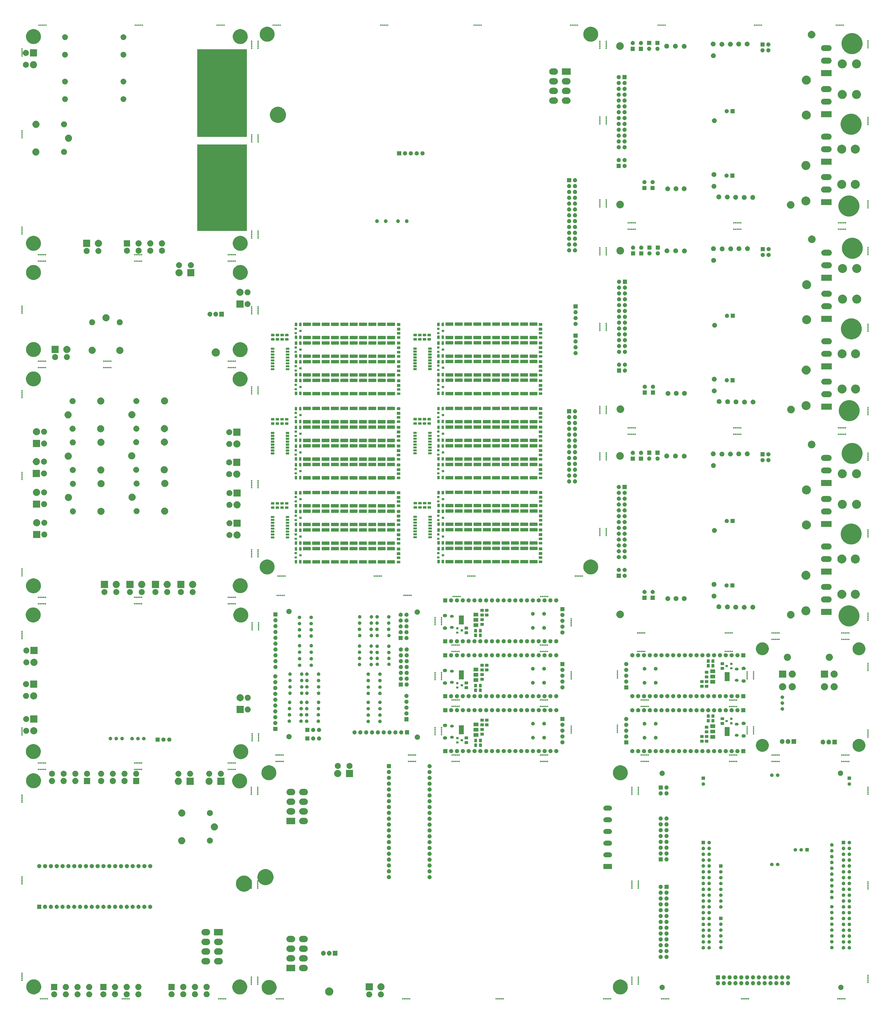
<source format=gbr>
G04 #@! TF.GenerationSoftware,KiCad,Pcbnew,(5.1.5)-3*
G04 #@! TF.CreationDate,2020-11-02T16:30:30-03:00*
G04 #@! TF.ProjectId,panel,70616e65-6c2e-46b6-9963-61645f706362,0.1*
G04 #@! TF.SameCoordinates,Original*
G04 #@! TF.FileFunction,Soldermask,Bot*
G04 #@! TF.FilePolarity,Negative*
%FSLAX46Y46*%
G04 Gerber Fmt 4.6, Leading zero omitted, Abs format (unit mm)*
G04 Created by KiCad (PCBNEW (5.1.5)-3) date 2020-11-02 16:30:30*
%MOMM*%
%LPD*%
G04 APERTURE LIST*
%ADD10C,0.100000*%
G04 APERTURE END LIST*
D10*
G36*
X-184312403Y-420761367D02*
G01*
X-184257625Y-420784057D01*
X-184257623Y-420784058D01*
X-184208324Y-420816998D01*
X-184166398Y-420858924D01*
X-184137970Y-420901470D01*
X-184131676Y-420910890D01*
X-184123131Y-420926875D01*
X-184107586Y-420945817D01*
X-184088643Y-420961361D01*
X-184067032Y-420972912D01*
X-184043583Y-420980025D01*
X-184019197Y-420982426D01*
X-183994811Y-420980024D01*
X-183971362Y-420972910D01*
X-183949752Y-420961358D01*
X-183930810Y-420945813D01*
X-183915266Y-420926870D01*
X-183906724Y-420910890D01*
X-183900430Y-420901470D01*
X-183872002Y-420858924D01*
X-183830076Y-420816998D01*
X-183780777Y-420784058D01*
X-183780775Y-420784057D01*
X-183725997Y-420761367D01*
X-183667847Y-420749800D01*
X-183608553Y-420749800D01*
X-183550403Y-420761367D01*
X-183495625Y-420784057D01*
X-183495623Y-420784058D01*
X-183446324Y-420816998D01*
X-183404398Y-420858924D01*
X-183375970Y-420901470D01*
X-183369676Y-420910890D01*
X-183361131Y-420926875D01*
X-183345586Y-420945817D01*
X-183326643Y-420961361D01*
X-183305032Y-420972912D01*
X-183281583Y-420980025D01*
X-183257197Y-420982426D01*
X-183232811Y-420980024D01*
X-183209362Y-420972910D01*
X-183187752Y-420961358D01*
X-183168810Y-420945813D01*
X-183153266Y-420926870D01*
X-183144724Y-420910890D01*
X-183138430Y-420901470D01*
X-183110002Y-420858924D01*
X-183068076Y-420816998D01*
X-183018777Y-420784058D01*
X-183018775Y-420784057D01*
X-182963997Y-420761367D01*
X-182905847Y-420749800D01*
X-182846553Y-420749800D01*
X-182788403Y-420761367D01*
X-182733625Y-420784057D01*
X-182733623Y-420784058D01*
X-182684324Y-420816998D01*
X-182642398Y-420858924D01*
X-182613970Y-420901470D01*
X-182607676Y-420910890D01*
X-182599131Y-420926875D01*
X-182583586Y-420945817D01*
X-182564643Y-420961361D01*
X-182543032Y-420972912D01*
X-182519583Y-420980025D01*
X-182495197Y-420982426D01*
X-182470811Y-420980024D01*
X-182447362Y-420972910D01*
X-182425752Y-420961358D01*
X-182406810Y-420945813D01*
X-182391266Y-420926870D01*
X-182382724Y-420910890D01*
X-182376430Y-420901470D01*
X-182348002Y-420858924D01*
X-182306076Y-420816998D01*
X-182256777Y-420784058D01*
X-182256775Y-420784057D01*
X-182201997Y-420761367D01*
X-182143847Y-420749800D01*
X-182084553Y-420749800D01*
X-182026403Y-420761367D01*
X-181971625Y-420784057D01*
X-181971623Y-420784058D01*
X-181922324Y-420816998D01*
X-181880398Y-420858924D01*
X-181851970Y-420901470D01*
X-181845676Y-420910890D01*
X-181837131Y-420926875D01*
X-181821586Y-420945817D01*
X-181802643Y-420961361D01*
X-181781032Y-420972912D01*
X-181757583Y-420980025D01*
X-181733197Y-420982426D01*
X-181708811Y-420980024D01*
X-181685362Y-420972910D01*
X-181663752Y-420961358D01*
X-181644810Y-420945813D01*
X-181629266Y-420926870D01*
X-181620724Y-420910890D01*
X-181614430Y-420901470D01*
X-181586002Y-420858924D01*
X-181544076Y-420816998D01*
X-181494777Y-420784058D01*
X-181494775Y-420784057D01*
X-181439997Y-420761367D01*
X-181381847Y-420749800D01*
X-181322553Y-420749800D01*
X-181264403Y-420761367D01*
X-181209625Y-420784057D01*
X-181209623Y-420784058D01*
X-181160324Y-420816998D01*
X-181118398Y-420858924D01*
X-181089967Y-420901475D01*
X-181085457Y-420908225D01*
X-181062767Y-420963003D01*
X-181051200Y-421021153D01*
X-181051200Y-421080447D01*
X-181062767Y-421138597D01*
X-181073832Y-421165310D01*
X-181085458Y-421193377D01*
X-181118398Y-421242676D01*
X-181160324Y-421284602D01*
X-181209623Y-421317542D01*
X-181209624Y-421317543D01*
X-181209625Y-421317543D01*
X-181264403Y-421340233D01*
X-181322553Y-421351800D01*
X-181381847Y-421351800D01*
X-181439997Y-421340233D01*
X-181494775Y-421317543D01*
X-181494776Y-421317543D01*
X-181494777Y-421317542D01*
X-181544076Y-421284602D01*
X-181586002Y-421242676D01*
X-181618942Y-421193377D01*
X-181618943Y-421193375D01*
X-181620724Y-421190710D01*
X-181629269Y-421174725D01*
X-181644814Y-421155783D01*
X-181663757Y-421140239D01*
X-181685368Y-421128688D01*
X-181708817Y-421121575D01*
X-181733203Y-421119174D01*
X-181757589Y-421121576D01*
X-181781038Y-421128690D01*
X-181802648Y-421140242D01*
X-181821590Y-421155787D01*
X-181837134Y-421174730D01*
X-181845676Y-421190710D01*
X-181847457Y-421193375D01*
X-181847458Y-421193377D01*
X-181880398Y-421242676D01*
X-181922324Y-421284602D01*
X-181971623Y-421317542D01*
X-181971624Y-421317543D01*
X-181971625Y-421317543D01*
X-182026403Y-421340233D01*
X-182084553Y-421351800D01*
X-182143847Y-421351800D01*
X-182201997Y-421340233D01*
X-182256775Y-421317543D01*
X-182256776Y-421317543D01*
X-182256777Y-421317542D01*
X-182306076Y-421284602D01*
X-182348002Y-421242676D01*
X-182380942Y-421193377D01*
X-182380943Y-421193375D01*
X-182382724Y-421190710D01*
X-182391269Y-421174725D01*
X-182406814Y-421155783D01*
X-182425757Y-421140239D01*
X-182447368Y-421128688D01*
X-182470817Y-421121575D01*
X-182495203Y-421119174D01*
X-182519589Y-421121576D01*
X-182543038Y-421128690D01*
X-182564648Y-421140242D01*
X-182583590Y-421155787D01*
X-182599134Y-421174730D01*
X-182607676Y-421190710D01*
X-182609457Y-421193375D01*
X-182609458Y-421193377D01*
X-182642398Y-421242676D01*
X-182684324Y-421284602D01*
X-182733623Y-421317542D01*
X-182733624Y-421317543D01*
X-182733625Y-421317543D01*
X-182788403Y-421340233D01*
X-182846553Y-421351800D01*
X-182905847Y-421351800D01*
X-182963997Y-421340233D01*
X-183018775Y-421317543D01*
X-183018776Y-421317543D01*
X-183018777Y-421317542D01*
X-183068076Y-421284602D01*
X-183110002Y-421242676D01*
X-183142942Y-421193377D01*
X-183142943Y-421193375D01*
X-183144724Y-421190710D01*
X-183153269Y-421174725D01*
X-183168814Y-421155783D01*
X-183187757Y-421140239D01*
X-183209368Y-421128688D01*
X-183232817Y-421121575D01*
X-183257203Y-421119174D01*
X-183281589Y-421121576D01*
X-183305038Y-421128690D01*
X-183326648Y-421140242D01*
X-183345590Y-421155787D01*
X-183361134Y-421174730D01*
X-183369676Y-421190710D01*
X-183371457Y-421193375D01*
X-183371458Y-421193377D01*
X-183404398Y-421242676D01*
X-183446324Y-421284602D01*
X-183495623Y-421317542D01*
X-183495624Y-421317543D01*
X-183495625Y-421317543D01*
X-183550403Y-421340233D01*
X-183608553Y-421351800D01*
X-183667847Y-421351800D01*
X-183725997Y-421340233D01*
X-183780775Y-421317543D01*
X-183780776Y-421317543D01*
X-183780777Y-421317542D01*
X-183830076Y-421284602D01*
X-183872002Y-421242676D01*
X-183904942Y-421193377D01*
X-183904943Y-421193375D01*
X-183906724Y-421190710D01*
X-183915269Y-421174725D01*
X-183930814Y-421155783D01*
X-183949757Y-421140239D01*
X-183971368Y-421128688D01*
X-183994817Y-421121575D01*
X-184019203Y-421119174D01*
X-184043589Y-421121576D01*
X-184067038Y-421128690D01*
X-184088648Y-421140242D01*
X-184107590Y-421155787D01*
X-184123134Y-421174730D01*
X-184131676Y-421190710D01*
X-184133457Y-421193375D01*
X-184133458Y-421193377D01*
X-184166398Y-421242676D01*
X-184208324Y-421284602D01*
X-184257623Y-421317542D01*
X-184257624Y-421317543D01*
X-184257625Y-421317543D01*
X-184312403Y-421340233D01*
X-184370553Y-421351800D01*
X-184429847Y-421351800D01*
X-184487997Y-421340233D01*
X-184542775Y-421317543D01*
X-184542776Y-421317543D01*
X-184542777Y-421317542D01*
X-184592076Y-421284602D01*
X-184634002Y-421242676D01*
X-184666942Y-421193377D01*
X-184678568Y-421165310D01*
X-184689633Y-421138597D01*
X-184701200Y-421080447D01*
X-184701200Y-421021153D01*
X-184689633Y-420963003D01*
X-184666943Y-420908225D01*
X-184662433Y-420901475D01*
X-184634002Y-420858924D01*
X-184592076Y-420816998D01*
X-184542777Y-420784058D01*
X-184542775Y-420784057D01*
X-184487997Y-420761367D01*
X-184429847Y-420749800D01*
X-184370553Y-420749800D01*
X-184312403Y-420761367D01*
G37*
G36*
X-279867203Y-420761367D02*
G01*
X-279812425Y-420784057D01*
X-279812423Y-420784058D01*
X-279763124Y-420816998D01*
X-279721198Y-420858924D01*
X-279692770Y-420901470D01*
X-279686476Y-420910890D01*
X-279677931Y-420926875D01*
X-279662386Y-420945817D01*
X-279643443Y-420961361D01*
X-279621832Y-420972912D01*
X-279598383Y-420980025D01*
X-279573997Y-420982426D01*
X-279549611Y-420980024D01*
X-279526162Y-420972910D01*
X-279504552Y-420961358D01*
X-279485610Y-420945813D01*
X-279470066Y-420926870D01*
X-279461524Y-420910890D01*
X-279455230Y-420901470D01*
X-279426802Y-420858924D01*
X-279384876Y-420816998D01*
X-279335577Y-420784058D01*
X-279335575Y-420784057D01*
X-279280797Y-420761367D01*
X-279222647Y-420749800D01*
X-279163353Y-420749800D01*
X-279105203Y-420761367D01*
X-279050425Y-420784057D01*
X-279050423Y-420784058D01*
X-279001124Y-420816998D01*
X-278959198Y-420858924D01*
X-278930770Y-420901470D01*
X-278924476Y-420910890D01*
X-278915931Y-420926875D01*
X-278900386Y-420945817D01*
X-278881443Y-420961361D01*
X-278859832Y-420972912D01*
X-278836383Y-420980025D01*
X-278811997Y-420982426D01*
X-278787611Y-420980024D01*
X-278764162Y-420972910D01*
X-278742552Y-420961358D01*
X-278723610Y-420945813D01*
X-278708066Y-420926870D01*
X-278699524Y-420910890D01*
X-278693230Y-420901470D01*
X-278664802Y-420858924D01*
X-278622876Y-420816998D01*
X-278573577Y-420784058D01*
X-278573575Y-420784057D01*
X-278518797Y-420761367D01*
X-278460647Y-420749800D01*
X-278401353Y-420749800D01*
X-278343203Y-420761367D01*
X-278288425Y-420784057D01*
X-278288423Y-420784058D01*
X-278239124Y-420816998D01*
X-278197198Y-420858924D01*
X-278168770Y-420901470D01*
X-278162476Y-420910890D01*
X-278153931Y-420926875D01*
X-278138386Y-420945817D01*
X-278119443Y-420961361D01*
X-278097832Y-420972912D01*
X-278074383Y-420980025D01*
X-278049997Y-420982426D01*
X-278025611Y-420980024D01*
X-278002162Y-420972910D01*
X-277980552Y-420961358D01*
X-277961610Y-420945813D01*
X-277946066Y-420926870D01*
X-277937524Y-420910890D01*
X-277931230Y-420901470D01*
X-277902802Y-420858924D01*
X-277860876Y-420816998D01*
X-277811577Y-420784058D01*
X-277811575Y-420784057D01*
X-277756797Y-420761367D01*
X-277698647Y-420749800D01*
X-277639353Y-420749800D01*
X-277581203Y-420761367D01*
X-277526425Y-420784057D01*
X-277526423Y-420784058D01*
X-277477124Y-420816998D01*
X-277435198Y-420858924D01*
X-277406770Y-420901470D01*
X-277400476Y-420910890D01*
X-277391931Y-420926875D01*
X-277376386Y-420945817D01*
X-277357443Y-420961361D01*
X-277335832Y-420972912D01*
X-277312383Y-420980025D01*
X-277287997Y-420982426D01*
X-277263611Y-420980024D01*
X-277240162Y-420972910D01*
X-277218552Y-420961358D01*
X-277199610Y-420945813D01*
X-277184066Y-420926870D01*
X-277175524Y-420910890D01*
X-277169230Y-420901470D01*
X-277140802Y-420858924D01*
X-277098876Y-420816998D01*
X-277049577Y-420784058D01*
X-277049575Y-420784057D01*
X-276994797Y-420761367D01*
X-276936647Y-420749800D01*
X-276877353Y-420749800D01*
X-276819203Y-420761367D01*
X-276764425Y-420784057D01*
X-276764423Y-420784058D01*
X-276715124Y-420816998D01*
X-276673198Y-420858924D01*
X-276644767Y-420901475D01*
X-276640257Y-420908225D01*
X-276617567Y-420963003D01*
X-276606000Y-421021153D01*
X-276606000Y-421080447D01*
X-276617567Y-421138597D01*
X-276628632Y-421165310D01*
X-276640258Y-421193377D01*
X-276673198Y-421242676D01*
X-276715124Y-421284602D01*
X-276764423Y-421317542D01*
X-276764424Y-421317543D01*
X-276764425Y-421317543D01*
X-276819203Y-421340233D01*
X-276877353Y-421351800D01*
X-276936647Y-421351800D01*
X-276994797Y-421340233D01*
X-277049575Y-421317543D01*
X-277049576Y-421317543D01*
X-277049577Y-421317542D01*
X-277098876Y-421284602D01*
X-277140802Y-421242676D01*
X-277173742Y-421193377D01*
X-277173743Y-421193375D01*
X-277175524Y-421190710D01*
X-277184069Y-421174725D01*
X-277199614Y-421155783D01*
X-277218557Y-421140239D01*
X-277240168Y-421128688D01*
X-277263617Y-421121575D01*
X-277288003Y-421119174D01*
X-277312389Y-421121576D01*
X-277335838Y-421128690D01*
X-277357448Y-421140242D01*
X-277376390Y-421155787D01*
X-277391934Y-421174730D01*
X-277400476Y-421190710D01*
X-277402257Y-421193375D01*
X-277402258Y-421193377D01*
X-277435198Y-421242676D01*
X-277477124Y-421284602D01*
X-277526423Y-421317542D01*
X-277526424Y-421317543D01*
X-277526425Y-421317543D01*
X-277581203Y-421340233D01*
X-277639353Y-421351800D01*
X-277698647Y-421351800D01*
X-277756797Y-421340233D01*
X-277811575Y-421317543D01*
X-277811576Y-421317543D01*
X-277811577Y-421317542D01*
X-277860876Y-421284602D01*
X-277902802Y-421242676D01*
X-277935742Y-421193377D01*
X-277935743Y-421193375D01*
X-277937524Y-421190710D01*
X-277946069Y-421174725D01*
X-277961614Y-421155783D01*
X-277980557Y-421140239D01*
X-278002168Y-421128688D01*
X-278025617Y-421121575D01*
X-278050003Y-421119174D01*
X-278074389Y-421121576D01*
X-278097838Y-421128690D01*
X-278119448Y-421140242D01*
X-278138390Y-421155787D01*
X-278153934Y-421174730D01*
X-278162476Y-421190710D01*
X-278164257Y-421193375D01*
X-278164258Y-421193377D01*
X-278197198Y-421242676D01*
X-278239124Y-421284602D01*
X-278288423Y-421317542D01*
X-278288424Y-421317543D01*
X-278288425Y-421317543D01*
X-278343203Y-421340233D01*
X-278401353Y-421351800D01*
X-278460647Y-421351800D01*
X-278518797Y-421340233D01*
X-278573575Y-421317543D01*
X-278573576Y-421317543D01*
X-278573577Y-421317542D01*
X-278622876Y-421284602D01*
X-278664802Y-421242676D01*
X-278697742Y-421193377D01*
X-278697743Y-421193375D01*
X-278699524Y-421190710D01*
X-278708069Y-421174725D01*
X-278723614Y-421155783D01*
X-278742557Y-421140239D01*
X-278764168Y-421128688D01*
X-278787617Y-421121575D01*
X-278812003Y-421119174D01*
X-278836389Y-421121576D01*
X-278859838Y-421128690D01*
X-278881448Y-421140242D01*
X-278900390Y-421155787D01*
X-278915934Y-421174730D01*
X-278924476Y-421190710D01*
X-278926257Y-421193375D01*
X-278926258Y-421193377D01*
X-278959198Y-421242676D01*
X-279001124Y-421284602D01*
X-279050423Y-421317542D01*
X-279050424Y-421317543D01*
X-279050425Y-421317543D01*
X-279105203Y-421340233D01*
X-279163353Y-421351800D01*
X-279222647Y-421351800D01*
X-279280797Y-421340233D01*
X-279335575Y-421317543D01*
X-279335576Y-421317543D01*
X-279335577Y-421317542D01*
X-279384876Y-421284602D01*
X-279426802Y-421242676D01*
X-279459742Y-421193377D01*
X-279459743Y-421193375D01*
X-279461524Y-421190710D01*
X-279470069Y-421174725D01*
X-279485614Y-421155783D01*
X-279504557Y-421140239D01*
X-279526168Y-421128688D01*
X-279549617Y-421121575D01*
X-279574003Y-421119174D01*
X-279598389Y-421121576D01*
X-279621838Y-421128690D01*
X-279643448Y-421140242D01*
X-279662390Y-421155787D01*
X-279677934Y-421174730D01*
X-279686476Y-421190710D01*
X-279688257Y-421193375D01*
X-279688258Y-421193377D01*
X-279721198Y-421242676D01*
X-279763124Y-421284602D01*
X-279812423Y-421317542D01*
X-279812424Y-421317543D01*
X-279812425Y-421317543D01*
X-279867203Y-421340233D01*
X-279925353Y-421351800D01*
X-279984647Y-421351800D01*
X-280042797Y-421340233D01*
X-280097575Y-421317543D01*
X-280097576Y-421317543D01*
X-280097577Y-421317542D01*
X-280146876Y-421284602D01*
X-280188802Y-421242676D01*
X-280221742Y-421193377D01*
X-280233368Y-421165310D01*
X-280244433Y-421138597D01*
X-280256000Y-421080447D01*
X-280256000Y-421021153D01*
X-280244433Y-420963003D01*
X-280221743Y-420908225D01*
X-280217233Y-420901475D01*
X-280188802Y-420858924D01*
X-280146876Y-420816998D01*
X-280097577Y-420784058D01*
X-280097575Y-420784057D01*
X-280042797Y-420761367D01*
X-279984647Y-420749800D01*
X-279925353Y-420749800D01*
X-279867203Y-420761367D01*
G37*
G36*
X-137576403Y-420761367D02*
G01*
X-137521625Y-420784057D01*
X-137521623Y-420784058D01*
X-137472324Y-420816998D01*
X-137430398Y-420858924D01*
X-137401970Y-420901470D01*
X-137395676Y-420910890D01*
X-137387131Y-420926875D01*
X-137371586Y-420945817D01*
X-137352643Y-420961361D01*
X-137331032Y-420972912D01*
X-137307583Y-420980025D01*
X-137283197Y-420982426D01*
X-137258811Y-420980024D01*
X-137235362Y-420972910D01*
X-137213752Y-420961358D01*
X-137194810Y-420945813D01*
X-137179266Y-420926870D01*
X-137170724Y-420910890D01*
X-137164430Y-420901470D01*
X-137136002Y-420858924D01*
X-137094076Y-420816998D01*
X-137044777Y-420784058D01*
X-137044775Y-420784057D01*
X-136989997Y-420761367D01*
X-136931847Y-420749800D01*
X-136872553Y-420749800D01*
X-136814403Y-420761367D01*
X-136759625Y-420784057D01*
X-136759623Y-420784058D01*
X-136710324Y-420816998D01*
X-136668398Y-420858924D01*
X-136639970Y-420901470D01*
X-136633676Y-420910890D01*
X-136625131Y-420926875D01*
X-136609586Y-420945817D01*
X-136590643Y-420961361D01*
X-136569032Y-420972912D01*
X-136545583Y-420980025D01*
X-136521197Y-420982426D01*
X-136496811Y-420980024D01*
X-136473362Y-420972910D01*
X-136451752Y-420961358D01*
X-136432810Y-420945813D01*
X-136417266Y-420926870D01*
X-136408724Y-420910890D01*
X-136402430Y-420901470D01*
X-136374002Y-420858924D01*
X-136332076Y-420816998D01*
X-136282777Y-420784058D01*
X-136282775Y-420784057D01*
X-136227997Y-420761367D01*
X-136169847Y-420749800D01*
X-136110553Y-420749800D01*
X-136052403Y-420761367D01*
X-135997625Y-420784057D01*
X-135997623Y-420784058D01*
X-135948324Y-420816998D01*
X-135906398Y-420858924D01*
X-135877970Y-420901470D01*
X-135871676Y-420910890D01*
X-135863131Y-420926875D01*
X-135847586Y-420945817D01*
X-135828643Y-420961361D01*
X-135807032Y-420972912D01*
X-135783583Y-420980025D01*
X-135759197Y-420982426D01*
X-135734811Y-420980024D01*
X-135711362Y-420972910D01*
X-135689752Y-420961358D01*
X-135670810Y-420945813D01*
X-135655266Y-420926870D01*
X-135646724Y-420910890D01*
X-135640430Y-420901470D01*
X-135612002Y-420858924D01*
X-135570076Y-420816998D01*
X-135520777Y-420784058D01*
X-135520775Y-420784057D01*
X-135465997Y-420761367D01*
X-135407847Y-420749800D01*
X-135348553Y-420749800D01*
X-135290403Y-420761367D01*
X-135235625Y-420784057D01*
X-135235623Y-420784058D01*
X-135186324Y-420816998D01*
X-135144398Y-420858924D01*
X-135115970Y-420901470D01*
X-135109676Y-420910890D01*
X-135101131Y-420926875D01*
X-135085586Y-420945817D01*
X-135066643Y-420961361D01*
X-135045032Y-420972912D01*
X-135021583Y-420980025D01*
X-134997197Y-420982426D01*
X-134972811Y-420980024D01*
X-134949362Y-420972910D01*
X-134927752Y-420961358D01*
X-134908810Y-420945813D01*
X-134893266Y-420926870D01*
X-134884724Y-420910890D01*
X-134878430Y-420901470D01*
X-134850002Y-420858924D01*
X-134808076Y-420816998D01*
X-134758777Y-420784058D01*
X-134758775Y-420784057D01*
X-134703997Y-420761367D01*
X-134645847Y-420749800D01*
X-134586553Y-420749800D01*
X-134528403Y-420761367D01*
X-134473625Y-420784057D01*
X-134473623Y-420784058D01*
X-134424324Y-420816998D01*
X-134382398Y-420858924D01*
X-134353967Y-420901475D01*
X-134349457Y-420908225D01*
X-134326767Y-420963003D01*
X-134315200Y-421021153D01*
X-134315200Y-421080447D01*
X-134326767Y-421138597D01*
X-134337832Y-421165310D01*
X-134349458Y-421193377D01*
X-134382398Y-421242676D01*
X-134424324Y-421284602D01*
X-134473623Y-421317542D01*
X-134473624Y-421317543D01*
X-134473625Y-421317543D01*
X-134528403Y-421340233D01*
X-134586553Y-421351800D01*
X-134645847Y-421351800D01*
X-134703997Y-421340233D01*
X-134758775Y-421317543D01*
X-134758776Y-421317543D01*
X-134758777Y-421317542D01*
X-134808076Y-421284602D01*
X-134850002Y-421242676D01*
X-134882942Y-421193377D01*
X-134882943Y-421193375D01*
X-134884724Y-421190710D01*
X-134893269Y-421174725D01*
X-134908814Y-421155783D01*
X-134927757Y-421140239D01*
X-134949368Y-421128688D01*
X-134972817Y-421121575D01*
X-134997203Y-421119174D01*
X-135021589Y-421121576D01*
X-135045038Y-421128690D01*
X-135066648Y-421140242D01*
X-135085590Y-421155787D01*
X-135101134Y-421174730D01*
X-135109676Y-421190710D01*
X-135111457Y-421193375D01*
X-135111458Y-421193377D01*
X-135144398Y-421242676D01*
X-135186324Y-421284602D01*
X-135235623Y-421317542D01*
X-135235624Y-421317543D01*
X-135235625Y-421317543D01*
X-135290403Y-421340233D01*
X-135348553Y-421351800D01*
X-135407847Y-421351800D01*
X-135465997Y-421340233D01*
X-135520775Y-421317543D01*
X-135520776Y-421317543D01*
X-135520777Y-421317542D01*
X-135570076Y-421284602D01*
X-135612002Y-421242676D01*
X-135644942Y-421193377D01*
X-135644943Y-421193375D01*
X-135646724Y-421190710D01*
X-135655269Y-421174725D01*
X-135670814Y-421155783D01*
X-135689757Y-421140239D01*
X-135711368Y-421128688D01*
X-135734817Y-421121575D01*
X-135759203Y-421119174D01*
X-135783589Y-421121576D01*
X-135807038Y-421128690D01*
X-135828648Y-421140242D01*
X-135847590Y-421155787D01*
X-135863134Y-421174730D01*
X-135871676Y-421190710D01*
X-135873457Y-421193375D01*
X-135873458Y-421193377D01*
X-135906398Y-421242676D01*
X-135948324Y-421284602D01*
X-135997623Y-421317542D01*
X-135997624Y-421317543D01*
X-135997625Y-421317543D01*
X-136052403Y-421340233D01*
X-136110553Y-421351800D01*
X-136169847Y-421351800D01*
X-136227997Y-421340233D01*
X-136282775Y-421317543D01*
X-136282776Y-421317543D01*
X-136282777Y-421317542D01*
X-136332076Y-421284602D01*
X-136374002Y-421242676D01*
X-136406942Y-421193377D01*
X-136406943Y-421193375D01*
X-136408724Y-421190710D01*
X-136417269Y-421174725D01*
X-136432814Y-421155783D01*
X-136451757Y-421140239D01*
X-136473368Y-421128688D01*
X-136496817Y-421121575D01*
X-136521203Y-421119174D01*
X-136545589Y-421121576D01*
X-136569038Y-421128690D01*
X-136590648Y-421140242D01*
X-136609590Y-421155787D01*
X-136625134Y-421174730D01*
X-136633676Y-421190710D01*
X-136635457Y-421193375D01*
X-136635458Y-421193377D01*
X-136668398Y-421242676D01*
X-136710324Y-421284602D01*
X-136759623Y-421317542D01*
X-136759624Y-421317543D01*
X-136759625Y-421317543D01*
X-136814403Y-421340233D01*
X-136872553Y-421351800D01*
X-136931847Y-421351800D01*
X-136989997Y-421340233D01*
X-137044775Y-421317543D01*
X-137044776Y-421317543D01*
X-137044777Y-421317542D01*
X-137094076Y-421284602D01*
X-137136002Y-421242676D01*
X-137168942Y-421193377D01*
X-137168943Y-421193375D01*
X-137170724Y-421190710D01*
X-137179269Y-421174725D01*
X-137194814Y-421155783D01*
X-137213757Y-421140239D01*
X-137235368Y-421128688D01*
X-137258817Y-421121575D01*
X-137283203Y-421119174D01*
X-137307589Y-421121576D01*
X-137331038Y-421128690D01*
X-137352648Y-421140242D01*
X-137371590Y-421155787D01*
X-137387134Y-421174730D01*
X-137395676Y-421190710D01*
X-137397457Y-421193375D01*
X-137397458Y-421193377D01*
X-137430398Y-421242676D01*
X-137472324Y-421284602D01*
X-137521623Y-421317542D01*
X-137521624Y-421317543D01*
X-137521625Y-421317543D01*
X-137576403Y-421340233D01*
X-137634553Y-421351800D01*
X-137693847Y-421351800D01*
X-137751997Y-421340233D01*
X-137806775Y-421317543D01*
X-137806776Y-421317543D01*
X-137806777Y-421317542D01*
X-137856076Y-421284602D01*
X-137898002Y-421242676D01*
X-137930942Y-421193377D01*
X-137942568Y-421165310D01*
X-137953633Y-421138597D01*
X-137965200Y-421080447D01*
X-137965200Y-421021153D01*
X-137953633Y-420963003D01*
X-137930943Y-420908225D01*
X-137926433Y-420901475D01*
X-137898002Y-420858924D01*
X-137856076Y-420816998D01*
X-137806777Y-420784058D01*
X-137806775Y-420784057D01*
X-137751997Y-420761367D01*
X-137693847Y-420749800D01*
X-137634553Y-420749800D01*
X-137576403Y-420761367D01*
G37*
G36*
X-112354203Y-420761367D02*
G01*
X-112299425Y-420784057D01*
X-112299423Y-420784058D01*
X-112250124Y-420816998D01*
X-112208198Y-420858924D01*
X-112179770Y-420901470D01*
X-112173476Y-420910890D01*
X-112164931Y-420926875D01*
X-112149386Y-420945817D01*
X-112130443Y-420961361D01*
X-112108832Y-420972912D01*
X-112085383Y-420980025D01*
X-112060997Y-420982426D01*
X-112036611Y-420980024D01*
X-112013162Y-420972910D01*
X-111991552Y-420961358D01*
X-111972610Y-420945813D01*
X-111957066Y-420926870D01*
X-111948524Y-420910890D01*
X-111942230Y-420901470D01*
X-111913802Y-420858924D01*
X-111871876Y-420816998D01*
X-111822577Y-420784058D01*
X-111822575Y-420784057D01*
X-111767797Y-420761367D01*
X-111709647Y-420749800D01*
X-111650353Y-420749800D01*
X-111592203Y-420761367D01*
X-111537425Y-420784057D01*
X-111537423Y-420784058D01*
X-111488124Y-420816998D01*
X-111446198Y-420858924D01*
X-111417770Y-420901470D01*
X-111411476Y-420910890D01*
X-111402931Y-420926875D01*
X-111387386Y-420945817D01*
X-111368443Y-420961361D01*
X-111346832Y-420972912D01*
X-111323383Y-420980025D01*
X-111298997Y-420982426D01*
X-111274611Y-420980024D01*
X-111251162Y-420972910D01*
X-111229552Y-420961358D01*
X-111210610Y-420945813D01*
X-111195066Y-420926870D01*
X-111186524Y-420910890D01*
X-111180230Y-420901470D01*
X-111151802Y-420858924D01*
X-111109876Y-420816998D01*
X-111060577Y-420784058D01*
X-111060575Y-420784057D01*
X-111005797Y-420761367D01*
X-110947647Y-420749800D01*
X-110888353Y-420749800D01*
X-110830203Y-420761367D01*
X-110775425Y-420784057D01*
X-110775423Y-420784058D01*
X-110726124Y-420816998D01*
X-110684198Y-420858924D01*
X-110655770Y-420901470D01*
X-110649476Y-420910890D01*
X-110640931Y-420926875D01*
X-110625386Y-420945817D01*
X-110606443Y-420961361D01*
X-110584832Y-420972912D01*
X-110561383Y-420980025D01*
X-110536997Y-420982426D01*
X-110512611Y-420980024D01*
X-110489162Y-420972910D01*
X-110467552Y-420961358D01*
X-110448610Y-420945813D01*
X-110433066Y-420926870D01*
X-110424524Y-420910890D01*
X-110418230Y-420901470D01*
X-110389802Y-420858924D01*
X-110347876Y-420816998D01*
X-110298577Y-420784058D01*
X-110298575Y-420784057D01*
X-110243797Y-420761367D01*
X-110185647Y-420749800D01*
X-110126353Y-420749800D01*
X-110068203Y-420761367D01*
X-110013425Y-420784057D01*
X-110013423Y-420784058D01*
X-109964124Y-420816998D01*
X-109922198Y-420858924D01*
X-109893770Y-420901470D01*
X-109887476Y-420910890D01*
X-109878931Y-420926875D01*
X-109863386Y-420945817D01*
X-109844443Y-420961361D01*
X-109822832Y-420972912D01*
X-109799383Y-420980025D01*
X-109774997Y-420982426D01*
X-109750611Y-420980024D01*
X-109727162Y-420972910D01*
X-109705552Y-420961358D01*
X-109686610Y-420945813D01*
X-109671066Y-420926870D01*
X-109662524Y-420910890D01*
X-109656230Y-420901470D01*
X-109627802Y-420858924D01*
X-109585876Y-420816998D01*
X-109536577Y-420784058D01*
X-109536575Y-420784057D01*
X-109481797Y-420761367D01*
X-109423647Y-420749800D01*
X-109364353Y-420749800D01*
X-109306203Y-420761367D01*
X-109251425Y-420784057D01*
X-109251423Y-420784058D01*
X-109202124Y-420816998D01*
X-109160198Y-420858924D01*
X-109131767Y-420901475D01*
X-109127257Y-420908225D01*
X-109104567Y-420963003D01*
X-109093000Y-421021153D01*
X-109093000Y-421080447D01*
X-109104567Y-421138597D01*
X-109115632Y-421165310D01*
X-109127258Y-421193377D01*
X-109160198Y-421242676D01*
X-109202124Y-421284602D01*
X-109251423Y-421317542D01*
X-109251424Y-421317543D01*
X-109251425Y-421317543D01*
X-109306203Y-421340233D01*
X-109364353Y-421351800D01*
X-109423647Y-421351800D01*
X-109481797Y-421340233D01*
X-109536575Y-421317543D01*
X-109536576Y-421317543D01*
X-109536577Y-421317542D01*
X-109585876Y-421284602D01*
X-109627802Y-421242676D01*
X-109660742Y-421193377D01*
X-109660743Y-421193375D01*
X-109662524Y-421190710D01*
X-109671069Y-421174725D01*
X-109686614Y-421155783D01*
X-109705557Y-421140239D01*
X-109727168Y-421128688D01*
X-109750617Y-421121575D01*
X-109775003Y-421119174D01*
X-109799389Y-421121576D01*
X-109822838Y-421128690D01*
X-109844448Y-421140242D01*
X-109863390Y-421155787D01*
X-109878934Y-421174730D01*
X-109887476Y-421190710D01*
X-109889257Y-421193375D01*
X-109889258Y-421193377D01*
X-109922198Y-421242676D01*
X-109964124Y-421284602D01*
X-110013423Y-421317542D01*
X-110013424Y-421317543D01*
X-110013425Y-421317543D01*
X-110068203Y-421340233D01*
X-110126353Y-421351800D01*
X-110185647Y-421351800D01*
X-110243797Y-421340233D01*
X-110298575Y-421317543D01*
X-110298576Y-421317543D01*
X-110298577Y-421317542D01*
X-110347876Y-421284602D01*
X-110389802Y-421242676D01*
X-110422742Y-421193377D01*
X-110422743Y-421193375D01*
X-110424524Y-421190710D01*
X-110433069Y-421174725D01*
X-110448614Y-421155783D01*
X-110467557Y-421140239D01*
X-110489168Y-421128688D01*
X-110512617Y-421121575D01*
X-110537003Y-421119174D01*
X-110561389Y-421121576D01*
X-110584838Y-421128690D01*
X-110606448Y-421140242D01*
X-110625390Y-421155787D01*
X-110640934Y-421174730D01*
X-110649476Y-421190710D01*
X-110651257Y-421193375D01*
X-110651258Y-421193377D01*
X-110684198Y-421242676D01*
X-110726124Y-421284602D01*
X-110775423Y-421317542D01*
X-110775424Y-421317543D01*
X-110775425Y-421317543D01*
X-110830203Y-421340233D01*
X-110888353Y-421351800D01*
X-110947647Y-421351800D01*
X-111005797Y-421340233D01*
X-111060575Y-421317543D01*
X-111060576Y-421317543D01*
X-111060577Y-421317542D01*
X-111109876Y-421284602D01*
X-111151802Y-421242676D01*
X-111184742Y-421193377D01*
X-111184743Y-421193375D01*
X-111186524Y-421190710D01*
X-111195069Y-421174725D01*
X-111210614Y-421155783D01*
X-111229557Y-421140239D01*
X-111251168Y-421128688D01*
X-111274617Y-421121575D01*
X-111299003Y-421119174D01*
X-111323389Y-421121576D01*
X-111346838Y-421128690D01*
X-111368448Y-421140242D01*
X-111387390Y-421155787D01*
X-111402934Y-421174730D01*
X-111411476Y-421190710D01*
X-111413257Y-421193375D01*
X-111413258Y-421193377D01*
X-111446198Y-421242676D01*
X-111488124Y-421284602D01*
X-111537423Y-421317542D01*
X-111537424Y-421317543D01*
X-111537425Y-421317543D01*
X-111592203Y-421340233D01*
X-111650353Y-421351800D01*
X-111709647Y-421351800D01*
X-111767797Y-421340233D01*
X-111822575Y-421317543D01*
X-111822576Y-421317543D01*
X-111822577Y-421317542D01*
X-111871876Y-421284602D01*
X-111913802Y-421242676D01*
X-111946742Y-421193377D01*
X-111946743Y-421193375D01*
X-111948524Y-421190710D01*
X-111957069Y-421174725D01*
X-111972614Y-421155783D01*
X-111991557Y-421140239D01*
X-112013168Y-421128688D01*
X-112036617Y-421121575D01*
X-112061003Y-421119174D01*
X-112085389Y-421121576D01*
X-112108838Y-421128690D01*
X-112130448Y-421140242D01*
X-112149390Y-421155787D01*
X-112164934Y-421174730D01*
X-112173476Y-421190710D01*
X-112175257Y-421193375D01*
X-112175258Y-421193377D01*
X-112208198Y-421242676D01*
X-112250124Y-421284602D01*
X-112299423Y-421317542D01*
X-112299424Y-421317543D01*
X-112299425Y-421317543D01*
X-112354203Y-421340233D01*
X-112412353Y-421351800D01*
X-112471647Y-421351800D01*
X-112529797Y-421340233D01*
X-112584575Y-421317543D01*
X-112584576Y-421317543D01*
X-112584577Y-421317542D01*
X-112633876Y-421284602D01*
X-112675802Y-421242676D01*
X-112708742Y-421193377D01*
X-112720368Y-421165310D01*
X-112731433Y-421138597D01*
X-112743000Y-421080447D01*
X-112743000Y-421021153D01*
X-112731433Y-420963003D01*
X-112708743Y-420908225D01*
X-112704233Y-420901475D01*
X-112675802Y-420858924D01*
X-112633876Y-420816998D01*
X-112584577Y-420784058D01*
X-112584575Y-420784057D01*
X-112529797Y-420761367D01*
X-112471647Y-420749800D01*
X-112412353Y-420749800D01*
X-112354203Y-420761367D01*
G37*
G36*
X-304987803Y-420761367D02*
G01*
X-304933025Y-420784057D01*
X-304933023Y-420784058D01*
X-304883724Y-420816998D01*
X-304841798Y-420858924D01*
X-304813370Y-420901470D01*
X-304807076Y-420910890D01*
X-304798531Y-420926875D01*
X-304782986Y-420945817D01*
X-304764043Y-420961361D01*
X-304742432Y-420972912D01*
X-304718983Y-420980025D01*
X-304694597Y-420982426D01*
X-304670211Y-420980024D01*
X-304646762Y-420972910D01*
X-304625152Y-420961358D01*
X-304606210Y-420945813D01*
X-304590666Y-420926870D01*
X-304582124Y-420910890D01*
X-304575830Y-420901470D01*
X-304547402Y-420858924D01*
X-304505476Y-420816998D01*
X-304456177Y-420784058D01*
X-304456175Y-420784057D01*
X-304401397Y-420761367D01*
X-304343247Y-420749800D01*
X-304283953Y-420749800D01*
X-304225803Y-420761367D01*
X-304171025Y-420784057D01*
X-304171023Y-420784058D01*
X-304121724Y-420816998D01*
X-304079798Y-420858924D01*
X-304051370Y-420901470D01*
X-304045076Y-420910890D01*
X-304036531Y-420926875D01*
X-304020986Y-420945817D01*
X-304002043Y-420961361D01*
X-303980432Y-420972912D01*
X-303956983Y-420980025D01*
X-303932597Y-420982426D01*
X-303908211Y-420980024D01*
X-303884762Y-420972910D01*
X-303863152Y-420961358D01*
X-303844210Y-420945813D01*
X-303828666Y-420926870D01*
X-303820124Y-420910890D01*
X-303813830Y-420901470D01*
X-303785402Y-420858924D01*
X-303743476Y-420816998D01*
X-303694177Y-420784058D01*
X-303694175Y-420784057D01*
X-303639397Y-420761367D01*
X-303581247Y-420749800D01*
X-303521953Y-420749800D01*
X-303463803Y-420761367D01*
X-303409025Y-420784057D01*
X-303409023Y-420784058D01*
X-303359724Y-420816998D01*
X-303317798Y-420858924D01*
X-303289370Y-420901470D01*
X-303283076Y-420910890D01*
X-303274531Y-420926875D01*
X-303258986Y-420945817D01*
X-303240043Y-420961361D01*
X-303218432Y-420972912D01*
X-303194983Y-420980025D01*
X-303170597Y-420982426D01*
X-303146211Y-420980024D01*
X-303122762Y-420972910D01*
X-303101152Y-420961358D01*
X-303082210Y-420945813D01*
X-303066666Y-420926870D01*
X-303058124Y-420910890D01*
X-303051830Y-420901470D01*
X-303023402Y-420858924D01*
X-302981476Y-420816998D01*
X-302932177Y-420784058D01*
X-302932175Y-420784057D01*
X-302877397Y-420761367D01*
X-302819247Y-420749800D01*
X-302759953Y-420749800D01*
X-302701803Y-420761367D01*
X-302647025Y-420784057D01*
X-302647023Y-420784058D01*
X-302597724Y-420816998D01*
X-302555798Y-420858924D01*
X-302527370Y-420901470D01*
X-302521076Y-420910890D01*
X-302512531Y-420926875D01*
X-302496986Y-420945817D01*
X-302478043Y-420961361D01*
X-302456432Y-420972912D01*
X-302432983Y-420980025D01*
X-302408597Y-420982426D01*
X-302384211Y-420980024D01*
X-302360762Y-420972910D01*
X-302339152Y-420961358D01*
X-302320210Y-420945813D01*
X-302304666Y-420926870D01*
X-302296124Y-420910890D01*
X-302289830Y-420901470D01*
X-302261402Y-420858924D01*
X-302219476Y-420816998D01*
X-302170177Y-420784058D01*
X-302170175Y-420784057D01*
X-302115397Y-420761367D01*
X-302057247Y-420749800D01*
X-301997953Y-420749800D01*
X-301939803Y-420761367D01*
X-301885025Y-420784057D01*
X-301885023Y-420784058D01*
X-301835724Y-420816998D01*
X-301793798Y-420858924D01*
X-301765367Y-420901475D01*
X-301760857Y-420908225D01*
X-301738167Y-420963003D01*
X-301726600Y-421021153D01*
X-301726600Y-421080447D01*
X-301738167Y-421138597D01*
X-301749232Y-421165310D01*
X-301760858Y-421193377D01*
X-301793798Y-421242676D01*
X-301835724Y-421284602D01*
X-301885023Y-421317542D01*
X-301885024Y-421317543D01*
X-301885025Y-421317543D01*
X-301939803Y-421340233D01*
X-301997953Y-421351800D01*
X-302057247Y-421351800D01*
X-302115397Y-421340233D01*
X-302170175Y-421317543D01*
X-302170176Y-421317543D01*
X-302170177Y-421317542D01*
X-302219476Y-421284602D01*
X-302261402Y-421242676D01*
X-302294342Y-421193377D01*
X-302294343Y-421193375D01*
X-302296124Y-421190710D01*
X-302304669Y-421174725D01*
X-302320214Y-421155783D01*
X-302339157Y-421140239D01*
X-302360768Y-421128688D01*
X-302384217Y-421121575D01*
X-302408603Y-421119174D01*
X-302432989Y-421121576D01*
X-302456438Y-421128690D01*
X-302478048Y-421140242D01*
X-302496990Y-421155787D01*
X-302512534Y-421174730D01*
X-302521076Y-421190710D01*
X-302522857Y-421193375D01*
X-302522858Y-421193377D01*
X-302555798Y-421242676D01*
X-302597724Y-421284602D01*
X-302647023Y-421317542D01*
X-302647024Y-421317543D01*
X-302647025Y-421317543D01*
X-302701803Y-421340233D01*
X-302759953Y-421351800D01*
X-302819247Y-421351800D01*
X-302877397Y-421340233D01*
X-302932175Y-421317543D01*
X-302932176Y-421317543D01*
X-302932177Y-421317542D01*
X-302981476Y-421284602D01*
X-303023402Y-421242676D01*
X-303056342Y-421193377D01*
X-303056343Y-421193375D01*
X-303058124Y-421190710D01*
X-303066669Y-421174725D01*
X-303082214Y-421155783D01*
X-303101157Y-421140239D01*
X-303122768Y-421128688D01*
X-303146217Y-421121575D01*
X-303170603Y-421119174D01*
X-303194989Y-421121576D01*
X-303218438Y-421128690D01*
X-303240048Y-421140242D01*
X-303258990Y-421155787D01*
X-303274534Y-421174730D01*
X-303283076Y-421190710D01*
X-303284857Y-421193375D01*
X-303284858Y-421193377D01*
X-303317798Y-421242676D01*
X-303359724Y-421284602D01*
X-303409023Y-421317542D01*
X-303409024Y-421317543D01*
X-303409025Y-421317543D01*
X-303463803Y-421340233D01*
X-303521953Y-421351800D01*
X-303581247Y-421351800D01*
X-303639397Y-421340233D01*
X-303694175Y-421317543D01*
X-303694176Y-421317543D01*
X-303694177Y-421317542D01*
X-303743476Y-421284602D01*
X-303785402Y-421242676D01*
X-303818342Y-421193377D01*
X-303818343Y-421193375D01*
X-303820124Y-421190710D01*
X-303828669Y-421174725D01*
X-303844214Y-421155783D01*
X-303863157Y-421140239D01*
X-303884768Y-421128688D01*
X-303908217Y-421121575D01*
X-303932603Y-421119174D01*
X-303956989Y-421121576D01*
X-303980438Y-421128690D01*
X-304002048Y-421140242D01*
X-304020990Y-421155787D01*
X-304036534Y-421174730D01*
X-304045076Y-421190710D01*
X-304046857Y-421193375D01*
X-304046858Y-421193377D01*
X-304079798Y-421242676D01*
X-304121724Y-421284602D01*
X-304171023Y-421317542D01*
X-304171024Y-421317543D01*
X-304171025Y-421317543D01*
X-304225803Y-421340233D01*
X-304283953Y-421351800D01*
X-304343247Y-421351800D01*
X-304401397Y-421340233D01*
X-304456175Y-421317543D01*
X-304456176Y-421317543D01*
X-304456177Y-421317542D01*
X-304505476Y-421284602D01*
X-304547402Y-421242676D01*
X-304580342Y-421193377D01*
X-304580343Y-421193375D01*
X-304582124Y-421190710D01*
X-304590669Y-421174725D01*
X-304606214Y-421155783D01*
X-304625157Y-421140239D01*
X-304646768Y-421128688D01*
X-304670217Y-421121575D01*
X-304694603Y-421119174D01*
X-304718989Y-421121576D01*
X-304742438Y-421128690D01*
X-304764048Y-421140242D01*
X-304782990Y-421155787D01*
X-304798534Y-421174730D01*
X-304807076Y-421190710D01*
X-304808857Y-421193375D01*
X-304808858Y-421193377D01*
X-304841798Y-421242676D01*
X-304883724Y-421284602D01*
X-304933023Y-421317542D01*
X-304933024Y-421317543D01*
X-304933025Y-421317543D01*
X-304987803Y-421340233D01*
X-305045953Y-421351800D01*
X-305105247Y-421351800D01*
X-305163397Y-421340233D01*
X-305218175Y-421317543D01*
X-305218176Y-421317543D01*
X-305218177Y-421317542D01*
X-305267476Y-421284602D01*
X-305309402Y-421242676D01*
X-305342342Y-421193377D01*
X-305353968Y-421165310D01*
X-305365033Y-421138597D01*
X-305376600Y-421080447D01*
X-305376600Y-421021153D01*
X-305365033Y-420963003D01*
X-305342343Y-420908225D01*
X-305337833Y-420901475D01*
X-305309402Y-420858924D01*
X-305267476Y-420816998D01*
X-305218177Y-420784058D01*
X-305218175Y-420784057D01*
X-305163397Y-420761367D01*
X-305105247Y-420749800D01*
X-305045953Y-420749800D01*
X-304987803Y-420761367D01*
G37*
G36*
X-224952403Y-420761367D02*
G01*
X-224897625Y-420784057D01*
X-224897623Y-420784058D01*
X-224848324Y-420816998D01*
X-224806398Y-420858924D01*
X-224777970Y-420901470D01*
X-224771676Y-420910890D01*
X-224763131Y-420926875D01*
X-224747586Y-420945817D01*
X-224728643Y-420961361D01*
X-224707032Y-420972912D01*
X-224683583Y-420980025D01*
X-224659197Y-420982426D01*
X-224634811Y-420980024D01*
X-224611362Y-420972910D01*
X-224589752Y-420961358D01*
X-224570810Y-420945813D01*
X-224555266Y-420926870D01*
X-224546724Y-420910890D01*
X-224540430Y-420901470D01*
X-224512002Y-420858924D01*
X-224470076Y-420816998D01*
X-224420777Y-420784058D01*
X-224420775Y-420784057D01*
X-224365997Y-420761367D01*
X-224307847Y-420749800D01*
X-224248553Y-420749800D01*
X-224190403Y-420761367D01*
X-224135625Y-420784057D01*
X-224135623Y-420784058D01*
X-224086324Y-420816998D01*
X-224044398Y-420858924D01*
X-224015970Y-420901470D01*
X-224009676Y-420910890D01*
X-224001131Y-420926875D01*
X-223985586Y-420945817D01*
X-223966643Y-420961361D01*
X-223945032Y-420972912D01*
X-223921583Y-420980025D01*
X-223897197Y-420982426D01*
X-223872811Y-420980024D01*
X-223849362Y-420972910D01*
X-223827752Y-420961358D01*
X-223808810Y-420945813D01*
X-223793266Y-420926870D01*
X-223784724Y-420910890D01*
X-223778430Y-420901470D01*
X-223750002Y-420858924D01*
X-223708076Y-420816998D01*
X-223658777Y-420784058D01*
X-223658775Y-420784057D01*
X-223603997Y-420761367D01*
X-223545847Y-420749800D01*
X-223486553Y-420749800D01*
X-223428403Y-420761367D01*
X-223373625Y-420784057D01*
X-223373623Y-420784058D01*
X-223324324Y-420816998D01*
X-223282398Y-420858924D01*
X-223253970Y-420901470D01*
X-223247676Y-420910890D01*
X-223239131Y-420926875D01*
X-223223586Y-420945817D01*
X-223204643Y-420961361D01*
X-223183032Y-420972912D01*
X-223159583Y-420980025D01*
X-223135197Y-420982426D01*
X-223110811Y-420980024D01*
X-223087362Y-420972910D01*
X-223065752Y-420961358D01*
X-223046810Y-420945813D01*
X-223031266Y-420926870D01*
X-223022724Y-420910890D01*
X-223016430Y-420901470D01*
X-222988002Y-420858924D01*
X-222946076Y-420816998D01*
X-222896777Y-420784058D01*
X-222896775Y-420784057D01*
X-222841997Y-420761367D01*
X-222783847Y-420749800D01*
X-222724553Y-420749800D01*
X-222666403Y-420761367D01*
X-222611625Y-420784057D01*
X-222611623Y-420784058D01*
X-222562324Y-420816998D01*
X-222520398Y-420858924D01*
X-222491970Y-420901470D01*
X-222485676Y-420910890D01*
X-222477131Y-420926875D01*
X-222461586Y-420945817D01*
X-222442643Y-420961361D01*
X-222421032Y-420972912D01*
X-222397583Y-420980025D01*
X-222373197Y-420982426D01*
X-222348811Y-420980024D01*
X-222325362Y-420972910D01*
X-222303752Y-420961358D01*
X-222284810Y-420945813D01*
X-222269266Y-420926870D01*
X-222260724Y-420910890D01*
X-222254430Y-420901470D01*
X-222226002Y-420858924D01*
X-222184076Y-420816998D01*
X-222134777Y-420784058D01*
X-222134775Y-420784057D01*
X-222079997Y-420761367D01*
X-222021847Y-420749800D01*
X-221962553Y-420749800D01*
X-221904403Y-420761367D01*
X-221849625Y-420784057D01*
X-221849623Y-420784058D01*
X-221800324Y-420816998D01*
X-221758398Y-420858924D01*
X-221729967Y-420901475D01*
X-221725457Y-420908225D01*
X-221702767Y-420963003D01*
X-221691200Y-421021153D01*
X-221691200Y-421080447D01*
X-221702767Y-421138597D01*
X-221713832Y-421165310D01*
X-221725458Y-421193377D01*
X-221758398Y-421242676D01*
X-221800324Y-421284602D01*
X-221849623Y-421317542D01*
X-221849624Y-421317543D01*
X-221849625Y-421317543D01*
X-221904403Y-421340233D01*
X-221962553Y-421351800D01*
X-222021847Y-421351800D01*
X-222079997Y-421340233D01*
X-222134775Y-421317543D01*
X-222134776Y-421317543D01*
X-222134777Y-421317542D01*
X-222184076Y-421284602D01*
X-222226002Y-421242676D01*
X-222258942Y-421193377D01*
X-222258943Y-421193375D01*
X-222260724Y-421190710D01*
X-222269269Y-421174725D01*
X-222284814Y-421155783D01*
X-222303757Y-421140239D01*
X-222325368Y-421128688D01*
X-222348817Y-421121575D01*
X-222373203Y-421119174D01*
X-222397589Y-421121576D01*
X-222421038Y-421128690D01*
X-222442648Y-421140242D01*
X-222461590Y-421155787D01*
X-222477134Y-421174730D01*
X-222485676Y-421190710D01*
X-222487457Y-421193375D01*
X-222487458Y-421193377D01*
X-222520398Y-421242676D01*
X-222562324Y-421284602D01*
X-222611623Y-421317542D01*
X-222611624Y-421317543D01*
X-222611625Y-421317543D01*
X-222666403Y-421340233D01*
X-222724553Y-421351800D01*
X-222783847Y-421351800D01*
X-222841997Y-421340233D01*
X-222896775Y-421317543D01*
X-222896776Y-421317543D01*
X-222896777Y-421317542D01*
X-222946076Y-421284602D01*
X-222988002Y-421242676D01*
X-223020942Y-421193377D01*
X-223020943Y-421193375D01*
X-223022724Y-421190710D01*
X-223031269Y-421174725D01*
X-223046814Y-421155783D01*
X-223065757Y-421140239D01*
X-223087368Y-421128688D01*
X-223110817Y-421121575D01*
X-223135203Y-421119174D01*
X-223159589Y-421121576D01*
X-223183038Y-421128690D01*
X-223204648Y-421140242D01*
X-223223590Y-421155787D01*
X-223239134Y-421174730D01*
X-223247676Y-421190710D01*
X-223249457Y-421193375D01*
X-223249458Y-421193377D01*
X-223282398Y-421242676D01*
X-223324324Y-421284602D01*
X-223373623Y-421317542D01*
X-223373624Y-421317543D01*
X-223373625Y-421317543D01*
X-223428403Y-421340233D01*
X-223486553Y-421351800D01*
X-223545847Y-421351800D01*
X-223603997Y-421340233D01*
X-223658775Y-421317543D01*
X-223658776Y-421317543D01*
X-223658777Y-421317542D01*
X-223708076Y-421284602D01*
X-223750002Y-421242676D01*
X-223782942Y-421193377D01*
X-223782943Y-421193375D01*
X-223784724Y-421190710D01*
X-223793269Y-421174725D01*
X-223808814Y-421155783D01*
X-223827757Y-421140239D01*
X-223849368Y-421128688D01*
X-223872817Y-421121575D01*
X-223897203Y-421119174D01*
X-223921589Y-421121576D01*
X-223945038Y-421128690D01*
X-223966648Y-421140242D01*
X-223985590Y-421155787D01*
X-224001134Y-421174730D01*
X-224009676Y-421190710D01*
X-224011457Y-421193375D01*
X-224011458Y-421193377D01*
X-224044398Y-421242676D01*
X-224086324Y-421284602D01*
X-224135623Y-421317542D01*
X-224135624Y-421317543D01*
X-224135625Y-421317543D01*
X-224190403Y-421340233D01*
X-224248553Y-421351800D01*
X-224307847Y-421351800D01*
X-224365997Y-421340233D01*
X-224420775Y-421317543D01*
X-224420776Y-421317543D01*
X-224420777Y-421317542D01*
X-224470076Y-421284602D01*
X-224512002Y-421242676D01*
X-224544942Y-421193377D01*
X-224544943Y-421193375D01*
X-224546724Y-421190710D01*
X-224555269Y-421174725D01*
X-224570814Y-421155783D01*
X-224589757Y-421140239D01*
X-224611368Y-421128688D01*
X-224634817Y-421121575D01*
X-224659203Y-421119174D01*
X-224683589Y-421121576D01*
X-224707038Y-421128690D01*
X-224728648Y-421140242D01*
X-224747590Y-421155787D01*
X-224763134Y-421174730D01*
X-224771676Y-421190710D01*
X-224773457Y-421193375D01*
X-224773458Y-421193377D01*
X-224806398Y-421242676D01*
X-224848324Y-421284602D01*
X-224897623Y-421317542D01*
X-224897624Y-421317543D01*
X-224897625Y-421317543D01*
X-224952403Y-421340233D01*
X-225010553Y-421351800D01*
X-225069847Y-421351800D01*
X-225127997Y-421340233D01*
X-225182775Y-421317543D01*
X-225182776Y-421317543D01*
X-225182777Y-421317542D01*
X-225232076Y-421284602D01*
X-225274002Y-421242676D01*
X-225306942Y-421193377D01*
X-225318568Y-421165310D01*
X-225329633Y-421138597D01*
X-225341200Y-421080447D01*
X-225341200Y-421021153D01*
X-225329633Y-420963003D01*
X-225306943Y-420908225D01*
X-225302433Y-420901475D01*
X-225274002Y-420858924D01*
X-225232076Y-420816998D01*
X-225182777Y-420784058D01*
X-225182775Y-420784057D01*
X-225127997Y-420761367D01*
X-225069847Y-420749800D01*
X-225010553Y-420749800D01*
X-224952403Y-420761367D01*
G37*
G36*
X-346897803Y-420761367D02*
G01*
X-346843025Y-420784057D01*
X-346843023Y-420784058D01*
X-346793724Y-420816998D01*
X-346751798Y-420858924D01*
X-346723370Y-420901470D01*
X-346717076Y-420910890D01*
X-346708531Y-420926875D01*
X-346692986Y-420945817D01*
X-346674043Y-420961361D01*
X-346652432Y-420972912D01*
X-346628983Y-420980025D01*
X-346604597Y-420982426D01*
X-346580211Y-420980024D01*
X-346556762Y-420972910D01*
X-346535152Y-420961358D01*
X-346516210Y-420945813D01*
X-346500666Y-420926870D01*
X-346492124Y-420910890D01*
X-346485830Y-420901470D01*
X-346457402Y-420858924D01*
X-346415476Y-420816998D01*
X-346366177Y-420784058D01*
X-346366175Y-420784057D01*
X-346311397Y-420761367D01*
X-346253247Y-420749800D01*
X-346193953Y-420749800D01*
X-346135803Y-420761367D01*
X-346081025Y-420784057D01*
X-346081023Y-420784058D01*
X-346031724Y-420816998D01*
X-345989798Y-420858924D01*
X-345961370Y-420901470D01*
X-345955076Y-420910890D01*
X-345946531Y-420926875D01*
X-345930986Y-420945817D01*
X-345912043Y-420961361D01*
X-345890432Y-420972912D01*
X-345866983Y-420980025D01*
X-345842597Y-420982426D01*
X-345818211Y-420980024D01*
X-345794762Y-420972910D01*
X-345773152Y-420961358D01*
X-345754210Y-420945813D01*
X-345738666Y-420926870D01*
X-345730124Y-420910890D01*
X-345723830Y-420901470D01*
X-345695402Y-420858924D01*
X-345653476Y-420816998D01*
X-345604177Y-420784058D01*
X-345604175Y-420784057D01*
X-345549397Y-420761367D01*
X-345491247Y-420749800D01*
X-345431953Y-420749800D01*
X-345373803Y-420761367D01*
X-345319025Y-420784057D01*
X-345319023Y-420784058D01*
X-345269724Y-420816998D01*
X-345227798Y-420858924D01*
X-345199370Y-420901470D01*
X-345193076Y-420910890D01*
X-345184531Y-420926875D01*
X-345168986Y-420945817D01*
X-345150043Y-420961361D01*
X-345128432Y-420972912D01*
X-345104983Y-420980025D01*
X-345080597Y-420982426D01*
X-345056211Y-420980024D01*
X-345032762Y-420972910D01*
X-345011152Y-420961358D01*
X-344992210Y-420945813D01*
X-344976666Y-420926870D01*
X-344968124Y-420910890D01*
X-344961830Y-420901470D01*
X-344933402Y-420858924D01*
X-344891476Y-420816998D01*
X-344842177Y-420784058D01*
X-344842175Y-420784057D01*
X-344787397Y-420761367D01*
X-344729247Y-420749800D01*
X-344669953Y-420749800D01*
X-344611803Y-420761367D01*
X-344557025Y-420784057D01*
X-344557023Y-420784058D01*
X-344507724Y-420816998D01*
X-344465798Y-420858924D01*
X-344437370Y-420901470D01*
X-344431076Y-420910890D01*
X-344422531Y-420926875D01*
X-344406986Y-420945817D01*
X-344388043Y-420961361D01*
X-344366432Y-420972912D01*
X-344342983Y-420980025D01*
X-344318597Y-420982426D01*
X-344294211Y-420980024D01*
X-344270762Y-420972910D01*
X-344249152Y-420961358D01*
X-344230210Y-420945813D01*
X-344214666Y-420926870D01*
X-344206124Y-420910890D01*
X-344199830Y-420901470D01*
X-344171402Y-420858924D01*
X-344129476Y-420816998D01*
X-344080177Y-420784058D01*
X-344080175Y-420784057D01*
X-344025397Y-420761367D01*
X-343967247Y-420749800D01*
X-343907953Y-420749800D01*
X-343849803Y-420761367D01*
X-343795025Y-420784057D01*
X-343795023Y-420784058D01*
X-343745724Y-420816998D01*
X-343703798Y-420858924D01*
X-343675367Y-420901475D01*
X-343670857Y-420908225D01*
X-343648167Y-420963003D01*
X-343636600Y-421021153D01*
X-343636600Y-421080447D01*
X-343648167Y-421138597D01*
X-343659232Y-421165310D01*
X-343670858Y-421193377D01*
X-343703798Y-421242676D01*
X-343745724Y-421284602D01*
X-343795023Y-421317542D01*
X-343795024Y-421317543D01*
X-343795025Y-421317543D01*
X-343849803Y-421340233D01*
X-343907953Y-421351800D01*
X-343967247Y-421351800D01*
X-344025397Y-421340233D01*
X-344080175Y-421317543D01*
X-344080176Y-421317543D01*
X-344080177Y-421317542D01*
X-344129476Y-421284602D01*
X-344171402Y-421242676D01*
X-344204342Y-421193377D01*
X-344204343Y-421193375D01*
X-344206124Y-421190710D01*
X-344214669Y-421174725D01*
X-344230214Y-421155783D01*
X-344249157Y-421140239D01*
X-344270768Y-421128688D01*
X-344294217Y-421121575D01*
X-344318603Y-421119174D01*
X-344342989Y-421121576D01*
X-344366438Y-421128690D01*
X-344388048Y-421140242D01*
X-344406990Y-421155787D01*
X-344422534Y-421174730D01*
X-344431076Y-421190710D01*
X-344432857Y-421193375D01*
X-344432858Y-421193377D01*
X-344465798Y-421242676D01*
X-344507724Y-421284602D01*
X-344557023Y-421317542D01*
X-344557024Y-421317543D01*
X-344557025Y-421317543D01*
X-344611803Y-421340233D01*
X-344669953Y-421351800D01*
X-344729247Y-421351800D01*
X-344787397Y-421340233D01*
X-344842175Y-421317543D01*
X-344842176Y-421317543D01*
X-344842177Y-421317542D01*
X-344891476Y-421284602D01*
X-344933402Y-421242676D01*
X-344966342Y-421193377D01*
X-344966343Y-421193375D01*
X-344968124Y-421190710D01*
X-344976669Y-421174725D01*
X-344992214Y-421155783D01*
X-345011157Y-421140239D01*
X-345032768Y-421128688D01*
X-345056217Y-421121575D01*
X-345080603Y-421119174D01*
X-345104989Y-421121576D01*
X-345128438Y-421128690D01*
X-345150048Y-421140242D01*
X-345168990Y-421155787D01*
X-345184534Y-421174730D01*
X-345193076Y-421190710D01*
X-345194857Y-421193375D01*
X-345194858Y-421193377D01*
X-345227798Y-421242676D01*
X-345269724Y-421284602D01*
X-345319023Y-421317542D01*
X-345319024Y-421317543D01*
X-345319025Y-421317543D01*
X-345373803Y-421340233D01*
X-345431953Y-421351800D01*
X-345491247Y-421351800D01*
X-345549397Y-421340233D01*
X-345604175Y-421317543D01*
X-345604176Y-421317543D01*
X-345604177Y-421317542D01*
X-345653476Y-421284602D01*
X-345695402Y-421242676D01*
X-345728342Y-421193377D01*
X-345728343Y-421193375D01*
X-345730124Y-421190710D01*
X-345738669Y-421174725D01*
X-345754214Y-421155783D01*
X-345773157Y-421140239D01*
X-345794768Y-421128688D01*
X-345818217Y-421121575D01*
X-345842603Y-421119174D01*
X-345866989Y-421121576D01*
X-345890438Y-421128690D01*
X-345912048Y-421140242D01*
X-345930990Y-421155787D01*
X-345946534Y-421174730D01*
X-345955076Y-421190710D01*
X-345956857Y-421193375D01*
X-345956858Y-421193377D01*
X-345989798Y-421242676D01*
X-346031724Y-421284602D01*
X-346081023Y-421317542D01*
X-346081024Y-421317543D01*
X-346081025Y-421317543D01*
X-346135803Y-421340233D01*
X-346193953Y-421351800D01*
X-346253247Y-421351800D01*
X-346311397Y-421340233D01*
X-346366175Y-421317543D01*
X-346366176Y-421317543D01*
X-346366177Y-421317542D01*
X-346415476Y-421284602D01*
X-346457402Y-421242676D01*
X-346490342Y-421193377D01*
X-346490343Y-421193375D01*
X-346492124Y-421190710D01*
X-346500669Y-421174725D01*
X-346516214Y-421155783D01*
X-346535157Y-421140239D01*
X-346556768Y-421128688D01*
X-346580217Y-421121575D01*
X-346604603Y-421119174D01*
X-346628989Y-421121576D01*
X-346652438Y-421128690D01*
X-346674048Y-421140242D01*
X-346692990Y-421155787D01*
X-346708534Y-421174730D01*
X-346717076Y-421190710D01*
X-346718857Y-421193375D01*
X-346718858Y-421193377D01*
X-346751798Y-421242676D01*
X-346793724Y-421284602D01*
X-346843023Y-421317542D01*
X-346843024Y-421317543D01*
X-346843025Y-421317543D01*
X-346897803Y-421340233D01*
X-346955953Y-421351800D01*
X-347015247Y-421351800D01*
X-347073397Y-421340233D01*
X-347128175Y-421317543D01*
X-347128176Y-421317543D01*
X-347128177Y-421317542D01*
X-347177476Y-421284602D01*
X-347219402Y-421242676D01*
X-347252342Y-421193377D01*
X-347263968Y-421165310D01*
X-347275033Y-421138597D01*
X-347286600Y-421080447D01*
X-347286600Y-421021153D01*
X-347275033Y-420963003D01*
X-347252343Y-420908225D01*
X-347247833Y-420901475D01*
X-347219402Y-420858924D01*
X-347177476Y-420816998D01*
X-347128177Y-420784058D01*
X-347128175Y-420784057D01*
X-347073397Y-420761367D01*
X-347015247Y-420749800D01*
X-346955953Y-420749800D01*
X-346897803Y-420761367D01*
G37*
G36*
X-77632403Y-420735967D02*
G01*
X-77577625Y-420758657D01*
X-77577623Y-420758658D01*
X-77528324Y-420791598D01*
X-77486398Y-420833524D01*
X-77469427Y-420858924D01*
X-77451676Y-420885490D01*
X-77443131Y-420901475D01*
X-77427586Y-420920417D01*
X-77408643Y-420935961D01*
X-77387032Y-420947512D01*
X-77363583Y-420954625D01*
X-77339197Y-420957026D01*
X-77314811Y-420954624D01*
X-77291362Y-420947510D01*
X-77269752Y-420935958D01*
X-77250810Y-420920413D01*
X-77235266Y-420901470D01*
X-77226724Y-420885490D01*
X-77208973Y-420858924D01*
X-77192002Y-420833524D01*
X-77150076Y-420791598D01*
X-77100777Y-420758658D01*
X-77100775Y-420758657D01*
X-77045997Y-420735967D01*
X-76987847Y-420724400D01*
X-76928553Y-420724400D01*
X-76870403Y-420735967D01*
X-76815625Y-420758657D01*
X-76815623Y-420758658D01*
X-76766324Y-420791598D01*
X-76724398Y-420833524D01*
X-76707427Y-420858924D01*
X-76689676Y-420885490D01*
X-76681131Y-420901475D01*
X-76665586Y-420920417D01*
X-76646643Y-420935961D01*
X-76625032Y-420947512D01*
X-76601583Y-420954625D01*
X-76577197Y-420957026D01*
X-76552811Y-420954624D01*
X-76529362Y-420947510D01*
X-76507752Y-420935958D01*
X-76488810Y-420920413D01*
X-76473266Y-420901470D01*
X-76464724Y-420885490D01*
X-76446973Y-420858924D01*
X-76430002Y-420833524D01*
X-76388076Y-420791598D01*
X-76338777Y-420758658D01*
X-76338775Y-420758657D01*
X-76283997Y-420735967D01*
X-76225847Y-420724400D01*
X-76166553Y-420724400D01*
X-76108403Y-420735967D01*
X-76053625Y-420758657D01*
X-76053623Y-420758658D01*
X-76004324Y-420791598D01*
X-75962398Y-420833524D01*
X-75945427Y-420858924D01*
X-75927676Y-420885490D01*
X-75919131Y-420901475D01*
X-75903586Y-420920417D01*
X-75884643Y-420935961D01*
X-75863032Y-420947512D01*
X-75839583Y-420954625D01*
X-75815197Y-420957026D01*
X-75790811Y-420954624D01*
X-75767362Y-420947510D01*
X-75745752Y-420935958D01*
X-75726810Y-420920413D01*
X-75711266Y-420901470D01*
X-75702724Y-420885490D01*
X-75684973Y-420858924D01*
X-75668002Y-420833524D01*
X-75626076Y-420791598D01*
X-75576777Y-420758658D01*
X-75576775Y-420758657D01*
X-75521997Y-420735967D01*
X-75463847Y-420724400D01*
X-75404553Y-420724400D01*
X-75346403Y-420735967D01*
X-75291625Y-420758657D01*
X-75291623Y-420758658D01*
X-75242324Y-420791598D01*
X-75200398Y-420833524D01*
X-75183427Y-420858924D01*
X-75165676Y-420885490D01*
X-75157131Y-420901475D01*
X-75141586Y-420920417D01*
X-75122643Y-420935961D01*
X-75101032Y-420947512D01*
X-75077583Y-420954625D01*
X-75053197Y-420957026D01*
X-75028811Y-420954624D01*
X-75005362Y-420947510D01*
X-74983752Y-420935958D01*
X-74964810Y-420920413D01*
X-74949266Y-420901470D01*
X-74940724Y-420885490D01*
X-74922973Y-420858924D01*
X-74906002Y-420833524D01*
X-74864076Y-420791598D01*
X-74814777Y-420758658D01*
X-74814775Y-420758657D01*
X-74759997Y-420735967D01*
X-74701847Y-420724400D01*
X-74642553Y-420724400D01*
X-74584403Y-420735967D01*
X-74529625Y-420758657D01*
X-74529623Y-420758658D01*
X-74480324Y-420791598D01*
X-74438398Y-420833524D01*
X-74421427Y-420858924D01*
X-74405457Y-420882825D01*
X-74382767Y-420937603D01*
X-74371200Y-420995753D01*
X-74371200Y-421055047D01*
X-74382767Y-421113197D01*
X-74393970Y-421140242D01*
X-74405458Y-421167977D01*
X-74438398Y-421217276D01*
X-74480324Y-421259202D01*
X-74529623Y-421292142D01*
X-74529624Y-421292143D01*
X-74529625Y-421292143D01*
X-74584403Y-421314833D01*
X-74642553Y-421326400D01*
X-74701847Y-421326400D01*
X-74759997Y-421314833D01*
X-74814775Y-421292143D01*
X-74814776Y-421292143D01*
X-74814777Y-421292142D01*
X-74864076Y-421259202D01*
X-74906002Y-421217276D01*
X-74938942Y-421167977D01*
X-74938943Y-421167975D01*
X-74940724Y-421165310D01*
X-74949269Y-421149325D01*
X-74964814Y-421130383D01*
X-74983757Y-421114839D01*
X-75005368Y-421103288D01*
X-75028817Y-421096175D01*
X-75053203Y-421093774D01*
X-75077589Y-421096176D01*
X-75101038Y-421103290D01*
X-75122648Y-421114842D01*
X-75141590Y-421130387D01*
X-75157134Y-421149330D01*
X-75165676Y-421165310D01*
X-75167457Y-421167975D01*
X-75167458Y-421167977D01*
X-75200398Y-421217276D01*
X-75242324Y-421259202D01*
X-75291623Y-421292142D01*
X-75291624Y-421292143D01*
X-75291625Y-421292143D01*
X-75346403Y-421314833D01*
X-75404553Y-421326400D01*
X-75463847Y-421326400D01*
X-75521997Y-421314833D01*
X-75576775Y-421292143D01*
X-75576776Y-421292143D01*
X-75576777Y-421292142D01*
X-75626076Y-421259202D01*
X-75668002Y-421217276D01*
X-75700942Y-421167977D01*
X-75700943Y-421167975D01*
X-75702724Y-421165310D01*
X-75711269Y-421149325D01*
X-75726814Y-421130383D01*
X-75745757Y-421114839D01*
X-75767368Y-421103288D01*
X-75790817Y-421096175D01*
X-75815203Y-421093774D01*
X-75839589Y-421096176D01*
X-75863038Y-421103290D01*
X-75884648Y-421114842D01*
X-75903590Y-421130387D01*
X-75919134Y-421149330D01*
X-75927676Y-421165310D01*
X-75929457Y-421167975D01*
X-75929458Y-421167977D01*
X-75962398Y-421217276D01*
X-76004324Y-421259202D01*
X-76053623Y-421292142D01*
X-76053624Y-421292143D01*
X-76053625Y-421292143D01*
X-76108403Y-421314833D01*
X-76166553Y-421326400D01*
X-76225847Y-421326400D01*
X-76283997Y-421314833D01*
X-76338775Y-421292143D01*
X-76338776Y-421292143D01*
X-76338777Y-421292142D01*
X-76388076Y-421259202D01*
X-76430002Y-421217276D01*
X-76462942Y-421167977D01*
X-76462943Y-421167975D01*
X-76464724Y-421165310D01*
X-76473269Y-421149325D01*
X-76488814Y-421130383D01*
X-76507757Y-421114839D01*
X-76529368Y-421103288D01*
X-76552817Y-421096175D01*
X-76577203Y-421093774D01*
X-76601589Y-421096176D01*
X-76625038Y-421103290D01*
X-76646648Y-421114842D01*
X-76665590Y-421130387D01*
X-76681134Y-421149330D01*
X-76689676Y-421165310D01*
X-76691457Y-421167975D01*
X-76691458Y-421167977D01*
X-76724398Y-421217276D01*
X-76766324Y-421259202D01*
X-76815623Y-421292142D01*
X-76815624Y-421292143D01*
X-76815625Y-421292143D01*
X-76870403Y-421314833D01*
X-76928553Y-421326400D01*
X-76987847Y-421326400D01*
X-77045997Y-421314833D01*
X-77100775Y-421292143D01*
X-77100776Y-421292143D01*
X-77100777Y-421292142D01*
X-77150076Y-421259202D01*
X-77192002Y-421217276D01*
X-77224942Y-421167977D01*
X-77224943Y-421167975D01*
X-77226724Y-421165310D01*
X-77235269Y-421149325D01*
X-77250814Y-421130383D01*
X-77269757Y-421114839D01*
X-77291368Y-421103288D01*
X-77314817Y-421096175D01*
X-77339203Y-421093774D01*
X-77363589Y-421096176D01*
X-77387038Y-421103290D01*
X-77408648Y-421114842D01*
X-77427590Y-421130387D01*
X-77443134Y-421149330D01*
X-77451676Y-421165310D01*
X-77453457Y-421167975D01*
X-77453458Y-421167977D01*
X-77486398Y-421217276D01*
X-77528324Y-421259202D01*
X-77577623Y-421292142D01*
X-77577624Y-421292143D01*
X-77577625Y-421292143D01*
X-77632403Y-421314833D01*
X-77690553Y-421326400D01*
X-77749847Y-421326400D01*
X-77807997Y-421314833D01*
X-77862775Y-421292143D01*
X-77862776Y-421292143D01*
X-77862777Y-421292142D01*
X-77912076Y-421259202D01*
X-77954002Y-421217276D01*
X-77986942Y-421167977D01*
X-77998430Y-421140242D01*
X-78009633Y-421113197D01*
X-78021200Y-421055047D01*
X-78021200Y-420995753D01*
X-78009633Y-420937603D01*
X-77986943Y-420882825D01*
X-77970973Y-420858924D01*
X-77954002Y-420833524D01*
X-77912076Y-420791598D01*
X-77862777Y-420758658D01*
X-77862775Y-420758657D01*
X-77807997Y-420735967D01*
X-77749847Y-420724400D01*
X-77690553Y-420724400D01*
X-77632403Y-420735967D01*
G37*
G36*
X-382457803Y-420735967D02*
G01*
X-382403025Y-420758657D01*
X-382403023Y-420758658D01*
X-382353724Y-420791598D01*
X-382311798Y-420833524D01*
X-382294827Y-420858924D01*
X-382277076Y-420885490D01*
X-382268531Y-420901475D01*
X-382252986Y-420920417D01*
X-382234043Y-420935961D01*
X-382212432Y-420947512D01*
X-382188983Y-420954625D01*
X-382164597Y-420957026D01*
X-382140211Y-420954624D01*
X-382116762Y-420947510D01*
X-382095152Y-420935958D01*
X-382076210Y-420920413D01*
X-382060666Y-420901470D01*
X-382052124Y-420885490D01*
X-382034373Y-420858924D01*
X-382017402Y-420833524D01*
X-381975476Y-420791598D01*
X-381926177Y-420758658D01*
X-381926175Y-420758657D01*
X-381871397Y-420735967D01*
X-381813247Y-420724400D01*
X-381753953Y-420724400D01*
X-381695803Y-420735967D01*
X-381641025Y-420758657D01*
X-381641023Y-420758658D01*
X-381591724Y-420791598D01*
X-381549798Y-420833524D01*
X-381532827Y-420858924D01*
X-381515076Y-420885490D01*
X-381506531Y-420901475D01*
X-381490986Y-420920417D01*
X-381472043Y-420935961D01*
X-381450432Y-420947512D01*
X-381426983Y-420954625D01*
X-381402597Y-420957026D01*
X-381378211Y-420954624D01*
X-381354762Y-420947510D01*
X-381333152Y-420935958D01*
X-381314210Y-420920413D01*
X-381298666Y-420901470D01*
X-381290124Y-420885490D01*
X-381272373Y-420858924D01*
X-381255402Y-420833524D01*
X-381213476Y-420791598D01*
X-381164177Y-420758658D01*
X-381164175Y-420758657D01*
X-381109397Y-420735967D01*
X-381051247Y-420724400D01*
X-380991953Y-420724400D01*
X-380933803Y-420735967D01*
X-380879025Y-420758657D01*
X-380879023Y-420758658D01*
X-380829724Y-420791598D01*
X-380787798Y-420833524D01*
X-380770827Y-420858924D01*
X-380753076Y-420885490D01*
X-380744531Y-420901475D01*
X-380728986Y-420920417D01*
X-380710043Y-420935961D01*
X-380688432Y-420947512D01*
X-380664983Y-420954625D01*
X-380640597Y-420957026D01*
X-380616211Y-420954624D01*
X-380592762Y-420947510D01*
X-380571152Y-420935958D01*
X-380552210Y-420920413D01*
X-380536666Y-420901470D01*
X-380528124Y-420885490D01*
X-380510373Y-420858924D01*
X-380493402Y-420833524D01*
X-380451476Y-420791598D01*
X-380402177Y-420758658D01*
X-380402175Y-420758657D01*
X-380347397Y-420735967D01*
X-380289247Y-420724400D01*
X-380229953Y-420724400D01*
X-380171803Y-420735967D01*
X-380117025Y-420758657D01*
X-380117023Y-420758658D01*
X-380067724Y-420791598D01*
X-380025798Y-420833524D01*
X-380008827Y-420858924D01*
X-379991076Y-420885490D01*
X-379982531Y-420901475D01*
X-379966986Y-420920417D01*
X-379948043Y-420935961D01*
X-379926432Y-420947512D01*
X-379902983Y-420954625D01*
X-379878597Y-420957026D01*
X-379854211Y-420954624D01*
X-379830762Y-420947510D01*
X-379809152Y-420935958D01*
X-379790210Y-420920413D01*
X-379774666Y-420901470D01*
X-379766124Y-420885490D01*
X-379748373Y-420858924D01*
X-379731402Y-420833524D01*
X-379689476Y-420791598D01*
X-379640177Y-420758658D01*
X-379640175Y-420758657D01*
X-379585397Y-420735967D01*
X-379527247Y-420724400D01*
X-379467953Y-420724400D01*
X-379409803Y-420735967D01*
X-379355025Y-420758657D01*
X-379355023Y-420758658D01*
X-379305724Y-420791598D01*
X-379263798Y-420833524D01*
X-379246827Y-420858924D01*
X-379230857Y-420882825D01*
X-379208167Y-420937603D01*
X-379196600Y-420995753D01*
X-379196600Y-421055047D01*
X-379208167Y-421113197D01*
X-379219370Y-421140242D01*
X-379230858Y-421167977D01*
X-379263798Y-421217276D01*
X-379305724Y-421259202D01*
X-379355023Y-421292142D01*
X-379355024Y-421292143D01*
X-379355025Y-421292143D01*
X-379409803Y-421314833D01*
X-379467953Y-421326400D01*
X-379527247Y-421326400D01*
X-379585397Y-421314833D01*
X-379640175Y-421292143D01*
X-379640176Y-421292143D01*
X-379640177Y-421292142D01*
X-379689476Y-421259202D01*
X-379731402Y-421217276D01*
X-379764342Y-421167977D01*
X-379764343Y-421167975D01*
X-379766124Y-421165310D01*
X-379774669Y-421149325D01*
X-379790214Y-421130383D01*
X-379809157Y-421114839D01*
X-379830768Y-421103288D01*
X-379854217Y-421096175D01*
X-379878603Y-421093774D01*
X-379902989Y-421096176D01*
X-379926438Y-421103290D01*
X-379948048Y-421114842D01*
X-379966990Y-421130387D01*
X-379982534Y-421149330D01*
X-379991076Y-421165310D01*
X-379992857Y-421167975D01*
X-379992858Y-421167977D01*
X-380025798Y-421217276D01*
X-380067724Y-421259202D01*
X-380117023Y-421292142D01*
X-380117024Y-421292143D01*
X-380117025Y-421292143D01*
X-380171803Y-421314833D01*
X-380229953Y-421326400D01*
X-380289247Y-421326400D01*
X-380347397Y-421314833D01*
X-380402175Y-421292143D01*
X-380402176Y-421292143D01*
X-380402177Y-421292142D01*
X-380451476Y-421259202D01*
X-380493402Y-421217276D01*
X-380526342Y-421167977D01*
X-380526343Y-421167975D01*
X-380528124Y-421165310D01*
X-380536669Y-421149325D01*
X-380552214Y-421130383D01*
X-380571157Y-421114839D01*
X-380592768Y-421103288D01*
X-380616217Y-421096175D01*
X-380640603Y-421093774D01*
X-380664989Y-421096176D01*
X-380688438Y-421103290D01*
X-380710048Y-421114842D01*
X-380728990Y-421130387D01*
X-380744534Y-421149330D01*
X-380753076Y-421165310D01*
X-380754857Y-421167975D01*
X-380754858Y-421167977D01*
X-380787798Y-421217276D01*
X-380829724Y-421259202D01*
X-380879023Y-421292142D01*
X-380879024Y-421292143D01*
X-380879025Y-421292143D01*
X-380933803Y-421314833D01*
X-380991953Y-421326400D01*
X-381051247Y-421326400D01*
X-381109397Y-421314833D01*
X-381164175Y-421292143D01*
X-381164176Y-421292143D01*
X-381164177Y-421292142D01*
X-381213476Y-421259202D01*
X-381255402Y-421217276D01*
X-381288342Y-421167977D01*
X-381288343Y-421167975D01*
X-381290124Y-421165310D01*
X-381298669Y-421149325D01*
X-381314214Y-421130383D01*
X-381333157Y-421114839D01*
X-381354768Y-421103288D01*
X-381378217Y-421096175D01*
X-381402603Y-421093774D01*
X-381426989Y-421096176D01*
X-381450438Y-421103290D01*
X-381472048Y-421114842D01*
X-381490990Y-421130387D01*
X-381506534Y-421149330D01*
X-381515076Y-421165310D01*
X-381516857Y-421167975D01*
X-381516858Y-421167977D01*
X-381549798Y-421217276D01*
X-381591724Y-421259202D01*
X-381641023Y-421292142D01*
X-381641024Y-421292143D01*
X-381641025Y-421292143D01*
X-381695803Y-421314833D01*
X-381753953Y-421326400D01*
X-381813247Y-421326400D01*
X-381871397Y-421314833D01*
X-381926175Y-421292143D01*
X-381926176Y-421292143D01*
X-381926177Y-421292142D01*
X-381975476Y-421259202D01*
X-382017402Y-421217276D01*
X-382050342Y-421167977D01*
X-382050343Y-421167975D01*
X-382052124Y-421165310D01*
X-382060669Y-421149325D01*
X-382076214Y-421130383D01*
X-382095157Y-421114839D01*
X-382116768Y-421103288D01*
X-382140217Y-421096175D01*
X-382164603Y-421093774D01*
X-382188989Y-421096176D01*
X-382212438Y-421103290D01*
X-382234048Y-421114842D01*
X-382252990Y-421130387D01*
X-382268534Y-421149330D01*
X-382277076Y-421165310D01*
X-382278857Y-421167975D01*
X-382278858Y-421167977D01*
X-382311798Y-421217276D01*
X-382353724Y-421259202D01*
X-382403023Y-421292142D01*
X-382403024Y-421292143D01*
X-382403025Y-421292143D01*
X-382457803Y-421314833D01*
X-382515953Y-421326400D01*
X-382575247Y-421326400D01*
X-382633397Y-421314833D01*
X-382688175Y-421292143D01*
X-382688176Y-421292143D01*
X-382688177Y-421292142D01*
X-382737476Y-421259202D01*
X-382779402Y-421217276D01*
X-382812342Y-421167977D01*
X-382823830Y-421140242D01*
X-382835033Y-421113197D01*
X-382846600Y-421055047D01*
X-382846600Y-420995753D01*
X-382835033Y-420937603D01*
X-382812343Y-420882825D01*
X-382796373Y-420858924D01*
X-382779402Y-420833524D01*
X-382737476Y-420791598D01*
X-382688177Y-420758658D01*
X-382688175Y-420758657D01*
X-382633397Y-420735967D01*
X-382575247Y-420724400D01*
X-382515953Y-420724400D01*
X-382457803Y-420735967D01*
G37*
G36*
X-35722403Y-420735967D02*
G01*
X-35667625Y-420758657D01*
X-35667623Y-420758658D01*
X-35618324Y-420791598D01*
X-35576398Y-420833524D01*
X-35559427Y-420858924D01*
X-35541676Y-420885490D01*
X-35533131Y-420901475D01*
X-35517586Y-420920417D01*
X-35498643Y-420935961D01*
X-35477032Y-420947512D01*
X-35453583Y-420954625D01*
X-35429197Y-420957026D01*
X-35404811Y-420954624D01*
X-35381362Y-420947510D01*
X-35359752Y-420935958D01*
X-35340810Y-420920413D01*
X-35325266Y-420901470D01*
X-35316724Y-420885490D01*
X-35298973Y-420858924D01*
X-35282002Y-420833524D01*
X-35240076Y-420791598D01*
X-35190777Y-420758658D01*
X-35190775Y-420758657D01*
X-35135997Y-420735967D01*
X-35077847Y-420724400D01*
X-35018553Y-420724400D01*
X-34960403Y-420735967D01*
X-34905625Y-420758657D01*
X-34905623Y-420758658D01*
X-34856324Y-420791598D01*
X-34814398Y-420833524D01*
X-34797427Y-420858924D01*
X-34779676Y-420885490D01*
X-34771131Y-420901475D01*
X-34755586Y-420920417D01*
X-34736643Y-420935961D01*
X-34715032Y-420947512D01*
X-34691583Y-420954625D01*
X-34667197Y-420957026D01*
X-34642811Y-420954624D01*
X-34619362Y-420947510D01*
X-34597752Y-420935958D01*
X-34578810Y-420920413D01*
X-34563266Y-420901470D01*
X-34554724Y-420885490D01*
X-34536973Y-420858924D01*
X-34520002Y-420833524D01*
X-34478076Y-420791598D01*
X-34428777Y-420758658D01*
X-34428775Y-420758657D01*
X-34373997Y-420735967D01*
X-34315847Y-420724400D01*
X-34256553Y-420724400D01*
X-34198403Y-420735967D01*
X-34143625Y-420758657D01*
X-34143623Y-420758658D01*
X-34094324Y-420791598D01*
X-34052398Y-420833524D01*
X-34035427Y-420858924D01*
X-34017676Y-420885490D01*
X-34009131Y-420901475D01*
X-33993586Y-420920417D01*
X-33974643Y-420935961D01*
X-33953032Y-420947512D01*
X-33929583Y-420954625D01*
X-33905197Y-420957026D01*
X-33880811Y-420954624D01*
X-33857362Y-420947510D01*
X-33835752Y-420935958D01*
X-33816810Y-420920413D01*
X-33801266Y-420901470D01*
X-33792724Y-420885490D01*
X-33774973Y-420858924D01*
X-33758002Y-420833524D01*
X-33716076Y-420791598D01*
X-33666777Y-420758658D01*
X-33666775Y-420758657D01*
X-33611997Y-420735967D01*
X-33553847Y-420724400D01*
X-33494553Y-420724400D01*
X-33436403Y-420735967D01*
X-33381625Y-420758657D01*
X-33381623Y-420758658D01*
X-33332324Y-420791598D01*
X-33290398Y-420833524D01*
X-33273427Y-420858924D01*
X-33255676Y-420885490D01*
X-33247131Y-420901475D01*
X-33231586Y-420920417D01*
X-33212643Y-420935961D01*
X-33191032Y-420947512D01*
X-33167583Y-420954625D01*
X-33143197Y-420957026D01*
X-33118811Y-420954624D01*
X-33095362Y-420947510D01*
X-33073752Y-420935958D01*
X-33054810Y-420920413D01*
X-33039266Y-420901470D01*
X-33030724Y-420885490D01*
X-33012973Y-420858924D01*
X-32996002Y-420833524D01*
X-32954076Y-420791598D01*
X-32904777Y-420758658D01*
X-32904775Y-420758657D01*
X-32849997Y-420735967D01*
X-32791847Y-420724400D01*
X-32732553Y-420724400D01*
X-32674403Y-420735967D01*
X-32619625Y-420758657D01*
X-32619623Y-420758658D01*
X-32570324Y-420791598D01*
X-32528398Y-420833524D01*
X-32511427Y-420858924D01*
X-32495457Y-420882825D01*
X-32472767Y-420937603D01*
X-32461200Y-420995753D01*
X-32461200Y-421055047D01*
X-32472767Y-421113197D01*
X-32483970Y-421140242D01*
X-32495458Y-421167977D01*
X-32528398Y-421217276D01*
X-32570324Y-421259202D01*
X-32619623Y-421292142D01*
X-32619624Y-421292143D01*
X-32619625Y-421292143D01*
X-32674403Y-421314833D01*
X-32732553Y-421326400D01*
X-32791847Y-421326400D01*
X-32849997Y-421314833D01*
X-32904775Y-421292143D01*
X-32904776Y-421292143D01*
X-32904777Y-421292142D01*
X-32954076Y-421259202D01*
X-32996002Y-421217276D01*
X-33028942Y-421167977D01*
X-33028943Y-421167975D01*
X-33030724Y-421165310D01*
X-33039269Y-421149325D01*
X-33054814Y-421130383D01*
X-33073757Y-421114839D01*
X-33095368Y-421103288D01*
X-33118817Y-421096175D01*
X-33143203Y-421093774D01*
X-33167589Y-421096176D01*
X-33191038Y-421103290D01*
X-33212648Y-421114842D01*
X-33231590Y-421130387D01*
X-33247134Y-421149330D01*
X-33255676Y-421165310D01*
X-33257457Y-421167975D01*
X-33257458Y-421167977D01*
X-33290398Y-421217276D01*
X-33332324Y-421259202D01*
X-33381623Y-421292142D01*
X-33381624Y-421292143D01*
X-33381625Y-421292143D01*
X-33436403Y-421314833D01*
X-33494553Y-421326400D01*
X-33553847Y-421326400D01*
X-33611997Y-421314833D01*
X-33666775Y-421292143D01*
X-33666776Y-421292143D01*
X-33666777Y-421292142D01*
X-33716076Y-421259202D01*
X-33758002Y-421217276D01*
X-33790942Y-421167977D01*
X-33790943Y-421167975D01*
X-33792724Y-421165310D01*
X-33801269Y-421149325D01*
X-33816814Y-421130383D01*
X-33835757Y-421114839D01*
X-33857368Y-421103288D01*
X-33880817Y-421096175D01*
X-33905203Y-421093774D01*
X-33929589Y-421096176D01*
X-33953038Y-421103290D01*
X-33974648Y-421114842D01*
X-33993590Y-421130387D01*
X-34009134Y-421149330D01*
X-34017676Y-421165310D01*
X-34019457Y-421167975D01*
X-34019458Y-421167977D01*
X-34052398Y-421217276D01*
X-34094324Y-421259202D01*
X-34143623Y-421292142D01*
X-34143624Y-421292143D01*
X-34143625Y-421292143D01*
X-34198403Y-421314833D01*
X-34256553Y-421326400D01*
X-34315847Y-421326400D01*
X-34373997Y-421314833D01*
X-34428775Y-421292143D01*
X-34428776Y-421292143D01*
X-34428777Y-421292142D01*
X-34478076Y-421259202D01*
X-34520002Y-421217276D01*
X-34552942Y-421167977D01*
X-34552943Y-421167975D01*
X-34554724Y-421165310D01*
X-34563269Y-421149325D01*
X-34578814Y-421130383D01*
X-34597757Y-421114839D01*
X-34619368Y-421103288D01*
X-34642817Y-421096175D01*
X-34667203Y-421093774D01*
X-34691589Y-421096176D01*
X-34715038Y-421103290D01*
X-34736648Y-421114842D01*
X-34755590Y-421130387D01*
X-34771134Y-421149330D01*
X-34779676Y-421165310D01*
X-34781457Y-421167975D01*
X-34781458Y-421167977D01*
X-34814398Y-421217276D01*
X-34856324Y-421259202D01*
X-34905623Y-421292142D01*
X-34905624Y-421292143D01*
X-34905625Y-421292143D01*
X-34960403Y-421314833D01*
X-35018553Y-421326400D01*
X-35077847Y-421326400D01*
X-35135997Y-421314833D01*
X-35190775Y-421292143D01*
X-35190776Y-421292143D01*
X-35190777Y-421292142D01*
X-35240076Y-421259202D01*
X-35282002Y-421217276D01*
X-35314942Y-421167977D01*
X-35314943Y-421167975D01*
X-35316724Y-421165310D01*
X-35325269Y-421149325D01*
X-35340814Y-421130383D01*
X-35359757Y-421114839D01*
X-35381368Y-421103288D01*
X-35404817Y-421096175D01*
X-35429203Y-421093774D01*
X-35453589Y-421096176D01*
X-35477038Y-421103290D01*
X-35498648Y-421114842D01*
X-35517590Y-421130387D01*
X-35533134Y-421149330D01*
X-35541676Y-421165310D01*
X-35543457Y-421167975D01*
X-35543458Y-421167977D01*
X-35576398Y-421217276D01*
X-35618324Y-421259202D01*
X-35667623Y-421292142D01*
X-35667624Y-421292143D01*
X-35667625Y-421292143D01*
X-35722403Y-421314833D01*
X-35780553Y-421326400D01*
X-35839847Y-421326400D01*
X-35897997Y-421314833D01*
X-35952775Y-421292143D01*
X-35952776Y-421292143D01*
X-35952777Y-421292142D01*
X-36002076Y-421259202D01*
X-36044002Y-421217276D01*
X-36076942Y-421167977D01*
X-36088430Y-421140242D01*
X-36099633Y-421113197D01*
X-36111200Y-421055047D01*
X-36111200Y-420995753D01*
X-36099633Y-420937603D01*
X-36076943Y-420882825D01*
X-36060973Y-420858924D01*
X-36044002Y-420833524D01*
X-36002076Y-420791598D01*
X-35952777Y-420758658D01*
X-35952775Y-420758657D01*
X-35897997Y-420735967D01*
X-35839847Y-420724400D01*
X-35780553Y-420724400D01*
X-35722403Y-420735967D01*
G37*
G36*
X-239214993Y-417887896D02*
G01*
X-239020418Y-417968492D01*
X-238978225Y-417985969D01*
X-238765141Y-418128347D01*
X-238583927Y-418309561D01*
X-238450179Y-418509729D01*
X-238441548Y-418522647D01*
X-238343476Y-418759413D01*
X-238293480Y-419010761D01*
X-238293480Y-419267039D01*
X-238343476Y-419518387D01*
X-238441548Y-419755153D01*
X-238441549Y-419755155D01*
X-238583927Y-419968239D01*
X-238765141Y-420149453D01*
X-238978225Y-420291831D01*
X-238978226Y-420291832D01*
X-238978227Y-420291832D01*
X-239214993Y-420389904D01*
X-239466341Y-420439900D01*
X-239722619Y-420439900D01*
X-239973967Y-420389904D01*
X-240210733Y-420291832D01*
X-240210734Y-420291832D01*
X-240210735Y-420291831D01*
X-240423819Y-420149453D01*
X-240605033Y-419968239D01*
X-240747411Y-419755155D01*
X-240747412Y-419755153D01*
X-240845484Y-419518387D01*
X-240895480Y-419267039D01*
X-240895480Y-419010761D01*
X-240845484Y-418759413D01*
X-240747412Y-418522647D01*
X-240738780Y-418509729D01*
X-240605033Y-418309561D01*
X-240423819Y-418128347D01*
X-240210735Y-417985969D01*
X-240168542Y-417968492D01*
X-239973967Y-417887896D01*
X-239722619Y-417837900D01*
X-239466341Y-417837900D01*
X-239214993Y-417887896D01*
G37*
G36*
X-234134993Y-417887896D02*
G01*
X-233940418Y-417968492D01*
X-233898225Y-417985969D01*
X-233685141Y-418128347D01*
X-233503927Y-418309561D01*
X-233370179Y-418509729D01*
X-233361548Y-418522647D01*
X-233263476Y-418759413D01*
X-233213480Y-419010761D01*
X-233213480Y-419267039D01*
X-233263476Y-419518387D01*
X-233361548Y-419755153D01*
X-233361549Y-419755155D01*
X-233503927Y-419968239D01*
X-233685141Y-420149453D01*
X-233898225Y-420291831D01*
X-233898226Y-420291832D01*
X-233898227Y-420291832D01*
X-234134993Y-420389904D01*
X-234386341Y-420439900D01*
X-234642619Y-420439900D01*
X-234893967Y-420389904D01*
X-235130733Y-420291832D01*
X-235130734Y-420291832D01*
X-235130735Y-420291831D01*
X-235343819Y-420149453D01*
X-235525033Y-419968239D01*
X-235667411Y-419755155D01*
X-235667412Y-419755153D01*
X-235765484Y-419518387D01*
X-235815480Y-419267039D01*
X-235815480Y-419010761D01*
X-235765484Y-418759413D01*
X-235667412Y-418522647D01*
X-235658780Y-418509729D01*
X-235525033Y-418309561D01*
X-235343819Y-418128347D01*
X-235130735Y-417985969D01*
X-235088542Y-417968492D01*
X-234893967Y-417887896D01*
X-234642619Y-417837900D01*
X-234386341Y-417837900D01*
X-234134993Y-417887896D01*
G37*
G36*
X-376208813Y-417849096D02*
G01*
X-375972047Y-417947168D01*
X-375972045Y-417947169D01*
X-375758961Y-418089547D01*
X-375577747Y-418270761D01*
X-375452339Y-418458447D01*
X-375435368Y-418483847D01*
X-375337296Y-418720613D01*
X-375287300Y-418971961D01*
X-375287300Y-419228239D01*
X-375337296Y-419479587D01*
X-375419587Y-419678255D01*
X-375435369Y-419716355D01*
X-375577747Y-419929439D01*
X-375758961Y-420110653D01*
X-375972045Y-420253031D01*
X-375972046Y-420253032D01*
X-375972047Y-420253032D01*
X-376208813Y-420351104D01*
X-376460161Y-420401100D01*
X-376716439Y-420401100D01*
X-376967787Y-420351104D01*
X-377204553Y-420253032D01*
X-377204554Y-420253032D01*
X-377204555Y-420253031D01*
X-377417639Y-420110653D01*
X-377598853Y-419929439D01*
X-377741231Y-419716355D01*
X-377757013Y-419678255D01*
X-377839304Y-419479587D01*
X-377889300Y-419228239D01*
X-377889300Y-418971961D01*
X-377839304Y-418720613D01*
X-377741232Y-418483847D01*
X-377724260Y-418458447D01*
X-377598853Y-418270761D01*
X-377417639Y-418089547D01*
X-377204555Y-417947169D01*
X-377204553Y-417947168D01*
X-376967787Y-417849096D01*
X-376716439Y-417799100D01*
X-376460161Y-417799100D01*
X-376208813Y-417849096D01*
G37*
G36*
X-360968813Y-417849096D02*
G01*
X-360732047Y-417947168D01*
X-360732045Y-417947169D01*
X-360518961Y-418089547D01*
X-360337747Y-418270761D01*
X-360212339Y-418458447D01*
X-360195368Y-418483847D01*
X-360097296Y-418720613D01*
X-360047300Y-418971961D01*
X-360047300Y-419228239D01*
X-360097296Y-419479587D01*
X-360179587Y-419678255D01*
X-360195369Y-419716355D01*
X-360337747Y-419929439D01*
X-360518961Y-420110653D01*
X-360732045Y-420253031D01*
X-360732046Y-420253032D01*
X-360732047Y-420253032D01*
X-360968813Y-420351104D01*
X-361220161Y-420401100D01*
X-361476439Y-420401100D01*
X-361727787Y-420351104D01*
X-361964553Y-420253032D01*
X-361964554Y-420253032D01*
X-361964555Y-420253031D01*
X-362177639Y-420110653D01*
X-362358853Y-419929439D01*
X-362501231Y-419716355D01*
X-362517013Y-419678255D01*
X-362599304Y-419479587D01*
X-362649300Y-419228239D01*
X-362649300Y-418971961D01*
X-362599304Y-418720613D01*
X-362501232Y-418483847D01*
X-362484260Y-418458447D01*
X-362358853Y-418270761D01*
X-362177639Y-418089547D01*
X-361964555Y-417947169D01*
X-361964553Y-417947168D01*
X-361727787Y-417849096D01*
X-361476439Y-417799100D01*
X-361220161Y-417799100D01*
X-360968813Y-417849096D01*
G37*
G36*
X-366048813Y-417849096D02*
G01*
X-365812047Y-417947168D01*
X-365812045Y-417947169D01*
X-365598961Y-418089547D01*
X-365417747Y-418270761D01*
X-365292339Y-418458447D01*
X-365275368Y-418483847D01*
X-365177296Y-418720613D01*
X-365127300Y-418971961D01*
X-365127300Y-419228239D01*
X-365177296Y-419479587D01*
X-365259587Y-419678255D01*
X-365275369Y-419716355D01*
X-365417747Y-419929439D01*
X-365598961Y-420110653D01*
X-365812045Y-420253031D01*
X-365812046Y-420253032D01*
X-365812047Y-420253032D01*
X-366048813Y-420351104D01*
X-366300161Y-420401100D01*
X-366556439Y-420401100D01*
X-366807787Y-420351104D01*
X-367044553Y-420253032D01*
X-367044554Y-420253032D01*
X-367044555Y-420253031D01*
X-367257639Y-420110653D01*
X-367438853Y-419929439D01*
X-367581231Y-419716355D01*
X-367597013Y-419678255D01*
X-367679304Y-419479587D01*
X-367729300Y-419228239D01*
X-367729300Y-418971961D01*
X-367679304Y-418720613D01*
X-367581232Y-418483847D01*
X-367564260Y-418458447D01*
X-367438853Y-418270761D01*
X-367257639Y-418089547D01*
X-367044555Y-417947169D01*
X-367044553Y-417947168D01*
X-366807787Y-417849096D01*
X-366556439Y-417799100D01*
X-366300161Y-417799100D01*
X-366048813Y-417849096D01*
G37*
G36*
X-371128813Y-417849096D02*
G01*
X-370892047Y-417947168D01*
X-370892045Y-417947169D01*
X-370678961Y-418089547D01*
X-370497747Y-418270761D01*
X-370372339Y-418458447D01*
X-370355368Y-418483847D01*
X-370257296Y-418720613D01*
X-370207300Y-418971961D01*
X-370207300Y-419228239D01*
X-370257296Y-419479587D01*
X-370339587Y-419678255D01*
X-370355369Y-419716355D01*
X-370497747Y-419929439D01*
X-370678961Y-420110653D01*
X-370892045Y-420253031D01*
X-370892046Y-420253032D01*
X-370892047Y-420253032D01*
X-371128813Y-420351104D01*
X-371380161Y-420401100D01*
X-371636439Y-420401100D01*
X-371887787Y-420351104D01*
X-372124553Y-420253032D01*
X-372124554Y-420253032D01*
X-372124555Y-420253031D01*
X-372337639Y-420110653D01*
X-372518853Y-419929439D01*
X-372661231Y-419716355D01*
X-372677013Y-419678255D01*
X-372759304Y-419479587D01*
X-372809300Y-419228239D01*
X-372809300Y-418971961D01*
X-372759304Y-418720613D01*
X-372661232Y-418483847D01*
X-372644260Y-418458447D01*
X-372518853Y-418270761D01*
X-372337639Y-418089547D01*
X-372124555Y-417947169D01*
X-372124553Y-417947168D01*
X-371887787Y-417849096D01*
X-371636439Y-417799100D01*
X-371380161Y-417799100D01*
X-371128813Y-417849096D01*
G37*
G36*
X-339582013Y-417823696D02*
G01*
X-339345247Y-417921768D01*
X-339345245Y-417921769D01*
X-339132161Y-418064147D01*
X-338950947Y-418245361D01*
X-338845782Y-418402751D01*
X-338808568Y-418458447D01*
X-338710496Y-418695213D01*
X-338660500Y-418946561D01*
X-338660500Y-419202839D01*
X-338710496Y-419454187D01*
X-338803308Y-419678255D01*
X-338808569Y-419690955D01*
X-338950947Y-419904039D01*
X-339132161Y-420085253D01*
X-339345245Y-420227631D01*
X-339345246Y-420227632D01*
X-339345247Y-420227632D01*
X-339582013Y-420325704D01*
X-339833361Y-420375700D01*
X-340089639Y-420375700D01*
X-340340987Y-420325704D01*
X-340577753Y-420227632D01*
X-340577754Y-420227632D01*
X-340577755Y-420227631D01*
X-340790839Y-420085253D01*
X-340972053Y-419904039D01*
X-341114431Y-419690955D01*
X-341119692Y-419678255D01*
X-341212504Y-419454187D01*
X-341262500Y-419202839D01*
X-341262500Y-418946561D01*
X-341212504Y-418695213D01*
X-341114432Y-418458447D01*
X-341077217Y-418402751D01*
X-340972053Y-418245361D01*
X-340790839Y-418064147D01*
X-340577755Y-417921769D01*
X-340577753Y-417921768D01*
X-340340987Y-417823696D01*
X-340089639Y-417773700D01*
X-339833361Y-417773700D01*
X-339582013Y-417823696D01*
G37*
G36*
X-344662013Y-417823696D02*
G01*
X-344425247Y-417921768D01*
X-344425245Y-417921769D01*
X-344212161Y-418064147D01*
X-344030947Y-418245361D01*
X-343925782Y-418402751D01*
X-343888568Y-418458447D01*
X-343790496Y-418695213D01*
X-343740500Y-418946561D01*
X-343740500Y-419202839D01*
X-343790496Y-419454187D01*
X-343883308Y-419678255D01*
X-343888569Y-419690955D01*
X-344030947Y-419904039D01*
X-344212161Y-420085253D01*
X-344425245Y-420227631D01*
X-344425246Y-420227632D01*
X-344425247Y-420227632D01*
X-344662013Y-420325704D01*
X-344913361Y-420375700D01*
X-345169639Y-420375700D01*
X-345420987Y-420325704D01*
X-345657753Y-420227632D01*
X-345657754Y-420227632D01*
X-345657755Y-420227631D01*
X-345870839Y-420085253D01*
X-346052053Y-419904039D01*
X-346194431Y-419690955D01*
X-346199692Y-419678255D01*
X-346292504Y-419454187D01*
X-346342500Y-419202839D01*
X-346342500Y-418946561D01*
X-346292504Y-418695213D01*
X-346194432Y-418458447D01*
X-346157217Y-418402751D01*
X-346052053Y-418245361D01*
X-345870839Y-418064147D01*
X-345657755Y-417921769D01*
X-345657753Y-417921768D01*
X-345420987Y-417823696D01*
X-345169639Y-417773700D01*
X-344913361Y-417773700D01*
X-344662013Y-417823696D01*
G37*
G36*
X-349742013Y-417823696D02*
G01*
X-349505247Y-417921768D01*
X-349505245Y-417921769D01*
X-349292161Y-418064147D01*
X-349110947Y-418245361D01*
X-349005782Y-418402751D01*
X-348968568Y-418458447D01*
X-348870496Y-418695213D01*
X-348820500Y-418946561D01*
X-348820500Y-419202839D01*
X-348870496Y-419454187D01*
X-348963308Y-419678255D01*
X-348968569Y-419690955D01*
X-349110947Y-419904039D01*
X-349292161Y-420085253D01*
X-349505245Y-420227631D01*
X-349505246Y-420227632D01*
X-349505247Y-420227632D01*
X-349742013Y-420325704D01*
X-349993361Y-420375700D01*
X-350249639Y-420375700D01*
X-350500987Y-420325704D01*
X-350737753Y-420227632D01*
X-350737754Y-420227632D01*
X-350737755Y-420227631D01*
X-350950839Y-420085253D01*
X-351132053Y-419904039D01*
X-351274431Y-419690955D01*
X-351279692Y-419678255D01*
X-351372504Y-419454187D01*
X-351422500Y-419202839D01*
X-351422500Y-418946561D01*
X-351372504Y-418695213D01*
X-351274432Y-418458447D01*
X-351237217Y-418402751D01*
X-351132053Y-418245361D01*
X-350950839Y-418064147D01*
X-350737755Y-417921769D01*
X-350737753Y-417921768D01*
X-350500987Y-417823696D01*
X-350249639Y-417773700D01*
X-349993361Y-417773700D01*
X-349742013Y-417823696D01*
G37*
G36*
X-354822013Y-417823696D02*
G01*
X-354585247Y-417921768D01*
X-354585245Y-417921769D01*
X-354372161Y-418064147D01*
X-354190947Y-418245361D01*
X-354085782Y-418402751D01*
X-354048568Y-418458447D01*
X-353950496Y-418695213D01*
X-353900500Y-418946561D01*
X-353900500Y-419202839D01*
X-353950496Y-419454187D01*
X-354043308Y-419678255D01*
X-354048569Y-419690955D01*
X-354190947Y-419904039D01*
X-354372161Y-420085253D01*
X-354585245Y-420227631D01*
X-354585246Y-420227632D01*
X-354585247Y-420227632D01*
X-354822013Y-420325704D01*
X-355073361Y-420375700D01*
X-355329639Y-420375700D01*
X-355580987Y-420325704D01*
X-355817753Y-420227632D01*
X-355817754Y-420227632D01*
X-355817755Y-420227631D01*
X-356030839Y-420085253D01*
X-356212053Y-419904039D01*
X-356354431Y-419690955D01*
X-356359692Y-419678255D01*
X-356452504Y-419454187D01*
X-356502500Y-419202839D01*
X-356502500Y-418946561D01*
X-356452504Y-418695213D01*
X-356354432Y-418458447D01*
X-356317217Y-418402751D01*
X-356212053Y-418245361D01*
X-356030839Y-418064147D01*
X-355817755Y-417921769D01*
X-355817753Y-417921768D01*
X-355580987Y-417823696D01*
X-355329639Y-417773700D01*
X-355073361Y-417773700D01*
X-354822013Y-417823696D01*
G37*
G36*
X-309907193Y-417810996D02*
G01*
X-309681489Y-417904486D01*
X-309670425Y-417909069D01*
X-309457341Y-418051447D01*
X-309276127Y-418232661D01*
X-309145838Y-418427652D01*
X-309133748Y-418445747D01*
X-309035676Y-418682513D01*
X-308985680Y-418933861D01*
X-308985680Y-419190139D01*
X-309035676Y-419441487D01*
X-309067530Y-419518388D01*
X-309133749Y-419678255D01*
X-309276127Y-419891339D01*
X-309457341Y-420072553D01*
X-309670425Y-420214931D01*
X-309670426Y-420214932D01*
X-309670427Y-420214932D01*
X-309907193Y-420313004D01*
X-310158541Y-420363000D01*
X-310414819Y-420363000D01*
X-310666167Y-420313004D01*
X-310902933Y-420214932D01*
X-310902934Y-420214932D01*
X-310902935Y-420214931D01*
X-311116019Y-420072553D01*
X-311297233Y-419891339D01*
X-311439611Y-419678255D01*
X-311505830Y-419518388D01*
X-311537684Y-419441487D01*
X-311587680Y-419190139D01*
X-311587680Y-418933861D01*
X-311537684Y-418682513D01*
X-311439612Y-418445747D01*
X-311427521Y-418427652D01*
X-311297233Y-418232661D01*
X-311116019Y-418051447D01*
X-310902935Y-417909069D01*
X-310891871Y-417904486D01*
X-310666167Y-417810996D01*
X-310414819Y-417761000D01*
X-310158541Y-417761000D01*
X-309907193Y-417810996D01*
G37*
G36*
X-325147193Y-417810996D02*
G01*
X-324921489Y-417904486D01*
X-324910425Y-417909069D01*
X-324697341Y-418051447D01*
X-324516127Y-418232661D01*
X-324385838Y-418427652D01*
X-324373748Y-418445747D01*
X-324275676Y-418682513D01*
X-324225680Y-418933861D01*
X-324225680Y-419190139D01*
X-324275676Y-419441487D01*
X-324307530Y-419518388D01*
X-324373749Y-419678255D01*
X-324516127Y-419891339D01*
X-324697341Y-420072553D01*
X-324910425Y-420214931D01*
X-324910426Y-420214932D01*
X-324910427Y-420214932D01*
X-325147193Y-420313004D01*
X-325398541Y-420363000D01*
X-325654819Y-420363000D01*
X-325906167Y-420313004D01*
X-326142933Y-420214932D01*
X-326142934Y-420214932D01*
X-326142935Y-420214931D01*
X-326356019Y-420072553D01*
X-326537233Y-419891339D01*
X-326679611Y-419678255D01*
X-326745830Y-419518388D01*
X-326777684Y-419441487D01*
X-326827680Y-419190139D01*
X-326827680Y-418933861D01*
X-326777684Y-418682513D01*
X-326679612Y-418445747D01*
X-326667521Y-418427652D01*
X-326537233Y-418232661D01*
X-326356019Y-418051447D01*
X-326142935Y-417909069D01*
X-326131871Y-417904486D01*
X-325906167Y-417810996D01*
X-325654819Y-417761000D01*
X-325398541Y-417761000D01*
X-325147193Y-417810996D01*
G37*
G36*
X-320067193Y-417810996D02*
G01*
X-319841489Y-417904486D01*
X-319830425Y-417909069D01*
X-319617341Y-418051447D01*
X-319436127Y-418232661D01*
X-319305838Y-418427652D01*
X-319293748Y-418445747D01*
X-319195676Y-418682513D01*
X-319145680Y-418933861D01*
X-319145680Y-419190139D01*
X-319195676Y-419441487D01*
X-319227530Y-419518388D01*
X-319293749Y-419678255D01*
X-319436127Y-419891339D01*
X-319617341Y-420072553D01*
X-319830425Y-420214931D01*
X-319830426Y-420214932D01*
X-319830427Y-420214932D01*
X-320067193Y-420313004D01*
X-320318541Y-420363000D01*
X-320574819Y-420363000D01*
X-320826167Y-420313004D01*
X-321062933Y-420214932D01*
X-321062934Y-420214932D01*
X-321062935Y-420214931D01*
X-321276019Y-420072553D01*
X-321457233Y-419891339D01*
X-321599611Y-419678255D01*
X-321665830Y-419518388D01*
X-321697684Y-419441487D01*
X-321747680Y-419190139D01*
X-321747680Y-418933861D01*
X-321697684Y-418682513D01*
X-321599612Y-418445747D01*
X-321587521Y-418427652D01*
X-321457233Y-418232661D01*
X-321276019Y-418051447D01*
X-321062935Y-417909069D01*
X-321051871Y-417904486D01*
X-320826167Y-417810996D01*
X-320574819Y-417761000D01*
X-320318541Y-417761000D01*
X-320067193Y-417810996D01*
G37*
G36*
X-314987193Y-417810996D02*
G01*
X-314761489Y-417904486D01*
X-314750425Y-417909069D01*
X-314537341Y-418051447D01*
X-314356127Y-418232661D01*
X-314225838Y-418427652D01*
X-314213748Y-418445747D01*
X-314115676Y-418682513D01*
X-314065680Y-418933861D01*
X-314065680Y-419190139D01*
X-314115676Y-419441487D01*
X-314147530Y-419518388D01*
X-314213749Y-419678255D01*
X-314356127Y-419891339D01*
X-314537341Y-420072553D01*
X-314750425Y-420214931D01*
X-314750426Y-420214932D01*
X-314750427Y-420214932D01*
X-314987193Y-420313004D01*
X-315238541Y-420363000D01*
X-315494819Y-420363000D01*
X-315746167Y-420313004D01*
X-315982933Y-420214932D01*
X-315982934Y-420214932D01*
X-315982935Y-420214931D01*
X-316196019Y-420072553D01*
X-316377233Y-419891339D01*
X-316519611Y-419678255D01*
X-316585830Y-419518388D01*
X-316617684Y-419441487D01*
X-316667680Y-419190139D01*
X-316667680Y-418933861D01*
X-316617684Y-418682513D01*
X-316519612Y-418445747D01*
X-316507521Y-418427652D01*
X-316377233Y-418232661D01*
X-316196019Y-418051447D01*
X-315982935Y-417909069D01*
X-315971871Y-417904486D01*
X-315746167Y-417810996D01*
X-315494819Y-417761000D01*
X-315238541Y-417761000D01*
X-314987193Y-417810996D01*
G37*
G36*
X-256446969Y-416145631D02*
G01*
X-256119208Y-416281394D01*
X-255824230Y-416478492D01*
X-255573372Y-416729350D01*
X-255376274Y-417024328D01*
X-255240511Y-417352089D01*
X-255171300Y-417700036D01*
X-255171300Y-418054804D01*
X-255240511Y-418402751D01*
X-255376274Y-418730512D01*
X-255573372Y-419025490D01*
X-255824230Y-419276348D01*
X-256119208Y-419473446D01*
X-256446969Y-419609209D01*
X-256794916Y-419678420D01*
X-257149684Y-419678420D01*
X-257497631Y-419609209D01*
X-257825392Y-419473446D01*
X-258120370Y-419276348D01*
X-258371228Y-419025490D01*
X-258568326Y-418730512D01*
X-258704089Y-418402751D01*
X-258773300Y-418054804D01*
X-258773300Y-417700036D01*
X-258704089Y-417352089D01*
X-258568326Y-417024328D01*
X-258371228Y-416729350D01*
X-258120370Y-416478492D01*
X-257825392Y-416281394D01*
X-257497631Y-416145631D01*
X-257149684Y-416076420D01*
X-256794916Y-416076420D01*
X-256446969Y-416145631D01*
G37*
G36*
X-282591124Y-412882760D02*
G01*
X-282165937Y-412967335D01*
X-281574293Y-413212402D01*
X-281163432Y-413486931D01*
X-281059498Y-413556377D01*
X-281041827Y-413568185D01*
X-280589003Y-414021009D01*
X-280233220Y-414553475D01*
X-279988153Y-415145119D01*
X-279967875Y-415247063D01*
X-279863219Y-415773204D01*
X-279863219Y-416413598D01*
X-279925686Y-416727640D01*
X-279988153Y-417041683D01*
X-280233220Y-417633327D01*
X-280491670Y-418020124D01*
X-280589002Y-418165792D01*
X-281041828Y-418618618D01*
X-281083428Y-418646414D01*
X-281574293Y-418974400D01*
X-282165937Y-419219467D01*
X-282405088Y-419267037D01*
X-282794022Y-419344401D01*
X-283434416Y-419344401D01*
X-283823350Y-419267037D01*
X-284062501Y-419219467D01*
X-284654145Y-418974400D01*
X-285145010Y-418646414D01*
X-285186610Y-418618618D01*
X-285639436Y-418165792D01*
X-285736768Y-418020124D01*
X-285995218Y-417633327D01*
X-286240285Y-417041683D01*
X-286302752Y-416727640D01*
X-286365219Y-416413598D01*
X-286365219Y-415773204D01*
X-286260563Y-415247063D01*
X-286240285Y-415145119D01*
X-285995218Y-414553475D01*
X-285639435Y-414021009D01*
X-285186611Y-413568185D01*
X-285168939Y-413556377D01*
X-285065006Y-413486931D01*
X-284654145Y-413212402D01*
X-284062501Y-412967335D01*
X-283637314Y-412882760D01*
X-283434416Y-412842401D01*
X-282794022Y-412842401D01*
X-282591124Y-412882760D01*
G37*
G36*
X-295263196Y-412702806D02*
G01*
X-294925218Y-412770034D01*
X-294333574Y-413015101D01*
X-293916577Y-413293730D01*
X-293801109Y-413370883D01*
X-293348283Y-413823709D01*
X-293285516Y-413917647D01*
X-292992501Y-414356174D01*
X-292747434Y-414947818D01*
X-292725148Y-415059856D01*
X-292622500Y-415575903D01*
X-292622500Y-416216297D01*
X-292655241Y-416380897D01*
X-292747434Y-416844382D01*
X-292992501Y-417436026D01*
X-293243049Y-417810997D01*
X-293348283Y-417968491D01*
X-293801109Y-418421317D01*
X-293856675Y-418458445D01*
X-294333574Y-418777099D01*
X-294925218Y-419022166D01*
X-295239261Y-419084633D01*
X-295553303Y-419147100D01*
X-296193697Y-419147100D01*
X-296507739Y-419084633D01*
X-296821782Y-419022166D01*
X-297413426Y-418777099D01*
X-297890325Y-418458445D01*
X-297945891Y-418421317D01*
X-298398717Y-417968491D01*
X-298503951Y-417810997D01*
X-298754499Y-417436026D01*
X-298999566Y-416844382D01*
X-299091759Y-416380897D01*
X-299124500Y-416216297D01*
X-299124500Y-415575903D01*
X-299021852Y-415059856D01*
X-298999566Y-414947818D01*
X-298754499Y-414356174D01*
X-298461484Y-413917647D01*
X-298398717Y-413823709D01*
X-297945891Y-413370883D01*
X-297830423Y-413293730D01*
X-297413426Y-413015101D01*
X-296821782Y-412770034D01*
X-296483804Y-412702806D01*
X-296193697Y-412645100D01*
X-295553303Y-412645100D01*
X-295263196Y-412702806D01*
G37*
G36*
X-129822448Y-412687443D02*
G01*
X-129440918Y-412763334D01*
X-128849274Y-413008401D01*
X-128467983Y-413263172D01*
X-128316809Y-413364183D01*
X-127863983Y-413817009D01*
X-127842222Y-413849577D01*
X-127508201Y-414349474D01*
X-127263134Y-414941118D01*
X-127222556Y-415145119D01*
X-127138200Y-415569203D01*
X-127138200Y-416209597D01*
X-127165551Y-416347100D01*
X-127263134Y-416837682D01*
X-127508201Y-417429326D01*
X-127792714Y-417855129D01*
X-127863983Y-417961791D01*
X-128316809Y-418414617D01*
X-128397345Y-418468429D01*
X-128849274Y-418770399D01*
X-129440918Y-419015466D01*
X-129754961Y-419077933D01*
X-130069003Y-419140400D01*
X-130709397Y-419140400D01*
X-131023439Y-419077933D01*
X-131337482Y-419015466D01*
X-131929126Y-418770399D01*
X-132381055Y-418468429D01*
X-132461591Y-418414617D01*
X-132914417Y-417961791D01*
X-132985686Y-417855129D01*
X-133270199Y-417429326D01*
X-133515266Y-416837682D01*
X-133612849Y-416347100D01*
X-133640200Y-416209597D01*
X-133640200Y-415569203D01*
X-133555844Y-415145119D01*
X-133515266Y-414941118D01*
X-133270199Y-414349474D01*
X-132936178Y-413849577D01*
X-132914417Y-413817009D01*
X-132461591Y-413364183D01*
X-132310417Y-413263172D01*
X-131929126Y-413008401D01*
X-131337482Y-412763334D01*
X-130955952Y-412687443D01*
X-130709397Y-412638400D01*
X-130069003Y-412638400D01*
X-129822448Y-412687443D01*
G37*
G36*
X-384928138Y-412647176D02*
G01*
X-384518118Y-412728734D01*
X-383926474Y-412973801D01*
X-383567294Y-413213798D01*
X-383394009Y-413329583D01*
X-382941183Y-413782409D01*
X-382912756Y-413824953D01*
X-382585401Y-414314874D01*
X-382340334Y-414906518D01*
X-382332119Y-414947818D01*
X-382215400Y-415534603D01*
X-382215400Y-416174997D01*
X-382275769Y-416478492D01*
X-382340334Y-416803082D01*
X-382585401Y-417394726D01*
X-382863544Y-417810996D01*
X-382941183Y-417927191D01*
X-383394009Y-418380017D01*
X-383445790Y-418414616D01*
X-383926474Y-418735799D01*
X-384518118Y-418980866D01*
X-384742458Y-419025490D01*
X-385146203Y-419105800D01*
X-385786597Y-419105800D01*
X-386190342Y-419025490D01*
X-386414682Y-418980866D01*
X-387006326Y-418735799D01*
X-387487010Y-418414616D01*
X-387538791Y-418380017D01*
X-387991617Y-417927191D01*
X-388069256Y-417810996D01*
X-388347399Y-417394726D01*
X-388592466Y-416803082D01*
X-388657031Y-416478492D01*
X-388717400Y-416174997D01*
X-388717400Y-415534603D01*
X-388600681Y-414947818D01*
X-388592466Y-414906518D01*
X-388347399Y-414314874D01*
X-388020044Y-413824953D01*
X-387991617Y-413782409D01*
X-387538791Y-413329583D01*
X-387365506Y-413213798D01*
X-387006326Y-412973801D01*
X-386414682Y-412728734D01*
X-386004662Y-412647176D01*
X-385786597Y-412603800D01*
X-385146203Y-412603800D01*
X-384928138Y-412647176D01*
G37*
G36*
X-238043480Y-417387900D02*
G01*
X-241145480Y-417387900D01*
X-241145480Y-414285900D01*
X-238043480Y-414285900D01*
X-238043480Y-417387900D01*
G37*
G36*
X-234169058Y-414314874D02*
G01*
X-234015070Y-414345504D01*
X-233732806Y-414462421D01*
X-233478775Y-414632159D01*
X-233262739Y-414848195D01*
X-233093001Y-415102226D01*
X-232976084Y-415384490D01*
X-232965361Y-415438400D01*
X-232916480Y-415684139D01*
X-232916480Y-415989661D01*
X-232925054Y-416032763D01*
X-232976084Y-416289310D01*
X-233093001Y-416571574D01*
X-233262739Y-416825605D01*
X-233478775Y-417041641D01*
X-233732806Y-417211379D01*
X-234015070Y-417328296D01*
X-234134681Y-417352088D01*
X-234314719Y-417387900D01*
X-234620241Y-417387900D01*
X-234800279Y-417352088D01*
X-234919890Y-417328296D01*
X-235202154Y-417211379D01*
X-235456185Y-417041641D01*
X-235672221Y-416825605D01*
X-235841959Y-416571574D01*
X-235958876Y-416289310D01*
X-236009906Y-416032763D01*
X-236018480Y-415989661D01*
X-236018480Y-415684139D01*
X-235969599Y-415438400D01*
X-235958876Y-415384490D01*
X-235841959Y-415102226D01*
X-235672221Y-414848195D01*
X-235456185Y-414632159D01*
X-235202154Y-414462421D01*
X-234919890Y-414345504D01*
X-234765902Y-414314874D01*
X-234620241Y-414285900D01*
X-234314719Y-414285900D01*
X-234169058Y-414314874D01*
G37*
G36*
X-366034228Y-414626018D02*
G01*
X-365849684Y-414702458D01*
X-365788361Y-414727859D01*
X-365686358Y-414796016D01*
X-365605101Y-414850310D01*
X-365567088Y-414875710D01*
X-365378910Y-415063888D01*
X-365256515Y-415247063D01*
X-365231058Y-415285163D01*
X-365129218Y-415531028D01*
X-365077300Y-415792037D01*
X-365077300Y-416058163D01*
X-365129218Y-416319172D01*
X-365215277Y-416526939D01*
X-365231059Y-416565039D01*
X-365235426Y-416571574D01*
X-365378909Y-416786311D01*
X-365567089Y-416974491D01*
X-365641674Y-417024327D01*
X-365788361Y-417122341D01*
X-365788362Y-417122342D01*
X-365788363Y-417122342D01*
X-366034228Y-417224182D01*
X-366295237Y-417276100D01*
X-366561363Y-417276100D01*
X-366822372Y-417224182D01*
X-367068237Y-417122342D01*
X-367068238Y-417122342D01*
X-367068239Y-417122341D01*
X-367214926Y-417024327D01*
X-367289511Y-416974491D01*
X-367477691Y-416786311D01*
X-367621174Y-416571574D01*
X-367625541Y-416565039D01*
X-367641322Y-416526939D01*
X-367727382Y-416319172D01*
X-367779300Y-416058163D01*
X-367779300Y-415792037D01*
X-367727382Y-415531028D01*
X-367625542Y-415285163D01*
X-367600084Y-415247063D01*
X-367477690Y-415063888D01*
X-367289512Y-414875710D01*
X-367251498Y-414850310D01*
X-367170242Y-414796016D01*
X-367068239Y-414727859D01*
X-367006915Y-414702458D01*
X-366822372Y-414626018D01*
X-366561363Y-414574100D01*
X-366295237Y-414574100D01*
X-366034228Y-414626018D01*
G37*
G36*
X-375237300Y-417276100D02*
G01*
X-377939300Y-417276100D01*
X-377939300Y-414574100D01*
X-375237300Y-414574100D01*
X-375237300Y-417276100D01*
G37*
G36*
X-371114228Y-414626018D02*
G01*
X-370929684Y-414702458D01*
X-370868361Y-414727859D01*
X-370766358Y-414796016D01*
X-370685101Y-414850310D01*
X-370647088Y-414875710D01*
X-370458910Y-415063888D01*
X-370336515Y-415247063D01*
X-370311058Y-415285163D01*
X-370209218Y-415531028D01*
X-370157300Y-415792037D01*
X-370157300Y-416058163D01*
X-370209218Y-416319172D01*
X-370295277Y-416526939D01*
X-370311059Y-416565039D01*
X-370315426Y-416571574D01*
X-370458909Y-416786311D01*
X-370647089Y-416974491D01*
X-370721674Y-417024327D01*
X-370868361Y-417122341D01*
X-370868362Y-417122342D01*
X-370868363Y-417122342D01*
X-371114228Y-417224182D01*
X-371375237Y-417276100D01*
X-371641363Y-417276100D01*
X-371902372Y-417224182D01*
X-372148237Y-417122342D01*
X-372148238Y-417122342D01*
X-372148239Y-417122341D01*
X-372294926Y-417024327D01*
X-372369511Y-416974491D01*
X-372557691Y-416786311D01*
X-372701174Y-416571574D01*
X-372705541Y-416565039D01*
X-372721322Y-416526939D01*
X-372807382Y-416319172D01*
X-372859300Y-416058163D01*
X-372859300Y-415792037D01*
X-372807382Y-415531028D01*
X-372705542Y-415285163D01*
X-372680084Y-415247063D01*
X-372557690Y-415063888D01*
X-372369512Y-414875710D01*
X-372331498Y-414850310D01*
X-372250242Y-414796016D01*
X-372148239Y-414727859D01*
X-372086915Y-414702458D01*
X-371902372Y-414626018D01*
X-371641363Y-414574100D01*
X-371375237Y-414574100D01*
X-371114228Y-414626018D01*
G37*
G36*
X-360954228Y-414626018D02*
G01*
X-360769684Y-414702458D01*
X-360708361Y-414727859D01*
X-360606358Y-414796016D01*
X-360525101Y-414850310D01*
X-360487088Y-414875710D01*
X-360298910Y-415063888D01*
X-360176515Y-415247063D01*
X-360151058Y-415285163D01*
X-360049218Y-415531028D01*
X-359997300Y-415792037D01*
X-359997300Y-416058163D01*
X-360049218Y-416319172D01*
X-360135277Y-416526939D01*
X-360151059Y-416565039D01*
X-360155426Y-416571574D01*
X-360298909Y-416786311D01*
X-360487089Y-416974491D01*
X-360561674Y-417024327D01*
X-360708361Y-417122341D01*
X-360708362Y-417122342D01*
X-360708363Y-417122342D01*
X-360954228Y-417224182D01*
X-361215237Y-417276100D01*
X-361481363Y-417276100D01*
X-361742372Y-417224182D01*
X-361988237Y-417122342D01*
X-361988238Y-417122342D01*
X-361988239Y-417122341D01*
X-362134926Y-417024327D01*
X-362209511Y-416974491D01*
X-362397691Y-416786311D01*
X-362541174Y-416571574D01*
X-362545541Y-416565039D01*
X-362561322Y-416526939D01*
X-362647382Y-416319172D01*
X-362699300Y-416058163D01*
X-362699300Y-415792037D01*
X-362647382Y-415531028D01*
X-362545542Y-415285163D01*
X-362520084Y-415247063D01*
X-362397690Y-415063888D01*
X-362209512Y-414875710D01*
X-362171498Y-414850310D01*
X-362090242Y-414796016D01*
X-361988239Y-414727859D01*
X-361926915Y-414702458D01*
X-361742372Y-414626018D01*
X-361481363Y-414574100D01*
X-361215237Y-414574100D01*
X-360954228Y-414626018D01*
G37*
G36*
X-353850500Y-417250700D02*
G01*
X-356552500Y-417250700D01*
X-356552500Y-414548700D01*
X-353850500Y-414548700D01*
X-353850500Y-417250700D01*
G37*
G36*
X-349727428Y-414600618D02*
G01*
X-349512221Y-414689759D01*
X-349481561Y-414702459D01*
X-349415412Y-414746659D01*
X-349260289Y-414850309D01*
X-349072109Y-415038489D01*
X-348924258Y-415259763D01*
X-348822418Y-415505628D01*
X-348770500Y-415766637D01*
X-348770500Y-416032763D01*
X-348822418Y-416293772D01*
X-348918998Y-416526939D01*
X-348924259Y-416539639D01*
X-348982366Y-416626601D01*
X-349072109Y-416760911D01*
X-349260289Y-416949091D01*
X-349298303Y-416974491D01*
X-349481561Y-417096941D01*
X-349481562Y-417096942D01*
X-349481563Y-417096942D01*
X-349727428Y-417198782D01*
X-349988437Y-417250700D01*
X-350254563Y-417250700D01*
X-350515572Y-417198782D01*
X-350761437Y-417096942D01*
X-350761438Y-417096942D01*
X-350761439Y-417096941D01*
X-350944697Y-416974491D01*
X-350982711Y-416949091D01*
X-351170891Y-416760911D01*
X-351260634Y-416626601D01*
X-351318741Y-416539639D01*
X-351324001Y-416526939D01*
X-351420582Y-416293772D01*
X-351472500Y-416032763D01*
X-351472500Y-415766637D01*
X-351420582Y-415505628D01*
X-351318742Y-415259763D01*
X-351170891Y-415038489D01*
X-350982711Y-414850309D01*
X-350827588Y-414746659D01*
X-350761439Y-414702459D01*
X-350730778Y-414689759D01*
X-350515572Y-414600618D01*
X-350254563Y-414548700D01*
X-349988437Y-414548700D01*
X-349727428Y-414600618D01*
G37*
G36*
X-344647428Y-414600618D02*
G01*
X-344432221Y-414689759D01*
X-344401561Y-414702459D01*
X-344335412Y-414746659D01*
X-344180289Y-414850309D01*
X-343992109Y-415038489D01*
X-343844258Y-415259763D01*
X-343742418Y-415505628D01*
X-343690500Y-415766637D01*
X-343690500Y-416032763D01*
X-343742418Y-416293772D01*
X-343838998Y-416526939D01*
X-343844259Y-416539639D01*
X-343902366Y-416626601D01*
X-343992109Y-416760911D01*
X-344180289Y-416949091D01*
X-344218303Y-416974491D01*
X-344401561Y-417096941D01*
X-344401562Y-417096942D01*
X-344401563Y-417096942D01*
X-344647428Y-417198782D01*
X-344908437Y-417250700D01*
X-345174563Y-417250700D01*
X-345435572Y-417198782D01*
X-345681437Y-417096942D01*
X-345681438Y-417096942D01*
X-345681439Y-417096941D01*
X-345864697Y-416974491D01*
X-345902711Y-416949091D01*
X-346090891Y-416760911D01*
X-346180634Y-416626601D01*
X-346238741Y-416539639D01*
X-346244001Y-416526939D01*
X-346340582Y-416293772D01*
X-346392500Y-416032763D01*
X-346392500Y-415766637D01*
X-346340582Y-415505628D01*
X-346238742Y-415259763D01*
X-346090891Y-415038489D01*
X-345902711Y-414850309D01*
X-345747588Y-414746659D01*
X-345681439Y-414702459D01*
X-345650778Y-414689759D01*
X-345435572Y-414600618D01*
X-345174563Y-414548700D01*
X-344908437Y-414548700D01*
X-344647428Y-414600618D01*
G37*
G36*
X-339567428Y-414600618D02*
G01*
X-339352221Y-414689759D01*
X-339321561Y-414702459D01*
X-339255412Y-414746659D01*
X-339100289Y-414850309D01*
X-338912109Y-415038489D01*
X-338764258Y-415259763D01*
X-338662418Y-415505628D01*
X-338610500Y-415766637D01*
X-338610500Y-416032763D01*
X-338662418Y-416293772D01*
X-338758998Y-416526939D01*
X-338764259Y-416539639D01*
X-338822366Y-416626601D01*
X-338912109Y-416760911D01*
X-339100289Y-416949091D01*
X-339138303Y-416974491D01*
X-339321561Y-417096941D01*
X-339321562Y-417096942D01*
X-339321563Y-417096942D01*
X-339567428Y-417198782D01*
X-339828437Y-417250700D01*
X-340094563Y-417250700D01*
X-340355572Y-417198782D01*
X-340601437Y-417096942D01*
X-340601438Y-417096942D01*
X-340601439Y-417096941D01*
X-340784697Y-416974491D01*
X-340822711Y-416949091D01*
X-341010891Y-416760911D01*
X-341100634Y-416626601D01*
X-341158741Y-416539639D01*
X-341164001Y-416526939D01*
X-341260582Y-416293772D01*
X-341312500Y-416032763D01*
X-341312500Y-415766637D01*
X-341260582Y-415505628D01*
X-341158742Y-415259763D01*
X-341010891Y-415038489D01*
X-340822711Y-414850309D01*
X-340667588Y-414746659D01*
X-340601439Y-414702459D01*
X-340570778Y-414689759D01*
X-340355572Y-414600618D01*
X-340094563Y-414548700D01*
X-339828437Y-414548700D01*
X-339567428Y-414600618D01*
G37*
G36*
X-314972608Y-414587918D02*
G01*
X-314775102Y-414669727D01*
X-314726741Y-414689759D01*
X-314669722Y-414727858D01*
X-314505469Y-414837609D01*
X-314317289Y-415025789D01*
X-314169438Y-415247063D01*
X-314067598Y-415492928D01*
X-314015680Y-415753937D01*
X-314015680Y-416020063D01*
X-314052489Y-416205114D01*
X-314067598Y-416281072D01*
X-314169439Y-416526939D01*
X-314236032Y-416626601D01*
X-314317289Y-416748211D01*
X-314505469Y-416936391D01*
X-314524476Y-416949091D01*
X-314726741Y-417084241D01*
X-314726742Y-417084242D01*
X-314726743Y-417084242D01*
X-314972608Y-417186082D01*
X-315233617Y-417238000D01*
X-315499743Y-417238000D01*
X-315760752Y-417186082D01*
X-316006617Y-417084242D01*
X-316006618Y-417084242D01*
X-316006619Y-417084241D01*
X-316208884Y-416949091D01*
X-316227891Y-416936391D01*
X-316416071Y-416748211D01*
X-316497328Y-416626601D01*
X-316563921Y-416526939D01*
X-316665762Y-416281072D01*
X-316680871Y-416205114D01*
X-316717680Y-416020063D01*
X-316717680Y-415753937D01*
X-316665762Y-415492928D01*
X-316563922Y-415247063D01*
X-316416071Y-415025789D01*
X-316227891Y-414837609D01*
X-316063638Y-414727858D01*
X-316006619Y-414689759D01*
X-315958257Y-414669727D01*
X-315760752Y-414587918D01*
X-315499743Y-414536000D01*
X-315233617Y-414536000D01*
X-314972608Y-414587918D01*
G37*
G36*
X-324175680Y-417238000D02*
G01*
X-326877680Y-417238000D01*
X-326877680Y-414536000D01*
X-324175680Y-414536000D01*
X-324175680Y-417238000D01*
G37*
G36*
X-309892608Y-414587918D02*
G01*
X-309695102Y-414669727D01*
X-309646741Y-414689759D01*
X-309589722Y-414727858D01*
X-309425469Y-414837609D01*
X-309237289Y-415025789D01*
X-309089438Y-415247063D01*
X-308987598Y-415492928D01*
X-308935680Y-415753937D01*
X-308935680Y-416020063D01*
X-308972489Y-416205114D01*
X-308987598Y-416281072D01*
X-309089439Y-416526939D01*
X-309156032Y-416626601D01*
X-309237289Y-416748211D01*
X-309425469Y-416936391D01*
X-309444476Y-416949091D01*
X-309646741Y-417084241D01*
X-309646742Y-417084242D01*
X-309646743Y-417084242D01*
X-309892608Y-417186082D01*
X-310153617Y-417238000D01*
X-310419743Y-417238000D01*
X-310680752Y-417186082D01*
X-310926617Y-417084242D01*
X-310926618Y-417084242D01*
X-310926619Y-417084241D01*
X-311128884Y-416949091D01*
X-311147891Y-416936391D01*
X-311336071Y-416748211D01*
X-311417328Y-416626601D01*
X-311483921Y-416526939D01*
X-311585762Y-416281072D01*
X-311600871Y-416205114D01*
X-311637680Y-416020063D01*
X-311637680Y-415753937D01*
X-311585762Y-415492928D01*
X-311483922Y-415247063D01*
X-311336071Y-415025789D01*
X-311147891Y-414837609D01*
X-310983638Y-414727858D01*
X-310926619Y-414689759D01*
X-310878257Y-414669727D01*
X-310680752Y-414587918D01*
X-310419743Y-414536000D01*
X-310153617Y-414536000D01*
X-309892608Y-414587918D01*
G37*
G36*
X-320052608Y-414587918D02*
G01*
X-319855102Y-414669727D01*
X-319806741Y-414689759D01*
X-319749722Y-414727858D01*
X-319585469Y-414837609D01*
X-319397289Y-415025789D01*
X-319249438Y-415247063D01*
X-319147598Y-415492928D01*
X-319095680Y-415753937D01*
X-319095680Y-416020063D01*
X-319132489Y-416205114D01*
X-319147598Y-416281072D01*
X-319249439Y-416526939D01*
X-319316032Y-416626601D01*
X-319397289Y-416748211D01*
X-319585469Y-416936391D01*
X-319604476Y-416949091D01*
X-319806741Y-417084241D01*
X-319806742Y-417084242D01*
X-319806743Y-417084242D01*
X-320052608Y-417186082D01*
X-320313617Y-417238000D01*
X-320579743Y-417238000D01*
X-320840752Y-417186082D01*
X-321086617Y-417084242D01*
X-321086618Y-417084242D01*
X-321086619Y-417084241D01*
X-321288884Y-416949091D01*
X-321307891Y-416936391D01*
X-321496071Y-416748211D01*
X-321577328Y-416626601D01*
X-321643921Y-416526939D01*
X-321745762Y-416281072D01*
X-321760871Y-416205114D01*
X-321797680Y-416020063D01*
X-321797680Y-415753937D01*
X-321745762Y-415492928D01*
X-321643922Y-415247063D01*
X-321496071Y-415025789D01*
X-321307891Y-414837609D01*
X-321143638Y-414727858D01*
X-321086619Y-414689759D01*
X-321038257Y-414669727D01*
X-320840752Y-414587918D01*
X-320579743Y-414536000D01*
X-320313617Y-414536000D01*
X-320052608Y-414587918D01*
G37*
G36*
X-111996464Y-414947819D02*
G01*
X-111861666Y-414974632D01*
X-111652197Y-415061397D01*
X-111463680Y-415187360D01*
X-111303360Y-415347680D01*
X-111177397Y-415536197D01*
X-111090632Y-415745666D01*
X-111085154Y-415773205D01*
X-111047630Y-415961849D01*
X-111046400Y-415968036D01*
X-111046400Y-416194764D01*
X-111090632Y-416417134D01*
X-111177397Y-416626603D01*
X-111303360Y-416815120D01*
X-111463680Y-416975440D01*
X-111652197Y-417101403D01*
X-111652198Y-417101404D01*
X-111652199Y-417101404D01*
X-111702746Y-417122341D01*
X-111861666Y-417188168D01*
X-111928902Y-417201542D01*
X-112084035Y-417232400D01*
X-112310765Y-417232400D01*
X-112465898Y-417201542D01*
X-112533134Y-417188168D01*
X-112692054Y-417122341D01*
X-112742601Y-417101404D01*
X-112742602Y-417101404D01*
X-112742603Y-417101403D01*
X-112931120Y-416975440D01*
X-113091440Y-416815120D01*
X-113217403Y-416626603D01*
X-113304168Y-416417134D01*
X-113348400Y-416194764D01*
X-113348400Y-415968036D01*
X-113347169Y-415961849D01*
X-113309646Y-415773205D01*
X-113304168Y-415745666D01*
X-113217403Y-415536197D01*
X-113091440Y-415347680D01*
X-112931120Y-415187360D01*
X-112742603Y-415061397D01*
X-112533134Y-414974632D01*
X-112398336Y-414947819D01*
X-112310765Y-414930400D01*
X-112084035Y-414930400D01*
X-111996464Y-414947819D01*
G37*
G36*
X-34293464Y-414947819D02*
G01*
X-34158666Y-414974632D01*
X-33949197Y-415061397D01*
X-33760680Y-415187360D01*
X-33600360Y-415347680D01*
X-33474397Y-415536197D01*
X-33387632Y-415745666D01*
X-33382154Y-415773205D01*
X-33344630Y-415961849D01*
X-33343400Y-415968036D01*
X-33343400Y-416194764D01*
X-33387632Y-416417134D01*
X-33474397Y-416626603D01*
X-33600360Y-416815120D01*
X-33760680Y-416975440D01*
X-33949197Y-417101403D01*
X-33949198Y-417101404D01*
X-33949199Y-417101404D01*
X-33999746Y-417122341D01*
X-34158666Y-417188168D01*
X-34225902Y-417201542D01*
X-34381035Y-417232400D01*
X-34607765Y-417232400D01*
X-34762898Y-417201542D01*
X-34830134Y-417188168D01*
X-34989054Y-417122341D01*
X-35039601Y-417101404D01*
X-35039602Y-417101404D01*
X-35039603Y-417101403D01*
X-35228120Y-416975440D01*
X-35388440Y-416815120D01*
X-35514403Y-416626603D01*
X-35601168Y-416417134D01*
X-35645400Y-416194764D01*
X-35645400Y-415968036D01*
X-35644169Y-415961849D01*
X-35606646Y-415773205D01*
X-35601168Y-415745666D01*
X-35514403Y-415536197D01*
X-35388440Y-415347680D01*
X-35228120Y-415187360D01*
X-35039603Y-415061397D01*
X-34830134Y-414974632D01*
X-34695336Y-414947819D01*
X-34607765Y-414930400D01*
X-34381035Y-414930400D01*
X-34293464Y-414947819D01*
G37*
G36*
X-75147640Y-413364183D02*
G01*
X-74992588Y-413395024D01*
X-74828616Y-413462944D01*
X-74681046Y-413561547D01*
X-74555547Y-413687046D01*
X-74456944Y-413834616D01*
X-74389024Y-413998588D01*
X-74354400Y-414172659D01*
X-74354400Y-414350141D01*
X-74389024Y-414524212D01*
X-74456944Y-414688184D01*
X-74555547Y-414835754D01*
X-74681046Y-414961253D01*
X-74828616Y-415059856D01*
X-74992588Y-415127776D01*
X-75141888Y-415157473D01*
X-75166658Y-415162400D01*
X-75344142Y-415162400D01*
X-75368912Y-415157473D01*
X-75518212Y-415127776D01*
X-75682184Y-415059856D01*
X-75829754Y-414961253D01*
X-75955253Y-414835754D01*
X-76053856Y-414688184D01*
X-76121776Y-414524212D01*
X-76156400Y-414350141D01*
X-76156400Y-414172659D01*
X-76121776Y-413998588D01*
X-76053856Y-413834616D01*
X-75955253Y-413687046D01*
X-75829754Y-413561547D01*
X-75682184Y-413462944D01*
X-75518212Y-413395024D01*
X-75363160Y-413364183D01*
X-75344142Y-413360400D01*
X-75166658Y-413360400D01*
X-75147640Y-413364183D01*
G37*
G36*
X-62447640Y-413364183D02*
G01*
X-62292588Y-413395024D01*
X-62128616Y-413462944D01*
X-61981046Y-413561547D01*
X-61855547Y-413687046D01*
X-61756944Y-413834616D01*
X-61689024Y-413998588D01*
X-61654400Y-414172659D01*
X-61654400Y-414350141D01*
X-61689024Y-414524212D01*
X-61756944Y-414688184D01*
X-61855547Y-414835754D01*
X-61981046Y-414961253D01*
X-62128616Y-415059856D01*
X-62292588Y-415127776D01*
X-62441888Y-415157473D01*
X-62466658Y-415162400D01*
X-62644142Y-415162400D01*
X-62668912Y-415157473D01*
X-62818212Y-415127776D01*
X-62982184Y-415059856D01*
X-63129754Y-414961253D01*
X-63255253Y-414835754D01*
X-63353856Y-414688184D01*
X-63421776Y-414524212D01*
X-63456400Y-414350141D01*
X-63456400Y-414172659D01*
X-63421776Y-413998588D01*
X-63353856Y-413834616D01*
X-63255253Y-413687046D01*
X-63129754Y-413561547D01*
X-62982184Y-413462944D01*
X-62818212Y-413395024D01*
X-62663160Y-413364183D01*
X-62644142Y-413360400D01*
X-62466658Y-413360400D01*
X-62447640Y-413364183D01*
G37*
G36*
X-57367640Y-413364183D02*
G01*
X-57212588Y-413395024D01*
X-57048616Y-413462944D01*
X-56901046Y-413561547D01*
X-56775547Y-413687046D01*
X-56676944Y-413834616D01*
X-56609024Y-413998588D01*
X-56574400Y-414172659D01*
X-56574400Y-414350141D01*
X-56609024Y-414524212D01*
X-56676944Y-414688184D01*
X-56775547Y-414835754D01*
X-56901046Y-414961253D01*
X-57048616Y-415059856D01*
X-57212588Y-415127776D01*
X-57361888Y-415157473D01*
X-57386658Y-415162400D01*
X-57564142Y-415162400D01*
X-57588912Y-415157473D01*
X-57738212Y-415127776D01*
X-57902184Y-415059856D01*
X-58049754Y-414961253D01*
X-58175253Y-414835754D01*
X-58273856Y-414688184D01*
X-58341776Y-414524212D01*
X-58376400Y-414350141D01*
X-58376400Y-414172659D01*
X-58341776Y-413998588D01*
X-58273856Y-413834616D01*
X-58175253Y-413687046D01*
X-58049754Y-413561547D01*
X-57902184Y-413462944D01*
X-57738212Y-413395024D01*
X-57583160Y-413364183D01*
X-57564142Y-413360400D01*
X-57386658Y-413360400D01*
X-57367640Y-413364183D01*
G37*
G36*
X-87847640Y-413364183D02*
G01*
X-87692588Y-413395024D01*
X-87528616Y-413462944D01*
X-87381046Y-413561547D01*
X-87255547Y-413687046D01*
X-87156944Y-413834616D01*
X-87089024Y-413998588D01*
X-87054400Y-414172659D01*
X-87054400Y-414350141D01*
X-87089024Y-414524212D01*
X-87156944Y-414688184D01*
X-87255547Y-414835754D01*
X-87381046Y-414961253D01*
X-87528616Y-415059856D01*
X-87692588Y-415127776D01*
X-87841888Y-415157473D01*
X-87866658Y-415162400D01*
X-88044142Y-415162400D01*
X-88068912Y-415157473D01*
X-88218212Y-415127776D01*
X-88382184Y-415059856D01*
X-88529754Y-414961253D01*
X-88655253Y-414835754D01*
X-88753856Y-414688184D01*
X-88821776Y-414524212D01*
X-88856400Y-414350141D01*
X-88856400Y-414172659D01*
X-88821776Y-413998588D01*
X-88753856Y-413834616D01*
X-88655253Y-413687046D01*
X-88529754Y-413561547D01*
X-88382184Y-413462944D01*
X-88218212Y-413395024D01*
X-88063160Y-413364183D01*
X-88044142Y-413360400D01*
X-87866658Y-413360400D01*
X-87847640Y-413364183D01*
G37*
G36*
X-85307640Y-413364183D02*
G01*
X-85152588Y-413395024D01*
X-84988616Y-413462944D01*
X-84841046Y-413561547D01*
X-84715547Y-413687046D01*
X-84616944Y-413834616D01*
X-84549024Y-413998588D01*
X-84514400Y-414172659D01*
X-84514400Y-414350141D01*
X-84549024Y-414524212D01*
X-84616944Y-414688184D01*
X-84715547Y-414835754D01*
X-84841046Y-414961253D01*
X-84988616Y-415059856D01*
X-85152588Y-415127776D01*
X-85301888Y-415157473D01*
X-85326658Y-415162400D01*
X-85504142Y-415162400D01*
X-85528912Y-415157473D01*
X-85678212Y-415127776D01*
X-85842184Y-415059856D01*
X-85989754Y-414961253D01*
X-86115253Y-414835754D01*
X-86213856Y-414688184D01*
X-86281776Y-414524212D01*
X-86316400Y-414350141D01*
X-86316400Y-414172659D01*
X-86281776Y-413998588D01*
X-86213856Y-413834616D01*
X-86115253Y-413687046D01*
X-85989754Y-413561547D01*
X-85842184Y-413462944D01*
X-85678212Y-413395024D01*
X-85523160Y-413364183D01*
X-85504142Y-413360400D01*
X-85326658Y-413360400D01*
X-85307640Y-413364183D01*
G37*
G36*
X-82767640Y-413364183D02*
G01*
X-82612588Y-413395024D01*
X-82448616Y-413462944D01*
X-82301046Y-413561547D01*
X-82175547Y-413687046D01*
X-82076944Y-413834616D01*
X-82009024Y-413998588D01*
X-81974400Y-414172659D01*
X-81974400Y-414350141D01*
X-82009024Y-414524212D01*
X-82076944Y-414688184D01*
X-82175547Y-414835754D01*
X-82301046Y-414961253D01*
X-82448616Y-415059856D01*
X-82612588Y-415127776D01*
X-82761888Y-415157473D01*
X-82786658Y-415162400D01*
X-82964142Y-415162400D01*
X-82988912Y-415157473D01*
X-83138212Y-415127776D01*
X-83302184Y-415059856D01*
X-83449754Y-414961253D01*
X-83575253Y-414835754D01*
X-83673856Y-414688184D01*
X-83741776Y-414524212D01*
X-83776400Y-414350141D01*
X-83776400Y-414172659D01*
X-83741776Y-413998588D01*
X-83673856Y-413834616D01*
X-83575253Y-413687046D01*
X-83449754Y-413561547D01*
X-83302184Y-413462944D01*
X-83138212Y-413395024D01*
X-82983160Y-413364183D01*
X-82964142Y-413360400D01*
X-82786658Y-413360400D01*
X-82767640Y-413364183D01*
G37*
G36*
X-80227640Y-413364183D02*
G01*
X-80072588Y-413395024D01*
X-79908616Y-413462944D01*
X-79761046Y-413561547D01*
X-79635547Y-413687046D01*
X-79536944Y-413834616D01*
X-79469024Y-413998588D01*
X-79434400Y-414172659D01*
X-79434400Y-414350141D01*
X-79469024Y-414524212D01*
X-79536944Y-414688184D01*
X-79635547Y-414835754D01*
X-79761046Y-414961253D01*
X-79908616Y-415059856D01*
X-80072588Y-415127776D01*
X-80221888Y-415157473D01*
X-80246658Y-415162400D01*
X-80424142Y-415162400D01*
X-80448912Y-415157473D01*
X-80598212Y-415127776D01*
X-80762184Y-415059856D01*
X-80909754Y-414961253D01*
X-81035253Y-414835754D01*
X-81133856Y-414688184D01*
X-81201776Y-414524212D01*
X-81236400Y-414350141D01*
X-81236400Y-414172659D01*
X-81201776Y-413998588D01*
X-81133856Y-413834616D01*
X-81035253Y-413687046D01*
X-80909754Y-413561547D01*
X-80762184Y-413462944D01*
X-80598212Y-413395024D01*
X-80443160Y-413364183D01*
X-80424142Y-413360400D01*
X-80246658Y-413360400D01*
X-80227640Y-413364183D01*
G37*
G36*
X-72607640Y-413364183D02*
G01*
X-72452588Y-413395024D01*
X-72288616Y-413462944D01*
X-72141046Y-413561547D01*
X-72015547Y-413687046D01*
X-71916944Y-413834616D01*
X-71849024Y-413998588D01*
X-71814400Y-414172659D01*
X-71814400Y-414350141D01*
X-71849024Y-414524212D01*
X-71916944Y-414688184D01*
X-72015547Y-414835754D01*
X-72141046Y-414961253D01*
X-72288616Y-415059856D01*
X-72452588Y-415127776D01*
X-72601888Y-415157473D01*
X-72626658Y-415162400D01*
X-72804142Y-415162400D01*
X-72828912Y-415157473D01*
X-72978212Y-415127776D01*
X-73142184Y-415059856D01*
X-73289754Y-414961253D01*
X-73415253Y-414835754D01*
X-73513856Y-414688184D01*
X-73581776Y-414524212D01*
X-73616400Y-414350141D01*
X-73616400Y-414172659D01*
X-73581776Y-413998588D01*
X-73513856Y-413834616D01*
X-73415253Y-413687046D01*
X-73289754Y-413561547D01*
X-73142184Y-413462944D01*
X-72978212Y-413395024D01*
X-72823160Y-413364183D01*
X-72804142Y-413360400D01*
X-72626658Y-413360400D01*
X-72607640Y-413364183D01*
G37*
G36*
X-70067640Y-413364183D02*
G01*
X-69912588Y-413395024D01*
X-69748616Y-413462944D01*
X-69601046Y-413561547D01*
X-69475547Y-413687046D01*
X-69376944Y-413834616D01*
X-69309024Y-413998588D01*
X-69274400Y-414172659D01*
X-69274400Y-414350141D01*
X-69309024Y-414524212D01*
X-69376944Y-414688184D01*
X-69475547Y-414835754D01*
X-69601046Y-414961253D01*
X-69748616Y-415059856D01*
X-69912588Y-415127776D01*
X-70061888Y-415157473D01*
X-70086658Y-415162400D01*
X-70264142Y-415162400D01*
X-70288912Y-415157473D01*
X-70438212Y-415127776D01*
X-70602184Y-415059856D01*
X-70749754Y-414961253D01*
X-70875253Y-414835754D01*
X-70973856Y-414688184D01*
X-71041776Y-414524212D01*
X-71076400Y-414350141D01*
X-71076400Y-414172659D01*
X-71041776Y-413998588D01*
X-70973856Y-413834616D01*
X-70875253Y-413687046D01*
X-70749754Y-413561547D01*
X-70602184Y-413462944D01*
X-70438212Y-413395024D01*
X-70283160Y-413364183D01*
X-70264142Y-413360400D01*
X-70086658Y-413360400D01*
X-70067640Y-413364183D01*
G37*
G36*
X-67527640Y-413364183D02*
G01*
X-67372588Y-413395024D01*
X-67208616Y-413462944D01*
X-67061046Y-413561547D01*
X-66935547Y-413687046D01*
X-66836944Y-413834616D01*
X-66769024Y-413998588D01*
X-66734400Y-414172659D01*
X-66734400Y-414350141D01*
X-66769024Y-414524212D01*
X-66836944Y-414688184D01*
X-66935547Y-414835754D01*
X-67061046Y-414961253D01*
X-67208616Y-415059856D01*
X-67372588Y-415127776D01*
X-67521888Y-415157473D01*
X-67546658Y-415162400D01*
X-67724142Y-415162400D01*
X-67748912Y-415157473D01*
X-67898212Y-415127776D01*
X-68062184Y-415059856D01*
X-68209754Y-414961253D01*
X-68335253Y-414835754D01*
X-68433856Y-414688184D01*
X-68501776Y-414524212D01*
X-68536400Y-414350141D01*
X-68536400Y-414172659D01*
X-68501776Y-413998588D01*
X-68433856Y-413834616D01*
X-68335253Y-413687046D01*
X-68209754Y-413561547D01*
X-68062184Y-413462944D01*
X-67898212Y-413395024D01*
X-67743160Y-413364183D01*
X-67724142Y-413360400D01*
X-67546658Y-413360400D01*
X-67527640Y-413364183D01*
G37*
G36*
X-64987640Y-413364183D02*
G01*
X-64832588Y-413395024D01*
X-64668616Y-413462944D01*
X-64521046Y-413561547D01*
X-64395547Y-413687046D01*
X-64296944Y-413834616D01*
X-64229024Y-413998588D01*
X-64194400Y-414172659D01*
X-64194400Y-414350141D01*
X-64229024Y-414524212D01*
X-64296944Y-414688184D01*
X-64395547Y-414835754D01*
X-64521046Y-414961253D01*
X-64668616Y-415059856D01*
X-64832588Y-415127776D01*
X-64981888Y-415157473D01*
X-65006658Y-415162400D01*
X-65184142Y-415162400D01*
X-65208912Y-415157473D01*
X-65358212Y-415127776D01*
X-65522184Y-415059856D01*
X-65669754Y-414961253D01*
X-65795253Y-414835754D01*
X-65893856Y-414688184D01*
X-65961776Y-414524212D01*
X-65996400Y-414350141D01*
X-65996400Y-414172659D01*
X-65961776Y-413998588D01*
X-65893856Y-413834616D01*
X-65795253Y-413687046D01*
X-65669754Y-413561547D01*
X-65522184Y-413462944D01*
X-65358212Y-413395024D01*
X-65203160Y-413364183D01*
X-65184142Y-413360400D01*
X-65006658Y-413360400D01*
X-64987640Y-413364183D01*
G37*
G36*
X-59907640Y-413364183D02*
G01*
X-59752588Y-413395024D01*
X-59588616Y-413462944D01*
X-59441046Y-413561547D01*
X-59315547Y-413687046D01*
X-59216944Y-413834616D01*
X-59149024Y-413998588D01*
X-59114400Y-414172659D01*
X-59114400Y-414350141D01*
X-59149024Y-414524212D01*
X-59216944Y-414688184D01*
X-59315547Y-414835754D01*
X-59441046Y-414961253D01*
X-59588616Y-415059856D01*
X-59752588Y-415127776D01*
X-59901888Y-415157473D01*
X-59926658Y-415162400D01*
X-60104142Y-415162400D01*
X-60128912Y-415157473D01*
X-60278212Y-415127776D01*
X-60442184Y-415059856D01*
X-60589754Y-414961253D01*
X-60715253Y-414835754D01*
X-60813856Y-414688184D01*
X-60881776Y-414524212D01*
X-60916400Y-414350141D01*
X-60916400Y-414172659D01*
X-60881776Y-413998588D01*
X-60813856Y-413834616D01*
X-60715253Y-413687046D01*
X-60589754Y-413561547D01*
X-60442184Y-413462944D01*
X-60278212Y-413395024D01*
X-60123160Y-413364183D01*
X-60104142Y-413360400D01*
X-59926658Y-413360400D01*
X-59907640Y-413364183D01*
G37*
G36*
X-77687640Y-413364183D02*
G01*
X-77532588Y-413395024D01*
X-77368616Y-413462944D01*
X-77221046Y-413561547D01*
X-77095547Y-413687046D01*
X-76996944Y-413834616D01*
X-76929024Y-413998588D01*
X-76894400Y-414172659D01*
X-76894400Y-414350141D01*
X-76929024Y-414524212D01*
X-76996944Y-414688184D01*
X-77095547Y-414835754D01*
X-77221046Y-414961253D01*
X-77368616Y-415059856D01*
X-77532588Y-415127776D01*
X-77681888Y-415157473D01*
X-77706658Y-415162400D01*
X-77884142Y-415162400D01*
X-77908912Y-415157473D01*
X-78058212Y-415127776D01*
X-78222184Y-415059856D01*
X-78369754Y-414961253D01*
X-78495253Y-414835754D01*
X-78593856Y-414688184D01*
X-78661776Y-414524212D01*
X-78696400Y-414350141D01*
X-78696400Y-414172659D01*
X-78661776Y-413998588D01*
X-78593856Y-413834616D01*
X-78495253Y-413687046D01*
X-78369754Y-413561547D01*
X-78222184Y-413462944D01*
X-78058212Y-413395024D01*
X-77903160Y-413364183D01*
X-77884142Y-413360400D01*
X-77706658Y-413360400D01*
X-77687640Y-413364183D01*
G37*
G36*
X-125284443Y-411361941D02*
G01*
X-125229665Y-411384631D01*
X-125229663Y-411384632D01*
X-125180364Y-411417572D01*
X-125138438Y-411459498D01*
X-125108272Y-411504646D01*
X-125105497Y-411508799D01*
X-125082807Y-411563577D01*
X-125071240Y-411621727D01*
X-125071240Y-411681021D01*
X-125082807Y-411739171D01*
X-125105467Y-411793876D01*
X-125105498Y-411793951D01*
X-125138438Y-411843250D01*
X-125180364Y-411885176D01*
X-125222840Y-411913557D01*
X-125232330Y-411919898D01*
X-125248315Y-411928443D01*
X-125267257Y-411943988D01*
X-125282801Y-411962931D01*
X-125294352Y-411984542D01*
X-125301465Y-412007991D01*
X-125303866Y-412032377D01*
X-125301464Y-412056763D01*
X-125294350Y-412080212D01*
X-125282798Y-412101822D01*
X-125267253Y-412120764D01*
X-125248310Y-412136308D01*
X-125232330Y-412144850D01*
X-125229663Y-412146632D01*
X-125180364Y-412179572D01*
X-125138438Y-412221498D01*
X-125108272Y-412266646D01*
X-125105497Y-412270799D01*
X-125082807Y-412325577D01*
X-125071240Y-412383727D01*
X-125071240Y-412443021D01*
X-125082807Y-412501171D01*
X-125105467Y-412555876D01*
X-125105498Y-412555951D01*
X-125138438Y-412605250D01*
X-125180364Y-412647176D01*
X-125222840Y-412675557D01*
X-125232330Y-412681898D01*
X-125248315Y-412690443D01*
X-125267257Y-412705988D01*
X-125282801Y-412724931D01*
X-125294352Y-412746542D01*
X-125301465Y-412769991D01*
X-125303866Y-412794377D01*
X-125301464Y-412818763D01*
X-125294350Y-412842212D01*
X-125282798Y-412863822D01*
X-125267253Y-412882764D01*
X-125248310Y-412898308D01*
X-125232330Y-412906850D01*
X-125229663Y-412908632D01*
X-125180364Y-412941572D01*
X-125138438Y-412983498D01*
X-125108272Y-413028646D01*
X-125105497Y-413032799D01*
X-125082807Y-413087577D01*
X-125071240Y-413145727D01*
X-125071240Y-413205021D01*
X-125082807Y-413263171D01*
X-125105467Y-413317876D01*
X-125105498Y-413317951D01*
X-125138438Y-413367250D01*
X-125180364Y-413409176D01*
X-125222840Y-413437557D01*
X-125232330Y-413443898D01*
X-125248315Y-413452443D01*
X-125267257Y-413467988D01*
X-125282801Y-413486931D01*
X-125294352Y-413508542D01*
X-125301465Y-413531991D01*
X-125303866Y-413556377D01*
X-125301464Y-413580763D01*
X-125294350Y-413604212D01*
X-125282798Y-413625822D01*
X-125267253Y-413644764D01*
X-125248310Y-413660308D01*
X-125232330Y-413668850D01*
X-125229663Y-413670632D01*
X-125180364Y-413703572D01*
X-125138438Y-413745498D01*
X-125105498Y-413794797D01*
X-125105497Y-413794799D01*
X-125082807Y-413849577D01*
X-125071240Y-413907727D01*
X-125071240Y-413967021D01*
X-125082807Y-414025171D01*
X-125105467Y-414079876D01*
X-125105498Y-414079951D01*
X-125138438Y-414129250D01*
X-125180364Y-414171176D01*
X-125207040Y-414189000D01*
X-125232330Y-414205898D01*
X-125248315Y-414214443D01*
X-125267257Y-414229988D01*
X-125282801Y-414248931D01*
X-125294352Y-414270542D01*
X-125301465Y-414293991D01*
X-125303866Y-414318377D01*
X-125301464Y-414342763D01*
X-125294350Y-414366212D01*
X-125282798Y-414387822D01*
X-125267253Y-414406764D01*
X-125248310Y-414422308D01*
X-125232330Y-414430850D01*
X-125229663Y-414432632D01*
X-125180364Y-414465572D01*
X-125138438Y-414507498D01*
X-125105498Y-414556797D01*
X-125105497Y-414556799D01*
X-125082807Y-414611577D01*
X-125071240Y-414669727D01*
X-125071240Y-414729021D01*
X-125082807Y-414787171D01*
X-125103700Y-414837610D01*
X-125105498Y-414841951D01*
X-125138438Y-414891250D01*
X-125180364Y-414933176D01*
X-125229663Y-414966116D01*
X-125229664Y-414966117D01*
X-125229665Y-414966117D01*
X-125284443Y-414988807D01*
X-125342593Y-415000374D01*
X-125401887Y-415000374D01*
X-125460037Y-414988807D01*
X-125514815Y-414966117D01*
X-125514816Y-414966117D01*
X-125514817Y-414966116D01*
X-125564116Y-414933176D01*
X-125606042Y-414891250D01*
X-125638982Y-414841951D01*
X-125640780Y-414837610D01*
X-125661673Y-414787171D01*
X-125673240Y-414729021D01*
X-125673240Y-414669727D01*
X-125661673Y-414611577D01*
X-125638983Y-414556799D01*
X-125638982Y-414556797D01*
X-125606042Y-414507498D01*
X-125564116Y-414465572D01*
X-125514817Y-414432632D01*
X-125512150Y-414430850D01*
X-125496165Y-414422305D01*
X-125477223Y-414406760D01*
X-125461679Y-414387817D01*
X-125450128Y-414366206D01*
X-125443015Y-414342757D01*
X-125440614Y-414318371D01*
X-125443016Y-414293985D01*
X-125450130Y-414270536D01*
X-125461682Y-414248926D01*
X-125477227Y-414229984D01*
X-125496170Y-414214440D01*
X-125512150Y-414205898D01*
X-125537440Y-414189000D01*
X-125564116Y-414171176D01*
X-125606042Y-414129250D01*
X-125638982Y-414079951D01*
X-125639013Y-414079876D01*
X-125661673Y-414025171D01*
X-125673240Y-413967021D01*
X-125673240Y-413907727D01*
X-125661673Y-413849577D01*
X-125638983Y-413794799D01*
X-125638982Y-413794797D01*
X-125606042Y-413745498D01*
X-125564116Y-413703572D01*
X-125514817Y-413670632D01*
X-125512150Y-413668850D01*
X-125496165Y-413660305D01*
X-125477223Y-413644760D01*
X-125461679Y-413625817D01*
X-125450128Y-413604206D01*
X-125443015Y-413580757D01*
X-125440614Y-413556371D01*
X-125443016Y-413531985D01*
X-125450130Y-413508536D01*
X-125461682Y-413486926D01*
X-125477227Y-413467984D01*
X-125496170Y-413452440D01*
X-125512150Y-413443898D01*
X-125521640Y-413437557D01*
X-125564116Y-413409176D01*
X-125606042Y-413367250D01*
X-125638982Y-413317951D01*
X-125639013Y-413317876D01*
X-125661673Y-413263171D01*
X-125673240Y-413205021D01*
X-125673240Y-413145727D01*
X-125661673Y-413087577D01*
X-125638983Y-413032799D01*
X-125636208Y-413028646D01*
X-125606042Y-412983498D01*
X-125564116Y-412941572D01*
X-125514817Y-412908632D01*
X-125512150Y-412906850D01*
X-125496165Y-412898305D01*
X-125477223Y-412882760D01*
X-125461679Y-412863817D01*
X-125450128Y-412842206D01*
X-125443015Y-412818757D01*
X-125440614Y-412794371D01*
X-125443016Y-412769985D01*
X-125450130Y-412746536D01*
X-125461682Y-412724926D01*
X-125477227Y-412705984D01*
X-125496170Y-412690440D01*
X-125512150Y-412681898D01*
X-125521640Y-412675557D01*
X-125564116Y-412647176D01*
X-125606042Y-412605250D01*
X-125638982Y-412555951D01*
X-125639013Y-412555876D01*
X-125661673Y-412501171D01*
X-125673240Y-412443021D01*
X-125673240Y-412383727D01*
X-125661673Y-412325577D01*
X-125638983Y-412270799D01*
X-125636208Y-412266646D01*
X-125606042Y-412221498D01*
X-125564116Y-412179572D01*
X-125514817Y-412146632D01*
X-125512150Y-412144850D01*
X-125496165Y-412136305D01*
X-125477223Y-412120760D01*
X-125461679Y-412101817D01*
X-125450128Y-412080206D01*
X-125443015Y-412056757D01*
X-125440614Y-412032371D01*
X-125443016Y-412007985D01*
X-125450130Y-411984536D01*
X-125461682Y-411962926D01*
X-125477227Y-411943984D01*
X-125496170Y-411928440D01*
X-125512150Y-411919898D01*
X-125521640Y-411913557D01*
X-125564116Y-411885176D01*
X-125606042Y-411843250D01*
X-125638982Y-411793951D01*
X-125639013Y-411793876D01*
X-125661673Y-411739171D01*
X-125673240Y-411681021D01*
X-125673240Y-411621727D01*
X-125661673Y-411563577D01*
X-125638983Y-411508799D01*
X-125636208Y-411504646D01*
X-125606042Y-411459498D01*
X-125564116Y-411417572D01*
X-125514817Y-411384632D01*
X-125514815Y-411384631D01*
X-125460037Y-411361941D01*
X-125401887Y-411350374D01*
X-125342593Y-411350374D01*
X-125284443Y-411361941D01*
G37*
G36*
X-287971443Y-411361941D02*
G01*
X-287916665Y-411384631D01*
X-287916663Y-411384632D01*
X-287867364Y-411417572D01*
X-287825438Y-411459498D01*
X-287795272Y-411504646D01*
X-287792497Y-411508799D01*
X-287769807Y-411563577D01*
X-287758240Y-411621727D01*
X-287758240Y-411681021D01*
X-287769807Y-411739171D01*
X-287792467Y-411793876D01*
X-287792498Y-411793951D01*
X-287825438Y-411843250D01*
X-287867364Y-411885176D01*
X-287909840Y-411913557D01*
X-287919330Y-411919898D01*
X-287935315Y-411928443D01*
X-287954257Y-411943988D01*
X-287969801Y-411962931D01*
X-287981352Y-411984542D01*
X-287988465Y-412007991D01*
X-287990866Y-412032377D01*
X-287988464Y-412056763D01*
X-287981350Y-412080212D01*
X-287969798Y-412101822D01*
X-287954253Y-412120764D01*
X-287935310Y-412136308D01*
X-287919330Y-412144850D01*
X-287916663Y-412146632D01*
X-287867364Y-412179572D01*
X-287825438Y-412221498D01*
X-287795272Y-412266646D01*
X-287792497Y-412270799D01*
X-287769807Y-412325577D01*
X-287758240Y-412383727D01*
X-287758240Y-412443021D01*
X-287769807Y-412501171D01*
X-287792467Y-412555876D01*
X-287792498Y-412555951D01*
X-287825438Y-412605250D01*
X-287867364Y-412647176D01*
X-287909840Y-412675557D01*
X-287919330Y-412681898D01*
X-287935315Y-412690443D01*
X-287954257Y-412705988D01*
X-287969801Y-412724931D01*
X-287981352Y-412746542D01*
X-287988465Y-412769991D01*
X-287990866Y-412794377D01*
X-287988464Y-412818763D01*
X-287981350Y-412842212D01*
X-287969798Y-412863822D01*
X-287954253Y-412882764D01*
X-287935310Y-412898308D01*
X-287919330Y-412906850D01*
X-287916663Y-412908632D01*
X-287867364Y-412941572D01*
X-287825438Y-412983498D01*
X-287795272Y-413028646D01*
X-287792497Y-413032799D01*
X-287769807Y-413087577D01*
X-287758240Y-413145727D01*
X-287758240Y-413205021D01*
X-287769807Y-413263171D01*
X-287792467Y-413317876D01*
X-287792498Y-413317951D01*
X-287825438Y-413367250D01*
X-287867364Y-413409176D01*
X-287909840Y-413437557D01*
X-287919330Y-413443898D01*
X-287935315Y-413452443D01*
X-287954257Y-413467988D01*
X-287969801Y-413486931D01*
X-287981352Y-413508542D01*
X-287988465Y-413531991D01*
X-287990866Y-413556377D01*
X-287988464Y-413580763D01*
X-287981350Y-413604212D01*
X-287969798Y-413625822D01*
X-287954253Y-413644764D01*
X-287935310Y-413660308D01*
X-287919330Y-413668850D01*
X-287916663Y-413670632D01*
X-287867364Y-413703572D01*
X-287825438Y-413745498D01*
X-287792498Y-413794797D01*
X-287792497Y-413794799D01*
X-287769807Y-413849577D01*
X-287758240Y-413907727D01*
X-287758240Y-413967021D01*
X-287769807Y-414025171D01*
X-287792467Y-414079876D01*
X-287792498Y-414079951D01*
X-287825438Y-414129250D01*
X-287867364Y-414171176D01*
X-287894040Y-414189000D01*
X-287919330Y-414205898D01*
X-287935315Y-414214443D01*
X-287954257Y-414229988D01*
X-287969801Y-414248931D01*
X-287981352Y-414270542D01*
X-287988465Y-414293991D01*
X-287990866Y-414318377D01*
X-287988464Y-414342763D01*
X-287981350Y-414366212D01*
X-287969798Y-414387822D01*
X-287954253Y-414406764D01*
X-287935310Y-414422308D01*
X-287919330Y-414430850D01*
X-287916663Y-414432632D01*
X-287867364Y-414465572D01*
X-287825438Y-414507498D01*
X-287792498Y-414556797D01*
X-287792497Y-414556799D01*
X-287769807Y-414611577D01*
X-287758240Y-414669727D01*
X-287758240Y-414729021D01*
X-287769807Y-414787171D01*
X-287790700Y-414837610D01*
X-287792498Y-414841951D01*
X-287825438Y-414891250D01*
X-287867364Y-414933176D01*
X-287916663Y-414966116D01*
X-287916664Y-414966117D01*
X-287916665Y-414966117D01*
X-287971443Y-414988807D01*
X-288029593Y-415000374D01*
X-288088887Y-415000374D01*
X-288147037Y-414988807D01*
X-288201815Y-414966117D01*
X-288201816Y-414966117D01*
X-288201817Y-414966116D01*
X-288251116Y-414933176D01*
X-288293042Y-414891250D01*
X-288325982Y-414841951D01*
X-288327780Y-414837610D01*
X-288348673Y-414787171D01*
X-288360240Y-414729021D01*
X-288360240Y-414669727D01*
X-288348673Y-414611577D01*
X-288325983Y-414556799D01*
X-288325982Y-414556797D01*
X-288293042Y-414507498D01*
X-288251116Y-414465572D01*
X-288201817Y-414432632D01*
X-288199150Y-414430850D01*
X-288183165Y-414422305D01*
X-288164223Y-414406760D01*
X-288148679Y-414387817D01*
X-288137128Y-414366206D01*
X-288130015Y-414342757D01*
X-288127614Y-414318371D01*
X-288130016Y-414293985D01*
X-288137130Y-414270536D01*
X-288148682Y-414248926D01*
X-288164227Y-414229984D01*
X-288183170Y-414214440D01*
X-288199150Y-414205898D01*
X-288224440Y-414189000D01*
X-288251116Y-414171176D01*
X-288293042Y-414129250D01*
X-288325982Y-414079951D01*
X-288326013Y-414079876D01*
X-288348673Y-414025171D01*
X-288360240Y-413967021D01*
X-288360240Y-413907727D01*
X-288348673Y-413849577D01*
X-288325983Y-413794799D01*
X-288325982Y-413794797D01*
X-288293042Y-413745498D01*
X-288251116Y-413703572D01*
X-288201817Y-413670632D01*
X-288199150Y-413668850D01*
X-288183165Y-413660305D01*
X-288164223Y-413644760D01*
X-288148679Y-413625817D01*
X-288137128Y-413604206D01*
X-288130015Y-413580757D01*
X-288127614Y-413556371D01*
X-288130016Y-413531985D01*
X-288137130Y-413508536D01*
X-288148682Y-413486926D01*
X-288164227Y-413467984D01*
X-288183170Y-413452440D01*
X-288199150Y-413443898D01*
X-288208640Y-413437557D01*
X-288251116Y-413409176D01*
X-288293042Y-413367250D01*
X-288325982Y-413317951D01*
X-288326013Y-413317876D01*
X-288348673Y-413263171D01*
X-288360240Y-413205021D01*
X-288360240Y-413145727D01*
X-288348673Y-413087577D01*
X-288325983Y-413032799D01*
X-288323208Y-413028646D01*
X-288293042Y-412983498D01*
X-288251116Y-412941572D01*
X-288201817Y-412908632D01*
X-288199150Y-412906850D01*
X-288183165Y-412898305D01*
X-288164223Y-412882760D01*
X-288148679Y-412863817D01*
X-288137128Y-412842206D01*
X-288130015Y-412818757D01*
X-288127614Y-412794371D01*
X-288130016Y-412769985D01*
X-288137130Y-412746536D01*
X-288148682Y-412724926D01*
X-288164227Y-412705984D01*
X-288183170Y-412690440D01*
X-288199150Y-412681898D01*
X-288208640Y-412675557D01*
X-288251116Y-412647176D01*
X-288293042Y-412605250D01*
X-288325982Y-412555951D01*
X-288326013Y-412555876D01*
X-288348673Y-412501171D01*
X-288360240Y-412443021D01*
X-288360240Y-412383727D01*
X-288348673Y-412325577D01*
X-288325983Y-412270799D01*
X-288323208Y-412266646D01*
X-288293042Y-412221498D01*
X-288251116Y-412179572D01*
X-288201817Y-412146632D01*
X-288199150Y-412144850D01*
X-288183165Y-412136305D01*
X-288164223Y-412120760D01*
X-288148679Y-412101817D01*
X-288137128Y-412080206D01*
X-288130015Y-412056757D01*
X-288127614Y-412032371D01*
X-288130016Y-412007985D01*
X-288137130Y-411984536D01*
X-288148682Y-411962926D01*
X-288164227Y-411943984D01*
X-288183170Y-411928440D01*
X-288199150Y-411919898D01*
X-288208640Y-411913557D01*
X-288251116Y-411885176D01*
X-288293042Y-411843250D01*
X-288325982Y-411793951D01*
X-288326013Y-411793876D01*
X-288348673Y-411739171D01*
X-288360240Y-411681021D01*
X-288360240Y-411621727D01*
X-288348673Y-411563577D01*
X-288325983Y-411508799D01*
X-288323208Y-411504646D01*
X-288293042Y-411459498D01*
X-288251116Y-411417572D01*
X-288201817Y-411384632D01*
X-288201815Y-411384631D01*
X-288147037Y-411361941D01*
X-288088887Y-411350374D01*
X-288029593Y-411350374D01*
X-287971443Y-411361941D01*
G37*
G36*
X-290765443Y-411361941D02*
G01*
X-290710665Y-411384631D01*
X-290710663Y-411384632D01*
X-290661364Y-411417572D01*
X-290619438Y-411459498D01*
X-290589272Y-411504646D01*
X-290586497Y-411508799D01*
X-290563807Y-411563577D01*
X-290552240Y-411621727D01*
X-290552240Y-411681021D01*
X-290563807Y-411739171D01*
X-290586467Y-411793876D01*
X-290586498Y-411793951D01*
X-290619438Y-411843250D01*
X-290661364Y-411885176D01*
X-290703840Y-411913557D01*
X-290713330Y-411919898D01*
X-290729315Y-411928443D01*
X-290748257Y-411943988D01*
X-290763801Y-411962931D01*
X-290775352Y-411984542D01*
X-290782465Y-412007991D01*
X-290784866Y-412032377D01*
X-290782464Y-412056763D01*
X-290775350Y-412080212D01*
X-290763798Y-412101822D01*
X-290748253Y-412120764D01*
X-290729310Y-412136308D01*
X-290713330Y-412144850D01*
X-290710663Y-412146632D01*
X-290661364Y-412179572D01*
X-290619438Y-412221498D01*
X-290589272Y-412266646D01*
X-290586497Y-412270799D01*
X-290563807Y-412325577D01*
X-290552240Y-412383727D01*
X-290552240Y-412443021D01*
X-290563807Y-412501171D01*
X-290586467Y-412555876D01*
X-290586498Y-412555951D01*
X-290619438Y-412605250D01*
X-290661364Y-412647176D01*
X-290703840Y-412675557D01*
X-290713330Y-412681898D01*
X-290729315Y-412690443D01*
X-290748257Y-412705988D01*
X-290763801Y-412724931D01*
X-290775352Y-412746542D01*
X-290782465Y-412769991D01*
X-290784866Y-412794377D01*
X-290782464Y-412818763D01*
X-290775350Y-412842212D01*
X-290763798Y-412863822D01*
X-290748253Y-412882764D01*
X-290729310Y-412898308D01*
X-290713330Y-412906850D01*
X-290710663Y-412908632D01*
X-290661364Y-412941572D01*
X-290619438Y-412983498D01*
X-290589272Y-413028646D01*
X-290586497Y-413032799D01*
X-290563807Y-413087577D01*
X-290552240Y-413145727D01*
X-290552240Y-413205021D01*
X-290563807Y-413263171D01*
X-290586467Y-413317876D01*
X-290586498Y-413317951D01*
X-290619438Y-413367250D01*
X-290661364Y-413409176D01*
X-290703840Y-413437557D01*
X-290713330Y-413443898D01*
X-290729315Y-413452443D01*
X-290748257Y-413467988D01*
X-290763801Y-413486931D01*
X-290775352Y-413508542D01*
X-290782465Y-413531991D01*
X-290784866Y-413556377D01*
X-290782464Y-413580763D01*
X-290775350Y-413604212D01*
X-290763798Y-413625822D01*
X-290748253Y-413644764D01*
X-290729310Y-413660308D01*
X-290713330Y-413668850D01*
X-290710663Y-413670632D01*
X-290661364Y-413703572D01*
X-290619438Y-413745498D01*
X-290586498Y-413794797D01*
X-290586497Y-413794799D01*
X-290563807Y-413849577D01*
X-290552240Y-413907727D01*
X-290552240Y-413967021D01*
X-290563807Y-414025171D01*
X-290586467Y-414079876D01*
X-290586498Y-414079951D01*
X-290619438Y-414129250D01*
X-290661364Y-414171176D01*
X-290688040Y-414189000D01*
X-290713330Y-414205898D01*
X-290729315Y-414214443D01*
X-290748257Y-414229988D01*
X-290763801Y-414248931D01*
X-290775352Y-414270542D01*
X-290782465Y-414293991D01*
X-290784866Y-414318377D01*
X-290782464Y-414342763D01*
X-290775350Y-414366212D01*
X-290763798Y-414387822D01*
X-290748253Y-414406764D01*
X-290729310Y-414422308D01*
X-290713330Y-414430850D01*
X-290710663Y-414432632D01*
X-290661364Y-414465572D01*
X-290619438Y-414507498D01*
X-290586498Y-414556797D01*
X-290586497Y-414556799D01*
X-290563807Y-414611577D01*
X-290552240Y-414669727D01*
X-290552240Y-414729021D01*
X-290563807Y-414787171D01*
X-290584700Y-414837610D01*
X-290586498Y-414841951D01*
X-290619438Y-414891250D01*
X-290661364Y-414933176D01*
X-290710663Y-414966116D01*
X-290710664Y-414966117D01*
X-290710665Y-414966117D01*
X-290765443Y-414988807D01*
X-290823593Y-415000374D01*
X-290882887Y-415000374D01*
X-290941037Y-414988807D01*
X-290995815Y-414966117D01*
X-290995816Y-414966117D01*
X-290995817Y-414966116D01*
X-291045116Y-414933176D01*
X-291087042Y-414891250D01*
X-291119982Y-414841951D01*
X-291121780Y-414837610D01*
X-291142673Y-414787171D01*
X-291154240Y-414729021D01*
X-291154240Y-414669727D01*
X-291142673Y-414611577D01*
X-291119983Y-414556799D01*
X-291119982Y-414556797D01*
X-291087042Y-414507498D01*
X-291045116Y-414465572D01*
X-290995817Y-414432632D01*
X-290993150Y-414430850D01*
X-290977165Y-414422305D01*
X-290958223Y-414406760D01*
X-290942679Y-414387817D01*
X-290931128Y-414366206D01*
X-290924015Y-414342757D01*
X-290921614Y-414318371D01*
X-290924016Y-414293985D01*
X-290931130Y-414270536D01*
X-290942682Y-414248926D01*
X-290958227Y-414229984D01*
X-290977170Y-414214440D01*
X-290993150Y-414205898D01*
X-291018440Y-414189000D01*
X-291045116Y-414171176D01*
X-291087042Y-414129250D01*
X-291119982Y-414079951D01*
X-291120013Y-414079876D01*
X-291142673Y-414025171D01*
X-291154240Y-413967021D01*
X-291154240Y-413907727D01*
X-291142673Y-413849577D01*
X-291119983Y-413794799D01*
X-291119982Y-413794797D01*
X-291087042Y-413745498D01*
X-291045116Y-413703572D01*
X-290995817Y-413670632D01*
X-290993150Y-413668850D01*
X-290977165Y-413660305D01*
X-290958223Y-413644760D01*
X-290942679Y-413625817D01*
X-290931128Y-413604206D01*
X-290924015Y-413580757D01*
X-290921614Y-413556371D01*
X-290924016Y-413531985D01*
X-290931130Y-413508536D01*
X-290942682Y-413486926D01*
X-290958227Y-413467984D01*
X-290977170Y-413452440D01*
X-290993150Y-413443898D01*
X-291002640Y-413437557D01*
X-291045116Y-413409176D01*
X-291087042Y-413367250D01*
X-291119982Y-413317951D01*
X-291120013Y-413317876D01*
X-291142673Y-413263171D01*
X-291154240Y-413205021D01*
X-291154240Y-413145727D01*
X-291142673Y-413087577D01*
X-291119983Y-413032799D01*
X-291117208Y-413028646D01*
X-291087042Y-412983498D01*
X-291045116Y-412941572D01*
X-290995817Y-412908632D01*
X-290993150Y-412906850D01*
X-290977165Y-412898305D01*
X-290958223Y-412882760D01*
X-290942679Y-412863817D01*
X-290931128Y-412842206D01*
X-290924015Y-412818757D01*
X-290921614Y-412794371D01*
X-290924016Y-412769985D01*
X-290931130Y-412746536D01*
X-290942682Y-412724926D01*
X-290958227Y-412705984D01*
X-290977170Y-412690440D01*
X-290993150Y-412681898D01*
X-291002640Y-412675557D01*
X-291045116Y-412647176D01*
X-291087042Y-412605250D01*
X-291119982Y-412555951D01*
X-291120013Y-412555876D01*
X-291142673Y-412501171D01*
X-291154240Y-412443021D01*
X-291154240Y-412383727D01*
X-291142673Y-412325577D01*
X-291119983Y-412270799D01*
X-291117208Y-412266646D01*
X-291087042Y-412221498D01*
X-291045116Y-412179572D01*
X-290995817Y-412146632D01*
X-290993150Y-412144850D01*
X-290977165Y-412136305D01*
X-290958223Y-412120760D01*
X-290942679Y-412101817D01*
X-290931128Y-412080206D01*
X-290924015Y-412056757D01*
X-290921614Y-412032371D01*
X-290924016Y-412007985D01*
X-290931130Y-411984536D01*
X-290942682Y-411962926D01*
X-290958227Y-411943984D01*
X-290977170Y-411928440D01*
X-290993150Y-411919898D01*
X-291002640Y-411913557D01*
X-291045116Y-411885176D01*
X-291087042Y-411843250D01*
X-291119982Y-411793951D01*
X-291120013Y-411793876D01*
X-291142673Y-411739171D01*
X-291154240Y-411681021D01*
X-291154240Y-411621727D01*
X-291142673Y-411563577D01*
X-291119983Y-411508799D01*
X-291117208Y-411504646D01*
X-291087042Y-411459498D01*
X-291045116Y-411417572D01*
X-290995817Y-411384632D01*
X-290995815Y-411384631D01*
X-290941037Y-411361941D01*
X-290882887Y-411350374D01*
X-290823593Y-411350374D01*
X-290765443Y-411361941D01*
G37*
G36*
X-122490443Y-411361941D02*
G01*
X-122435665Y-411384631D01*
X-122435663Y-411384632D01*
X-122386364Y-411417572D01*
X-122344438Y-411459498D01*
X-122314272Y-411504646D01*
X-122311497Y-411508799D01*
X-122288807Y-411563577D01*
X-122277240Y-411621727D01*
X-122277240Y-411681021D01*
X-122288807Y-411739171D01*
X-122311467Y-411793876D01*
X-122311498Y-411793951D01*
X-122344438Y-411843250D01*
X-122386364Y-411885176D01*
X-122428840Y-411913557D01*
X-122438330Y-411919898D01*
X-122454315Y-411928443D01*
X-122473257Y-411943988D01*
X-122488801Y-411962931D01*
X-122500352Y-411984542D01*
X-122507465Y-412007991D01*
X-122509866Y-412032377D01*
X-122507464Y-412056763D01*
X-122500350Y-412080212D01*
X-122488798Y-412101822D01*
X-122473253Y-412120764D01*
X-122454310Y-412136308D01*
X-122438330Y-412144850D01*
X-122435663Y-412146632D01*
X-122386364Y-412179572D01*
X-122344438Y-412221498D01*
X-122314272Y-412266646D01*
X-122311497Y-412270799D01*
X-122288807Y-412325577D01*
X-122277240Y-412383727D01*
X-122277240Y-412443021D01*
X-122288807Y-412501171D01*
X-122311467Y-412555876D01*
X-122311498Y-412555951D01*
X-122344438Y-412605250D01*
X-122386364Y-412647176D01*
X-122428840Y-412675557D01*
X-122438330Y-412681898D01*
X-122454315Y-412690443D01*
X-122473257Y-412705988D01*
X-122488801Y-412724931D01*
X-122500352Y-412746542D01*
X-122507465Y-412769991D01*
X-122509866Y-412794377D01*
X-122507464Y-412818763D01*
X-122500350Y-412842212D01*
X-122488798Y-412863822D01*
X-122473253Y-412882764D01*
X-122454310Y-412898308D01*
X-122438330Y-412906850D01*
X-122435663Y-412908632D01*
X-122386364Y-412941572D01*
X-122344438Y-412983498D01*
X-122314272Y-413028646D01*
X-122311497Y-413032799D01*
X-122288807Y-413087577D01*
X-122277240Y-413145727D01*
X-122277240Y-413205021D01*
X-122288807Y-413263171D01*
X-122311467Y-413317876D01*
X-122311498Y-413317951D01*
X-122344438Y-413367250D01*
X-122386364Y-413409176D01*
X-122428840Y-413437557D01*
X-122438330Y-413443898D01*
X-122454315Y-413452443D01*
X-122473257Y-413467988D01*
X-122488801Y-413486931D01*
X-122500352Y-413508542D01*
X-122507465Y-413531991D01*
X-122509866Y-413556377D01*
X-122507464Y-413580763D01*
X-122500350Y-413604212D01*
X-122488798Y-413625822D01*
X-122473253Y-413644764D01*
X-122454310Y-413660308D01*
X-122438330Y-413668850D01*
X-122435663Y-413670632D01*
X-122386364Y-413703572D01*
X-122344438Y-413745498D01*
X-122311498Y-413794797D01*
X-122311497Y-413794799D01*
X-122288807Y-413849577D01*
X-122277240Y-413907727D01*
X-122277240Y-413967021D01*
X-122288807Y-414025171D01*
X-122311467Y-414079876D01*
X-122311498Y-414079951D01*
X-122344438Y-414129250D01*
X-122386364Y-414171176D01*
X-122413040Y-414189000D01*
X-122438330Y-414205898D01*
X-122454315Y-414214443D01*
X-122473257Y-414229988D01*
X-122488801Y-414248931D01*
X-122500352Y-414270542D01*
X-122507465Y-414293991D01*
X-122509866Y-414318377D01*
X-122507464Y-414342763D01*
X-122500350Y-414366212D01*
X-122488798Y-414387822D01*
X-122473253Y-414406764D01*
X-122454310Y-414422308D01*
X-122438330Y-414430850D01*
X-122435663Y-414432632D01*
X-122386364Y-414465572D01*
X-122344438Y-414507498D01*
X-122311498Y-414556797D01*
X-122311497Y-414556799D01*
X-122288807Y-414611577D01*
X-122277240Y-414669727D01*
X-122277240Y-414729021D01*
X-122288807Y-414787171D01*
X-122309700Y-414837610D01*
X-122311498Y-414841951D01*
X-122344438Y-414891250D01*
X-122386364Y-414933176D01*
X-122435663Y-414966116D01*
X-122435664Y-414966117D01*
X-122435665Y-414966117D01*
X-122490443Y-414988807D01*
X-122548593Y-415000374D01*
X-122607887Y-415000374D01*
X-122666037Y-414988807D01*
X-122720815Y-414966117D01*
X-122720816Y-414966117D01*
X-122720817Y-414966116D01*
X-122770116Y-414933176D01*
X-122812042Y-414891250D01*
X-122844982Y-414841951D01*
X-122846780Y-414837610D01*
X-122867673Y-414787171D01*
X-122879240Y-414729021D01*
X-122879240Y-414669727D01*
X-122867673Y-414611577D01*
X-122844983Y-414556799D01*
X-122844982Y-414556797D01*
X-122812042Y-414507498D01*
X-122770116Y-414465572D01*
X-122720817Y-414432632D01*
X-122718150Y-414430850D01*
X-122702165Y-414422305D01*
X-122683223Y-414406760D01*
X-122667679Y-414387817D01*
X-122656128Y-414366206D01*
X-122649015Y-414342757D01*
X-122646614Y-414318371D01*
X-122649016Y-414293985D01*
X-122656130Y-414270536D01*
X-122667682Y-414248926D01*
X-122683227Y-414229984D01*
X-122702170Y-414214440D01*
X-122718150Y-414205898D01*
X-122743440Y-414189000D01*
X-122770116Y-414171176D01*
X-122812042Y-414129250D01*
X-122844982Y-414079951D01*
X-122845013Y-414079876D01*
X-122867673Y-414025171D01*
X-122879240Y-413967021D01*
X-122879240Y-413907727D01*
X-122867673Y-413849577D01*
X-122844983Y-413794799D01*
X-122844982Y-413794797D01*
X-122812042Y-413745498D01*
X-122770116Y-413703572D01*
X-122720817Y-413670632D01*
X-122718150Y-413668850D01*
X-122702165Y-413660305D01*
X-122683223Y-413644760D01*
X-122667679Y-413625817D01*
X-122656128Y-413604206D01*
X-122649015Y-413580757D01*
X-122646614Y-413556371D01*
X-122649016Y-413531985D01*
X-122656130Y-413508536D01*
X-122667682Y-413486926D01*
X-122683227Y-413467984D01*
X-122702170Y-413452440D01*
X-122718150Y-413443898D01*
X-122727640Y-413437557D01*
X-122770116Y-413409176D01*
X-122812042Y-413367250D01*
X-122844982Y-413317951D01*
X-122845013Y-413317876D01*
X-122867673Y-413263171D01*
X-122879240Y-413205021D01*
X-122879240Y-413145727D01*
X-122867673Y-413087577D01*
X-122844983Y-413032799D01*
X-122842208Y-413028646D01*
X-122812042Y-412983498D01*
X-122770116Y-412941572D01*
X-122720817Y-412908632D01*
X-122718150Y-412906850D01*
X-122702165Y-412898305D01*
X-122683223Y-412882760D01*
X-122667679Y-412863817D01*
X-122656128Y-412842206D01*
X-122649015Y-412818757D01*
X-122646614Y-412794371D01*
X-122649016Y-412769985D01*
X-122656130Y-412746536D01*
X-122667682Y-412724926D01*
X-122683227Y-412705984D01*
X-122702170Y-412690440D01*
X-122718150Y-412681898D01*
X-122727640Y-412675557D01*
X-122770116Y-412647176D01*
X-122812042Y-412605250D01*
X-122844982Y-412555951D01*
X-122845013Y-412555876D01*
X-122867673Y-412501171D01*
X-122879240Y-412443021D01*
X-122879240Y-412383727D01*
X-122867673Y-412325577D01*
X-122844983Y-412270799D01*
X-122842208Y-412266646D01*
X-122812042Y-412221498D01*
X-122770116Y-412179572D01*
X-122720817Y-412146632D01*
X-122718150Y-412144850D01*
X-122702165Y-412136305D01*
X-122683223Y-412120760D01*
X-122667679Y-412101817D01*
X-122656128Y-412080206D01*
X-122649015Y-412056757D01*
X-122646614Y-412032371D01*
X-122649016Y-412007985D01*
X-122656130Y-411984536D01*
X-122667682Y-411962926D01*
X-122683227Y-411943984D01*
X-122702170Y-411928440D01*
X-122718150Y-411919898D01*
X-122727640Y-411913557D01*
X-122770116Y-411885176D01*
X-122812042Y-411843250D01*
X-122844982Y-411793951D01*
X-122845013Y-411793876D01*
X-122867673Y-411739171D01*
X-122879240Y-411681021D01*
X-122879240Y-411621727D01*
X-122867673Y-411563577D01*
X-122844983Y-411508799D01*
X-122842208Y-411504646D01*
X-122812042Y-411459498D01*
X-122770116Y-411417572D01*
X-122720817Y-411384632D01*
X-122720815Y-411384631D01*
X-122666037Y-411361941D01*
X-122607887Y-411350374D01*
X-122548593Y-411350374D01*
X-122490443Y-411361941D01*
G37*
G36*
X-22616003Y-410550567D02*
G01*
X-22561225Y-410573257D01*
X-22561223Y-410573258D01*
X-22511924Y-410606198D01*
X-22469998Y-410648124D01*
X-22437058Y-410697423D01*
X-22437057Y-410697425D01*
X-22414367Y-410752203D01*
X-22402800Y-410810353D01*
X-22402800Y-410869647D01*
X-22414367Y-410927797D01*
X-22435884Y-410979742D01*
X-22437058Y-410982577D01*
X-22469998Y-411031876D01*
X-22511924Y-411073802D01*
X-22561223Y-411106742D01*
X-22563890Y-411108524D01*
X-22579875Y-411117069D01*
X-22598817Y-411132614D01*
X-22614361Y-411151557D01*
X-22625912Y-411173168D01*
X-22633025Y-411196617D01*
X-22635426Y-411221003D01*
X-22633024Y-411245389D01*
X-22625910Y-411268838D01*
X-22614358Y-411290448D01*
X-22598813Y-411309390D01*
X-22579870Y-411324934D01*
X-22563890Y-411333476D01*
X-22561223Y-411335258D01*
X-22511924Y-411368198D01*
X-22469998Y-411410124D01*
X-22437058Y-411459423D01*
X-22437057Y-411459425D01*
X-22414367Y-411514203D01*
X-22402800Y-411572353D01*
X-22402800Y-411631647D01*
X-22414367Y-411689797D01*
X-22434819Y-411739171D01*
X-22437058Y-411744577D01*
X-22469998Y-411793876D01*
X-22511924Y-411835802D01*
X-22561223Y-411868742D01*
X-22563890Y-411870524D01*
X-22579875Y-411879069D01*
X-22598817Y-411894614D01*
X-22614361Y-411913557D01*
X-22625912Y-411935168D01*
X-22633025Y-411958617D01*
X-22635426Y-411983003D01*
X-22633024Y-412007389D01*
X-22625910Y-412030838D01*
X-22614358Y-412052448D01*
X-22598813Y-412071390D01*
X-22579870Y-412086934D01*
X-22563890Y-412095476D01*
X-22561223Y-412097258D01*
X-22511924Y-412130198D01*
X-22469998Y-412172124D01*
X-22437058Y-412221423D01*
X-22437057Y-412221425D01*
X-22414367Y-412276203D01*
X-22402800Y-412334353D01*
X-22402800Y-412393647D01*
X-22414367Y-412451797D01*
X-22434819Y-412501171D01*
X-22437058Y-412506577D01*
X-22469998Y-412555876D01*
X-22511924Y-412597802D01*
X-22548738Y-412622400D01*
X-22563890Y-412632524D01*
X-22579875Y-412641069D01*
X-22598817Y-412656614D01*
X-22614361Y-412675557D01*
X-22625912Y-412697168D01*
X-22633025Y-412720617D01*
X-22635426Y-412745003D01*
X-22633024Y-412769389D01*
X-22625910Y-412792838D01*
X-22614358Y-412814448D01*
X-22598813Y-412833390D01*
X-22579870Y-412848934D01*
X-22563890Y-412857476D01*
X-22561223Y-412859258D01*
X-22511924Y-412892198D01*
X-22469998Y-412934124D01*
X-22437058Y-412983423D01*
X-22437057Y-412983425D01*
X-22414367Y-413038203D01*
X-22402800Y-413096353D01*
X-22402800Y-413155647D01*
X-22414367Y-413213797D01*
X-22434819Y-413263171D01*
X-22437058Y-413268577D01*
X-22469998Y-413317876D01*
X-22511924Y-413359802D01*
X-22528510Y-413370884D01*
X-22563890Y-413394524D01*
X-22579875Y-413403069D01*
X-22598817Y-413418614D01*
X-22614361Y-413437557D01*
X-22625912Y-413459168D01*
X-22633025Y-413482617D01*
X-22635426Y-413507003D01*
X-22633024Y-413531389D01*
X-22625910Y-413554838D01*
X-22614358Y-413576448D01*
X-22598813Y-413595390D01*
X-22579870Y-413610934D01*
X-22563890Y-413619476D01*
X-22561223Y-413621258D01*
X-22511924Y-413654198D01*
X-22469998Y-413696124D01*
X-22437058Y-413745423D01*
X-22437057Y-413745425D01*
X-22414367Y-413800203D01*
X-22402800Y-413858353D01*
X-22402800Y-413917647D01*
X-22414367Y-413975797D01*
X-22437057Y-414030575D01*
X-22437058Y-414030577D01*
X-22469998Y-414079876D01*
X-22511924Y-414121802D01*
X-22561223Y-414154742D01*
X-22561224Y-414154743D01*
X-22561225Y-414154743D01*
X-22616003Y-414177433D01*
X-22674153Y-414189000D01*
X-22733447Y-414189000D01*
X-22791597Y-414177433D01*
X-22846375Y-414154743D01*
X-22846376Y-414154743D01*
X-22846377Y-414154742D01*
X-22895676Y-414121802D01*
X-22937602Y-414079876D01*
X-22970542Y-414030577D01*
X-22970543Y-414030575D01*
X-22993233Y-413975797D01*
X-23004800Y-413917647D01*
X-23004800Y-413858353D01*
X-22993233Y-413800203D01*
X-22970543Y-413745425D01*
X-22970542Y-413745423D01*
X-22937602Y-413696124D01*
X-22895676Y-413654198D01*
X-22846377Y-413621258D01*
X-22843710Y-413619476D01*
X-22827725Y-413610931D01*
X-22808783Y-413595386D01*
X-22793239Y-413576443D01*
X-22781688Y-413554832D01*
X-22774575Y-413531383D01*
X-22772174Y-413506997D01*
X-22774576Y-413482611D01*
X-22781690Y-413459162D01*
X-22793242Y-413437552D01*
X-22808787Y-413418610D01*
X-22827730Y-413403066D01*
X-22843710Y-413394524D01*
X-22879090Y-413370884D01*
X-22895676Y-413359802D01*
X-22937602Y-413317876D01*
X-22970542Y-413268577D01*
X-22972781Y-413263171D01*
X-22993233Y-413213797D01*
X-23004800Y-413155647D01*
X-23004800Y-413096353D01*
X-22993233Y-413038203D01*
X-22970543Y-412983425D01*
X-22970542Y-412983423D01*
X-22937602Y-412934124D01*
X-22895676Y-412892198D01*
X-22846377Y-412859258D01*
X-22843710Y-412857476D01*
X-22827725Y-412848931D01*
X-22808783Y-412833386D01*
X-22793239Y-412814443D01*
X-22781688Y-412792832D01*
X-22774575Y-412769383D01*
X-22772174Y-412744997D01*
X-22774576Y-412720611D01*
X-22781690Y-412697162D01*
X-22793242Y-412675552D01*
X-22808787Y-412656610D01*
X-22827730Y-412641066D01*
X-22843710Y-412632524D01*
X-22858862Y-412622400D01*
X-22895676Y-412597802D01*
X-22937602Y-412555876D01*
X-22970542Y-412506577D01*
X-22972781Y-412501171D01*
X-22993233Y-412451797D01*
X-23004800Y-412393647D01*
X-23004800Y-412334353D01*
X-22993233Y-412276203D01*
X-22970543Y-412221425D01*
X-22970542Y-412221423D01*
X-22937602Y-412172124D01*
X-22895676Y-412130198D01*
X-22846377Y-412097258D01*
X-22843710Y-412095476D01*
X-22827725Y-412086931D01*
X-22808783Y-412071386D01*
X-22793239Y-412052443D01*
X-22781688Y-412030832D01*
X-22774575Y-412007383D01*
X-22772174Y-411982997D01*
X-22774576Y-411958611D01*
X-22781690Y-411935162D01*
X-22793242Y-411913552D01*
X-22808787Y-411894610D01*
X-22827730Y-411879066D01*
X-22843710Y-411870524D01*
X-22846377Y-411868742D01*
X-22895676Y-411835802D01*
X-22937602Y-411793876D01*
X-22970542Y-411744577D01*
X-22972781Y-411739171D01*
X-22993233Y-411689797D01*
X-23004800Y-411631647D01*
X-23004800Y-411572353D01*
X-22993233Y-411514203D01*
X-22970543Y-411459425D01*
X-22970542Y-411459423D01*
X-22937602Y-411410124D01*
X-22895676Y-411368198D01*
X-22846377Y-411335258D01*
X-22843710Y-411333476D01*
X-22827725Y-411324931D01*
X-22808783Y-411309386D01*
X-22793239Y-411290443D01*
X-22781688Y-411268832D01*
X-22774575Y-411245383D01*
X-22772174Y-411220997D01*
X-22774576Y-411196611D01*
X-22781690Y-411173162D01*
X-22793242Y-411151552D01*
X-22808787Y-411132610D01*
X-22827730Y-411117066D01*
X-22843710Y-411108524D01*
X-22846377Y-411106742D01*
X-22895676Y-411073802D01*
X-22937602Y-411031876D01*
X-22970542Y-410982577D01*
X-22971716Y-410979742D01*
X-22993233Y-410927797D01*
X-23004800Y-410869647D01*
X-23004800Y-410810353D01*
X-22993233Y-410752203D01*
X-22970543Y-410697425D01*
X-22970542Y-410697423D01*
X-22937602Y-410648124D01*
X-22895676Y-410606198D01*
X-22846377Y-410573258D01*
X-22846375Y-410573257D01*
X-22791597Y-410550567D01*
X-22733447Y-410539000D01*
X-22674153Y-410539000D01*
X-22616003Y-410550567D01*
G37*
G36*
X-390484203Y-409661567D02*
G01*
X-390429425Y-409684257D01*
X-390429423Y-409684258D01*
X-390380124Y-409717198D01*
X-390338198Y-409759124D01*
X-390305258Y-409808423D01*
X-390305257Y-409808425D01*
X-390282567Y-409863203D01*
X-390271000Y-409921353D01*
X-390271000Y-409980647D01*
X-390282567Y-410038797D01*
X-390305257Y-410093575D01*
X-390305258Y-410093577D01*
X-390338198Y-410142876D01*
X-390380124Y-410184802D01*
X-390429423Y-410217742D01*
X-390432090Y-410219524D01*
X-390448075Y-410228069D01*
X-390467017Y-410243614D01*
X-390482561Y-410262557D01*
X-390494112Y-410284168D01*
X-390501225Y-410307617D01*
X-390503626Y-410332003D01*
X-390501224Y-410356389D01*
X-390494110Y-410379838D01*
X-390482558Y-410401448D01*
X-390467013Y-410420390D01*
X-390448070Y-410435934D01*
X-390432090Y-410444476D01*
X-390429423Y-410446258D01*
X-390380124Y-410479198D01*
X-390338198Y-410521124D01*
X-390305258Y-410570423D01*
X-390305257Y-410570425D01*
X-390282567Y-410625203D01*
X-390271000Y-410683353D01*
X-390271000Y-410742647D01*
X-390282567Y-410800797D01*
X-390286526Y-410810354D01*
X-390305258Y-410855577D01*
X-390338198Y-410904876D01*
X-390380124Y-410946802D01*
X-390429423Y-410979742D01*
X-390432090Y-410981524D01*
X-390448075Y-410990069D01*
X-390467017Y-411005614D01*
X-390482561Y-411024557D01*
X-390494112Y-411046168D01*
X-390501225Y-411069617D01*
X-390503626Y-411094003D01*
X-390501224Y-411118389D01*
X-390494110Y-411141838D01*
X-390482558Y-411163448D01*
X-390467013Y-411182390D01*
X-390448070Y-411197934D01*
X-390432090Y-411206476D01*
X-390429423Y-411208258D01*
X-390380124Y-411241198D01*
X-390338198Y-411283124D01*
X-390310264Y-411324931D01*
X-390305257Y-411332425D01*
X-390282567Y-411387203D01*
X-390271000Y-411445353D01*
X-390271000Y-411504647D01*
X-390282567Y-411562797D01*
X-390286526Y-411572354D01*
X-390305258Y-411617577D01*
X-390338198Y-411666876D01*
X-390380124Y-411708802D01*
X-390425575Y-411739171D01*
X-390432090Y-411743524D01*
X-390448075Y-411752069D01*
X-390467017Y-411767614D01*
X-390482561Y-411786557D01*
X-390494112Y-411808168D01*
X-390501225Y-411831617D01*
X-390503626Y-411856003D01*
X-390501224Y-411880389D01*
X-390494110Y-411903838D01*
X-390482558Y-411925448D01*
X-390467013Y-411944390D01*
X-390448070Y-411959934D01*
X-390432090Y-411968476D01*
X-390429423Y-411970258D01*
X-390380124Y-412003198D01*
X-390338198Y-412045124D01*
X-390310264Y-412086931D01*
X-390305257Y-412094425D01*
X-390282567Y-412149203D01*
X-390271000Y-412207353D01*
X-390271000Y-412266647D01*
X-390282567Y-412324797D01*
X-390286526Y-412334354D01*
X-390305258Y-412379577D01*
X-390338198Y-412428876D01*
X-390380124Y-412470802D01*
X-390425575Y-412501171D01*
X-390432090Y-412505524D01*
X-390448075Y-412514069D01*
X-390467017Y-412529614D01*
X-390482561Y-412548557D01*
X-390494112Y-412570168D01*
X-390501225Y-412593617D01*
X-390503626Y-412618003D01*
X-390501224Y-412642389D01*
X-390494110Y-412665838D01*
X-390482558Y-412687448D01*
X-390467013Y-412706390D01*
X-390448070Y-412721934D01*
X-390432090Y-412730476D01*
X-390429423Y-412732258D01*
X-390380124Y-412765198D01*
X-390338198Y-412807124D01*
X-390314627Y-412842401D01*
X-390305257Y-412856425D01*
X-390282567Y-412911203D01*
X-390271000Y-412969353D01*
X-390271000Y-413028647D01*
X-390282567Y-413086797D01*
X-390304226Y-413139086D01*
X-390305258Y-413141577D01*
X-390338198Y-413190876D01*
X-390380124Y-413232802D01*
X-390429423Y-413265742D01*
X-390429424Y-413265743D01*
X-390429425Y-413265743D01*
X-390484203Y-413288433D01*
X-390542353Y-413300000D01*
X-390601647Y-413300000D01*
X-390659797Y-413288433D01*
X-390714575Y-413265743D01*
X-390714576Y-413265743D01*
X-390714577Y-413265742D01*
X-390763876Y-413232802D01*
X-390805802Y-413190876D01*
X-390838742Y-413141577D01*
X-390839774Y-413139086D01*
X-390861433Y-413086797D01*
X-390873000Y-413028647D01*
X-390873000Y-412969353D01*
X-390861433Y-412911203D01*
X-390838743Y-412856425D01*
X-390829373Y-412842401D01*
X-390805802Y-412807124D01*
X-390763876Y-412765198D01*
X-390714577Y-412732258D01*
X-390711910Y-412730476D01*
X-390695925Y-412721931D01*
X-390676983Y-412706386D01*
X-390661439Y-412687443D01*
X-390649888Y-412665832D01*
X-390642775Y-412642383D01*
X-390640374Y-412617997D01*
X-390642776Y-412593611D01*
X-390649890Y-412570162D01*
X-390661442Y-412548552D01*
X-390676987Y-412529610D01*
X-390695930Y-412514066D01*
X-390711910Y-412505524D01*
X-390718425Y-412501171D01*
X-390763876Y-412470802D01*
X-390805802Y-412428876D01*
X-390838742Y-412379577D01*
X-390857474Y-412334354D01*
X-390861433Y-412324797D01*
X-390873000Y-412266647D01*
X-390873000Y-412207353D01*
X-390861433Y-412149203D01*
X-390838743Y-412094425D01*
X-390833736Y-412086931D01*
X-390805802Y-412045124D01*
X-390763876Y-412003198D01*
X-390714577Y-411970258D01*
X-390711910Y-411968476D01*
X-390695925Y-411959931D01*
X-390676983Y-411944386D01*
X-390661439Y-411925443D01*
X-390649888Y-411903832D01*
X-390642775Y-411880383D01*
X-390640374Y-411855997D01*
X-390642776Y-411831611D01*
X-390649890Y-411808162D01*
X-390661442Y-411786552D01*
X-390676987Y-411767610D01*
X-390695930Y-411752066D01*
X-390711910Y-411743524D01*
X-390718425Y-411739171D01*
X-390763876Y-411708802D01*
X-390805802Y-411666876D01*
X-390838742Y-411617577D01*
X-390857474Y-411572354D01*
X-390861433Y-411562797D01*
X-390873000Y-411504647D01*
X-390873000Y-411445353D01*
X-390861433Y-411387203D01*
X-390838743Y-411332425D01*
X-390833736Y-411324931D01*
X-390805802Y-411283124D01*
X-390763876Y-411241198D01*
X-390714577Y-411208258D01*
X-390711910Y-411206476D01*
X-390695925Y-411197931D01*
X-390676983Y-411182386D01*
X-390661439Y-411163443D01*
X-390649888Y-411141832D01*
X-390642775Y-411118383D01*
X-390640374Y-411093997D01*
X-390642776Y-411069611D01*
X-390649890Y-411046162D01*
X-390661442Y-411024552D01*
X-390676987Y-411005610D01*
X-390695930Y-410990066D01*
X-390711910Y-410981524D01*
X-390714577Y-410979742D01*
X-390763876Y-410946802D01*
X-390805802Y-410904876D01*
X-390838742Y-410855577D01*
X-390857474Y-410810354D01*
X-390861433Y-410800797D01*
X-390873000Y-410742647D01*
X-390873000Y-410683353D01*
X-390861433Y-410625203D01*
X-390838743Y-410570425D01*
X-390838742Y-410570423D01*
X-390805802Y-410521124D01*
X-390763876Y-410479198D01*
X-390714577Y-410446258D01*
X-390711910Y-410444476D01*
X-390695925Y-410435931D01*
X-390676983Y-410420386D01*
X-390661439Y-410401443D01*
X-390649888Y-410379832D01*
X-390642775Y-410356383D01*
X-390640374Y-410331997D01*
X-390642776Y-410307611D01*
X-390649890Y-410284162D01*
X-390661442Y-410262552D01*
X-390676987Y-410243610D01*
X-390695930Y-410228066D01*
X-390711910Y-410219524D01*
X-390714577Y-410217742D01*
X-390763876Y-410184802D01*
X-390805802Y-410142876D01*
X-390838742Y-410093577D01*
X-390838743Y-410093575D01*
X-390861433Y-410038797D01*
X-390873000Y-409980647D01*
X-390873000Y-409921353D01*
X-390861433Y-409863203D01*
X-390838743Y-409808425D01*
X-390838742Y-409808423D01*
X-390805802Y-409759124D01*
X-390763876Y-409717198D01*
X-390714577Y-409684258D01*
X-390714575Y-409684257D01*
X-390659797Y-409661567D01*
X-390601647Y-409650000D01*
X-390542353Y-409650000D01*
X-390484203Y-409661567D01*
G37*
G36*
X-85301888Y-410825327D02*
G01*
X-85152588Y-410855024D01*
X-84988616Y-410922944D01*
X-84841046Y-411021547D01*
X-84715547Y-411147046D01*
X-84616944Y-411294616D01*
X-84549024Y-411458588D01*
X-84514400Y-411632659D01*
X-84514400Y-411810141D01*
X-84549024Y-411984212D01*
X-84616944Y-412148184D01*
X-84715547Y-412295754D01*
X-84841046Y-412421253D01*
X-84988616Y-412519856D01*
X-85152588Y-412587776D01*
X-85301888Y-412617473D01*
X-85326658Y-412622400D01*
X-85504142Y-412622400D01*
X-85528912Y-412617473D01*
X-85678212Y-412587776D01*
X-85842184Y-412519856D01*
X-85989754Y-412421253D01*
X-86115253Y-412295754D01*
X-86213856Y-412148184D01*
X-86281776Y-411984212D01*
X-86316400Y-411810141D01*
X-86316400Y-411632659D01*
X-86281776Y-411458588D01*
X-86213856Y-411294616D01*
X-86115253Y-411147046D01*
X-85989754Y-411021547D01*
X-85842184Y-410922944D01*
X-85678212Y-410855024D01*
X-85528912Y-410825327D01*
X-85504142Y-410820400D01*
X-85326658Y-410820400D01*
X-85301888Y-410825327D01*
G37*
G36*
X-82761888Y-410825327D02*
G01*
X-82612588Y-410855024D01*
X-82448616Y-410922944D01*
X-82301046Y-411021547D01*
X-82175547Y-411147046D01*
X-82076944Y-411294616D01*
X-82009024Y-411458588D01*
X-81974400Y-411632659D01*
X-81974400Y-411810141D01*
X-82009024Y-411984212D01*
X-82076944Y-412148184D01*
X-82175547Y-412295754D01*
X-82301046Y-412421253D01*
X-82448616Y-412519856D01*
X-82612588Y-412587776D01*
X-82761888Y-412617473D01*
X-82786658Y-412622400D01*
X-82964142Y-412622400D01*
X-82988912Y-412617473D01*
X-83138212Y-412587776D01*
X-83302184Y-412519856D01*
X-83449754Y-412421253D01*
X-83575253Y-412295754D01*
X-83673856Y-412148184D01*
X-83741776Y-411984212D01*
X-83776400Y-411810141D01*
X-83776400Y-411632659D01*
X-83741776Y-411458588D01*
X-83673856Y-411294616D01*
X-83575253Y-411147046D01*
X-83449754Y-411021547D01*
X-83302184Y-410922944D01*
X-83138212Y-410855024D01*
X-82988912Y-410825327D01*
X-82964142Y-410820400D01*
X-82786658Y-410820400D01*
X-82761888Y-410825327D01*
G37*
G36*
X-87054400Y-412622400D02*
G01*
X-88856400Y-412622400D01*
X-88856400Y-410820400D01*
X-87054400Y-410820400D01*
X-87054400Y-412622400D01*
G37*
G36*
X-62441888Y-410825327D02*
G01*
X-62292588Y-410855024D01*
X-62128616Y-410922944D01*
X-61981046Y-411021547D01*
X-61855547Y-411147046D01*
X-61756944Y-411294616D01*
X-61689024Y-411458588D01*
X-61654400Y-411632659D01*
X-61654400Y-411810141D01*
X-61689024Y-411984212D01*
X-61756944Y-412148184D01*
X-61855547Y-412295754D01*
X-61981046Y-412421253D01*
X-62128616Y-412519856D01*
X-62292588Y-412587776D01*
X-62441888Y-412617473D01*
X-62466658Y-412622400D01*
X-62644142Y-412622400D01*
X-62668912Y-412617473D01*
X-62818212Y-412587776D01*
X-62982184Y-412519856D01*
X-63129754Y-412421253D01*
X-63255253Y-412295754D01*
X-63353856Y-412148184D01*
X-63421776Y-411984212D01*
X-63456400Y-411810141D01*
X-63456400Y-411632659D01*
X-63421776Y-411458588D01*
X-63353856Y-411294616D01*
X-63255253Y-411147046D01*
X-63129754Y-411021547D01*
X-62982184Y-410922944D01*
X-62818212Y-410855024D01*
X-62668912Y-410825327D01*
X-62644142Y-410820400D01*
X-62466658Y-410820400D01*
X-62441888Y-410825327D01*
G37*
G36*
X-59901888Y-410825327D02*
G01*
X-59752588Y-410855024D01*
X-59588616Y-410922944D01*
X-59441046Y-411021547D01*
X-59315547Y-411147046D01*
X-59216944Y-411294616D01*
X-59149024Y-411458588D01*
X-59114400Y-411632659D01*
X-59114400Y-411810141D01*
X-59149024Y-411984212D01*
X-59216944Y-412148184D01*
X-59315547Y-412295754D01*
X-59441046Y-412421253D01*
X-59588616Y-412519856D01*
X-59752588Y-412587776D01*
X-59901888Y-412617473D01*
X-59926658Y-412622400D01*
X-60104142Y-412622400D01*
X-60128912Y-412617473D01*
X-60278212Y-412587776D01*
X-60442184Y-412519856D01*
X-60589754Y-412421253D01*
X-60715253Y-412295754D01*
X-60813856Y-412148184D01*
X-60881776Y-411984212D01*
X-60916400Y-411810141D01*
X-60916400Y-411632659D01*
X-60881776Y-411458588D01*
X-60813856Y-411294616D01*
X-60715253Y-411147046D01*
X-60589754Y-411021547D01*
X-60442184Y-410922944D01*
X-60278212Y-410855024D01*
X-60128912Y-410825327D01*
X-60104142Y-410820400D01*
X-59926658Y-410820400D01*
X-59901888Y-410825327D01*
G37*
G36*
X-77681888Y-410825327D02*
G01*
X-77532588Y-410855024D01*
X-77368616Y-410922944D01*
X-77221046Y-411021547D01*
X-77095547Y-411147046D01*
X-76996944Y-411294616D01*
X-76929024Y-411458588D01*
X-76894400Y-411632659D01*
X-76894400Y-411810141D01*
X-76929024Y-411984212D01*
X-76996944Y-412148184D01*
X-77095547Y-412295754D01*
X-77221046Y-412421253D01*
X-77368616Y-412519856D01*
X-77532588Y-412587776D01*
X-77681888Y-412617473D01*
X-77706658Y-412622400D01*
X-77884142Y-412622400D01*
X-77908912Y-412617473D01*
X-78058212Y-412587776D01*
X-78222184Y-412519856D01*
X-78369754Y-412421253D01*
X-78495253Y-412295754D01*
X-78593856Y-412148184D01*
X-78661776Y-411984212D01*
X-78696400Y-411810141D01*
X-78696400Y-411632659D01*
X-78661776Y-411458588D01*
X-78593856Y-411294616D01*
X-78495253Y-411147046D01*
X-78369754Y-411021547D01*
X-78222184Y-410922944D01*
X-78058212Y-410855024D01*
X-77908912Y-410825327D01*
X-77884142Y-410820400D01*
X-77706658Y-410820400D01*
X-77681888Y-410825327D01*
G37*
G36*
X-70061888Y-410825327D02*
G01*
X-69912588Y-410855024D01*
X-69748616Y-410922944D01*
X-69601046Y-411021547D01*
X-69475547Y-411147046D01*
X-69376944Y-411294616D01*
X-69309024Y-411458588D01*
X-69274400Y-411632659D01*
X-69274400Y-411810141D01*
X-69309024Y-411984212D01*
X-69376944Y-412148184D01*
X-69475547Y-412295754D01*
X-69601046Y-412421253D01*
X-69748616Y-412519856D01*
X-69912588Y-412587776D01*
X-70061888Y-412617473D01*
X-70086658Y-412622400D01*
X-70264142Y-412622400D01*
X-70288912Y-412617473D01*
X-70438212Y-412587776D01*
X-70602184Y-412519856D01*
X-70749754Y-412421253D01*
X-70875253Y-412295754D01*
X-70973856Y-412148184D01*
X-71041776Y-411984212D01*
X-71076400Y-411810141D01*
X-71076400Y-411632659D01*
X-71041776Y-411458588D01*
X-70973856Y-411294616D01*
X-70875253Y-411147046D01*
X-70749754Y-411021547D01*
X-70602184Y-410922944D01*
X-70438212Y-410855024D01*
X-70288912Y-410825327D01*
X-70264142Y-410820400D01*
X-70086658Y-410820400D01*
X-70061888Y-410825327D01*
G37*
G36*
X-57361888Y-410825327D02*
G01*
X-57212588Y-410855024D01*
X-57048616Y-410922944D01*
X-56901046Y-411021547D01*
X-56775547Y-411147046D01*
X-56676944Y-411294616D01*
X-56609024Y-411458588D01*
X-56574400Y-411632659D01*
X-56574400Y-411810141D01*
X-56609024Y-411984212D01*
X-56676944Y-412148184D01*
X-56775547Y-412295754D01*
X-56901046Y-412421253D01*
X-57048616Y-412519856D01*
X-57212588Y-412587776D01*
X-57361888Y-412617473D01*
X-57386658Y-412622400D01*
X-57564142Y-412622400D01*
X-57588912Y-412617473D01*
X-57738212Y-412587776D01*
X-57902184Y-412519856D01*
X-58049754Y-412421253D01*
X-58175253Y-412295754D01*
X-58273856Y-412148184D01*
X-58341776Y-411984212D01*
X-58376400Y-411810141D01*
X-58376400Y-411632659D01*
X-58341776Y-411458588D01*
X-58273856Y-411294616D01*
X-58175253Y-411147046D01*
X-58049754Y-411021547D01*
X-57902184Y-410922944D01*
X-57738212Y-410855024D01*
X-57588912Y-410825327D01*
X-57564142Y-410820400D01*
X-57386658Y-410820400D01*
X-57361888Y-410825327D01*
G37*
G36*
X-67521888Y-410825327D02*
G01*
X-67372588Y-410855024D01*
X-67208616Y-410922944D01*
X-67061046Y-411021547D01*
X-66935547Y-411147046D01*
X-66836944Y-411294616D01*
X-66769024Y-411458588D01*
X-66734400Y-411632659D01*
X-66734400Y-411810141D01*
X-66769024Y-411984212D01*
X-66836944Y-412148184D01*
X-66935547Y-412295754D01*
X-67061046Y-412421253D01*
X-67208616Y-412519856D01*
X-67372588Y-412587776D01*
X-67521888Y-412617473D01*
X-67546658Y-412622400D01*
X-67724142Y-412622400D01*
X-67748912Y-412617473D01*
X-67898212Y-412587776D01*
X-68062184Y-412519856D01*
X-68209754Y-412421253D01*
X-68335253Y-412295754D01*
X-68433856Y-412148184D01*
X-68501776Y-411984212D01*
X-68536400Y-411810141D01*
X-68536400Y-411632659D01*
X-68501776Y-411458588D01*
X-68433856Y-411294616D01*
X-68335253Y-411147046D01*
X-68209754Y-411021547D01*
X-68062184Y-410922944D01*
X-67898212Y-410855024D01*
X-67748912Y-410825327D01*
X-67724142Y-410820400D01*
X-67546658Y-410820400D01*
X-67521888Y-410825327D01*
G37*
G36*
X-64981888Y-410825327D02*
G01*
X-64832588Y-410855024D01*
X-64668616Y-410922944D01*
X-64521046Y-411021547D01*
X-64395547Y-411147046D01*
X-64296944Y-411294616D01*
X-64229024Y-411458588D01*
X-64194400Y-411632659D01*
X-64194400Y-411810141D01*
X-64229024Y-411984212D01*
X-64296944Y-412148184D01*
X-64395547Y-412295754D01*
X-64521046Y-412421253D01*
X-64668616Y-412519856D01*
X-64832588Y-412587776D01*
X-64981888Y-412617473D01*
X-65006658Y-412622400D01*
X-65184142Y-412622400D01*
X-65208912Y-412617473D01*
X-65358212Y-412587776D01*
X-65522184Y-412519856D01*
X-65669754Y-412421253D01*
X-65795253Y-412295754D01*
X-65893856Y-412148184D01*
X-65961776Y-411984212D01*
X-65996400Y-411810141D01*
X-65996400Y-411632659D01*
X-65961776Y-411458588D01*
X-65893856Y-411294616D01*
X-65795253Y-411147046D01*
X-65669754Y-411021547D01*
X-65522184Y-410922944D01*
X-65358212Y-410855024D01*
X-65208912Y-410825327D01*
X-65184142Y-410820400D01*
X-65006658Y-410820400D01*
X-64981888Y-410825327D01*
G37*
G36*
X-75141888Y-410825327D02*
G01*
X-74992588Y-410855024D01*
X-74828616Y-410922944D01*
X-74681046Y-411021547D01*
X-74555547Y-411147046D01*
X-74456944Y-411294616D01*
X-74389024Y-411458588D01*
X-74354400Y-411632659D01*
X-74354400Y-411810141D01*
X-74389024Y-411984212D01*
X-74456944Y-412148184D01*
X-74555547Y-412295754D01*
X-74681046Y-412421253D01*
X-74828616Y-412519856D01*
X-74992588Y-412587776D01*
X-75141888Y-412617473D01*
X-75166658Y-412622400D01*
X-75344142Y-412622400D01*
X-75368912Y-412617473D01*
X-75518212Y-412587776D01*
X-75682184Y-412519856D01*
X-75829754Y-412421253D01*
X-75955253Y-412295754D01*
X-76053856Y-412148184D01*
X-76121776Y-411984212D01*
X-76156400Y-411810141D01*
X-76156400Y-411632659D01*
X-76121776Y-411458588D01*
X-76053856Y-411294616D01*
X-75955253Y-411147046D01*
X-75829754Y-411021547D01*
X-75682184Y-410922944D01*
X-75518212Y-410855024D01*
X-75368912Y-410825327D01*
X-75344142Y-410820400D01*
X-75166658Y-410820400D01*
X-75141888Y-410825327D01*
G37*
G36*
X-80221888Y-410825327D02*
G01*
X-80072588Y-410855024D01*
X-79908616Y-410922944D01*
X-79761046Y-411021547D01*
X-79635547Y-411147046D01*
X-79536944Y-411294616D01*
X-79469024Y-411458588D01*
X-79434400Y-411632659D01*
X-79434400Y-411810141D01*
X-79469024Y-411984212D01*
X-79536944Y-412148184D01*
X-79635547Y-412295754D01*
X-79761046Y-412421253D01*
X-79908616Y-412519856D01*
X-80072588Y-412587776D01*
X-80221888Y-412617473D01*
X-80246658Y-412622400D01*
X-80424142Y-412622400D01*
X-80448912Y-412617473D01*
X-80598212Y-412587776D01*
X-80762184Y-412519856D01*
X-80909754Y-412421253D01*
X-81035253Y-412295754D01*
X-81133856Y-412148184D01*
X-81201776Y-411984212D01*
X-81236400Y-411810141D01*
X-81236400Y-411632659D01*
X-81201776Y-411458588D01*
X-81133856Y-411294616D01*
X-81035253Y-411147046D01*
X-80909754Y-411021547D01*
X-80762184Y-410922944D01*
X-80598212Y-410855024D01*
X-80448912Y-410825327D01*
X-80424142Y-410820400D01*
X-80246658Y-410820400D01*
X-80221888Y-410825327D01*
G37*
G36*
X-72601888Y-410825327D02*
G01*
X-72452588Y-410855024D01*
X-72288616Y-410922944D01*
X-72141046Y-411021547D01*
X-72015547Y-411147046D01*
X-71916944Y-411294616D01*
X-71849024Y-411458588D01*
X-71814400Y-411632659D01*
X-71814400Y-411810141D01*
X-71849024Y-411984212D01*
X-71916944Y-412148184D01*
X-72015547Y-412295754D01*
X-72141046Y-412421253D01*
X-72288616Y-412519856D01*
X-72452588Y-412587776D01*
X-72601888Y-412617473D01*
X-72626658Y-412622400D01*
X-72804142Y-412622400D01*
X-72828912Y-412617473D01*
X-72978212Y-412587776D01*
X-73142184Y-412519856D01*
X-73289754Y-412421253D01*
X-73415253Y-412295754D01*
X-73513856Y-412148184D01*
X-73581776Y-411984212D01*
X-73616400Y-411810141D01*
X-73616400Y-411632659D01*
X-73581776Y-411458588D01*
X-73513856Y-411294616D01*
X-73415253Y-411147046D01*
X-73289754Y-411021547D01*
X-73142184Y-410922944D01*
X-72978212Y-410855024D01*
X-72828912Y-410825327D01*
X-72804142Y-410820400D01*
X-72626658Y-410820400D01*
X-72601888Y-410825327D01*
G37*
G36*
X-267533869Y-406266536D02*
G01*
X-267430956Y-406276672D01*
X-267235583Y-406335938D01*
X-267166863Y-406356784D01*
X-266963975Y-406465230D01*
X-266923480Y-406486875D01*
X-266867909Y-406532482D01*
X-266710150Y-406661950D01*
X-266580682Y-406819709D01*
X-266535075Y-406875280D01*
X-266535074Y-406875282D01*
X-266404984Y-407118663D01*
X-266404983Y-407118667D01*
X-266324872Y-407382756D01*
X-266297822Y-407657400D01*
X-266324872Y-407932044D01*
X-266384138Y-408127417D01*
X-266404984Y-408196137D01*
X-266527636Y-408425602D01*
X-266535075Y-408439520D01*
X-266580682Y-408495091D01*
X-266710150Y-408652850D01*
X-266867909Y-408782318D01*
X-266923480Y-408827925D01*
X-266923482Y-408827926D01*
X-267166863Y-408958016D01*
X-267235583Y-408978862D01*
X-267430956Y-409038128D01*
X-267533869Y-409048264D01*
X-267636780Y-409058400D01*
X-268774420Y-409058400D01*
X-268877331Y-409048264D01*
X-268980244Y-409038128D01*
X-269175617Y-408978862D01*
X-269244337Y-408958016D01*
X-269487718Y-408827926D01*
X-269487720Y-408827925D01*
X-269543291Y-408782318D01*
X-269701050Y-408652850D01*
X-269830518Y-408495091D01*
X-269876125Y-408439520D01*
X-269883564Y-408425602D01*
X-270006216Y-408196137D01*
X-270027062Y-408127417D01*
X-270086328Y-407932044D01*
X-270113378Y-407657400D01*
X-270086328Y-407382756D01*
X-270006217Y-407118667D01*
X-270006216Y-407118663D01*
X-269876126Y-406875282D01*
X-269876125Y-406875280D01*
X-269830518Y-406819709D01*
X-269701050Y-406661950D01*
X-269543291Y-406532482D01*
X-269487720Y-406486875D01*
X-269447225Y-406465230D01*
X-269244337Y-406356784D01*
X-269175617Y-406335938D01*
X-268980244Y-406276672D01*
X-268877331Y-406266536D01*
X-268774420Y-406256400D01*
X-267636780Y-406256400D01*
X-267533869Y-406266536D01*
G37*
G36*
X-271931569Y-406260021D02*
G01*
X-271902114Y-406268956D01*
X-271874977Y-406283462D01*
X-271851186Y-406302986D01*
X-271831662Y-406326777D01*
X-271817156Y-406353914D01*
X-271808221Y-406383369D01*
X-271804600Y-406420134D01*
X-271804600Y-408894666D01*
X-271808221Y-408931431D01*
X-271817156Y-408960886D01*
X-271831662Y-408988023D01*
X-271851186Y-409011814D01*
X-271874977Y-409031338D01*
X-271902114Y-409045844D01*
X-271931569Y-409054779D01*
X-271968334Y-409058400D01*
X-275442866Y-409058400D01*
X-275479631Y-409054779D01*
X-275509086Y-409045844D01*
X-275536223Y-409031338D01*
X-275560014Y-409011814D01*
X-275579538Y-408988023D01*
X-275594044Y-408960886D01*
X-275602979Y-408931431D01*
X-275606600Y-408894666D01*
X-275606600Y-406420134D01*
X-275602979Y-406383369D01*
X-275594044Y-406353914D01*
X-275579538Y-406326777D01*
X-275560014Y-406302986D01*
X-275536223Y-406283462D01*
X-275509086Y-406268956D01*
X-275479631Y-406260021D01*
X-275442866Y-406256400D01*
X-271968334Y-406256400D01*
X-271931569Y-406260021D01*
G37*
G36*
X-304479069Y-403296336D02*
G01*
X-304376156Y-403306472D01*
X-304180783Y-403365738D01*
X-304112063Y-403386584D01*
X-303882598Y-403509236D01*
X-303868680Y-403516675D01*
X-303850917Y-403531253D01*
X-303655350Y-403691750D01*
X-303525882Y-403849509D01*
X-303480275Y-403905080D01*
X-303480274Y-403905082D01*
X-303350184Y-404148463D01*
X-303350183Y-404148467D01*
X-303270072Y-404412556D01*
X-303243022Y-404687200D01*
X-303270072Y-404961844D01*
X-303329338Y-405157217D01*
X-303350184Y-405225937D01*
X-303472836Y-405455402D01*
X-303480275Y-405469320D01*
X-303525882Y-405524891D01*
X-303655350Y-405682650D01*
X-303813109Y-405812118D01*
X-303868680Y-405857725D01*
X-303868682Y-405857726D01*
X-304112063Y-405987816D01*
X-304180783Y-406008662D01*
X-304376156Y-406067928D01*
X-304479069Y-406078064D01*
X-304581980Y-406088200D01*
X-305719620Y-406088200D01*
X-305822531Y-406078064D01*
X-305925444Y-406067928D01*
X-306120817Y-406008662D01*
X-306189537Y-405987816D01*
X-306432918Y-405857726D01*
X-306432920Y-405857725D01*
X-306488491Y-405812118D01*
X-306646250Y-405682650D01*
X-306775718Y-405524891D01*
X-306821325Y-405469320D01*
X-306828764Y-405455402D01*
X-306951416Y-405225937D01*
X-306972262Y-405157217D01*
X-307031528Y-404961844D01*
X-307058578Y-404687200D01*
X-307031528Y-404412556D01*
X-306951417Y-404148467D01*
X-306951416Y-404148463D01*
X-306821326Y-403905082D01*
X-306821325Y-403905080D01*
X-306775718Y-403849509D01*
X-306646250Y-403691750D01*
X-306450683Y-403531253D01*
X-306432920Y-403516675D01*
X-306419002Y-403509236D01*
X-306189537Y-403386584D01*
X-306120817Y-403365738D01*
X-305925444Y-403306472D01*
X-305822531Y-403296336D01*
X-305719620Y-403286200D01*
X-304581980Y-403286200D01*
X-304479069Y-403296336D01*
G37*
G36*
X-309979069Y-403296336D02*
G01*
X-309876156Y-403306472D01*
X-309680783Y-403365738D01*
X-309612063Y-403386584D01*
X-309382598Y-403509236D01*
X-309368680Y-403516675D01*
X-309350917Y-403531253D01*
X-309155350Y-403691750D01*
X-309025882Y-403849509D01*
X-308980275Y-403905080D01*
X-308980274Y-403905082D01*
X-308850184Y-404148463D01*
X-308850183Y-404148467D01*
X-308770072Y-404412556D01*
X-308743022Y-404687200D01*
X-308770072Y-404961844D01*
X-308829338Y-405157217D01*
X-308850184Y-405225937D01*
X-308972836Y-405455402D01*
X-308980275Y-405469320D01*
X-309025882Y-405524891D01*
X-309155350Y-405682650D01*
X-309313109Y-405812118D01*
X-309368680Y-405857725D01*
X-309368682Y-405857726D01*
X-309612063Y-405987816D01*
X-309680783Y-406008662D01*
X-309876156Y-406067928D01*
X-309979069Y-406078064D01*
X-310081980Y-406088200D01*
X-311219620Y-406088200D01*
X-311322531Y-406078064D01*
X-311425444Y-406067928D01*
X-311620817Y-406008662D01*
X-311689537Y-405987816D01*
X-311932918Y-405857726D01*
X-311932920Y-405857725D01*
X-311988491Y-405812118D01*
X-312146250Y-405682650D01*
X-312275718Y-405524891D01*
X-312321325Y-405469320D01*
X-312328764Y-405455402D01*
X-312451416Y-405225937D01*
X-312472262Y-405157217D01*
X-312531528Y-404961844D01*
X-312558578Y-404687200D01*
X-312531528Y-404412556D01*
X-312451417Y-404148467D01*
X-312451416Y-404148463D01*
X-312321326Y-403905082D01*
X-312321325Y-403905080D01*
X-312275718Y-403849509D01*
X-312146250Y-403691750D01*
X-311950683Y-403531253D01*
X-311932920Y-403516675D01*
X-311919002Y-403509236D01*
X-311689537Y-403386584D01*
X-311620817Y-403365738D01*
X-311425444Y-403306472D01*
X-311322531Y-403296336D01*
X-311219620Y-403286200D01*
X-310081980Y-403286200D01*
X-309979069Y-403296336D01*
G37*
G36*
X-273033869Y-402066536D02*
G01*
X-272930956Y-402076672D01*
X-272750055Y-402131548D01*
X-272666863Y-402156784D01*
X-272458007Y-402268420D01*
X-272423480Y-402286875D01*
X-272367909Y-402332482D01*
X-272210150Y-402461950D01*
X-272080682Y-402619709D01*
X-272035075Y-402675280D01*
X-272035074Y-402675282D01*
X-271904984Y-402918663D01*
X-271884138Y-402987383D01*
X-271824872Y-403182756D01*
X-271797822Y-403457400D01*
X-271824872Y-403732044D01*
X-271877362Y-403905080D01*
X-271904984Y-403996137D01*
X-272027636Y-404225602D01*
X-272035075Y-404239520D01*
X-272080682Y-404295091D01*
X-272210150Y-404452850D01*
X-272367909Y-404582318D01*
X-272423480Y-404627925D01*
X-272423482Y-404627926D01*
X-272666863Y-404758016D01*
X-272735583Y-404778862D01*
X-272930956Y-404838128D01*
X-273033869Y-404848264D01*
X-273136780Y-404858400D01*
X-274274420Y-404858400D01*
X-274377331Y-404848264D01*
X-274480244Y-404838128D01*
X-274675617Y-404778862D01*
X-274744337Y-404758016D01*
X-274987718Y-404627926D01*
X-274987720Y-404627925D01*
X-275043291Y-404582318D01*
X-275201050Y-404452850D01*
X-275330518Y-404295091D01*
X-275376125Y-404239520D01*
X-275383564Y-404225602D01*
X-275506216Y-403996137D01*
X-275533838Y-403905080D01*
X-275586328Y-403732044D01*
X-275613378Y-403457400D01*
X-275586328Y-403182756D01*
X-275527062Y-402987383D01*
X-275506216Y-402918663D01*
X-275376126Y-402675282D01*
X-275376125Y-402675280D01*
X-275330518Y-402619709D01*
X-275201050Y-402461950D01*
X-275043291Y-402332482D01*
X-274987720Y-402286875D01*
X-274953193Y-402268420D01*
X-274744337Y-402156784D01*
X-274661145Y-402131548D01*
X-274480244Y-402076672D01*
X-274377331Y-402066536D01*
X-274274420Y-402056400D01*
X-273136780Y-402056400D01*
X-273033869Y-402066536D01*
G37*
G36*
X-267533869Y-402066536D02*
G01*
X-267430956Y-402076672D01*
X-267250055Y-402131548D01*
X-267166863Y-402156784D01*
X-266958007Y-402268420D01*
X-266923480Y-402286875D01*
X-266867909Y-402332482D01*
X-266710150Y-402461950D01*
X-266580682Y-402619709D01*
X-266535075Y-402675280D01*
X-266535074Y-402675282D01*
X-266404984Y-402918663D01*
X-266384138Y-402987383D01*
X-266324872Y-403182756D01*
X-266297822Y-403457400D01*
X-266324872Y-403732044D01*
X-266377362Y-403905080D01*
X-266404984Y-403996137D01*
X-266527636Y-404225602D01*
X-266535075Y-404239520D01*
X-266580682Y-404295091D01*
X-266710150Y-404452850D01*
X-266867909Y-404582318D01*
X-266923480Y-404627925D01*
X-266923482Y-404627926D01*
X-267166863Y-404758016D01*
X-267235583Y-404778862D01*
X-267430956Y-404838128D01*
X-267533869Y-404848264D01*
X-267636780Y-404858400D01*
X-268774420Y-404858400D01*
X-268877331Y-404848264D01*
X-268980244Y-404838128D01*
X-269175617Y-404778862D01*
X-269244337Y-404758016D01*
X-269487718Y-404627926D01*
X-269487720Y-404627925D01*
X-269543291Y-404582318D01*
X-269701050Y-404452850D01*
X-269830518Y-404295091D01*
X-269876125Y-404239520D01*
X-269883564Y-404225602D01*
X-270006216Y-403996137D01*
X-270033838Y-403905080D01*
X-270086328Y-403732044D01*
X-270113378Y-403457400D01*
X-270086328Y-403182756D01*
X-270027062Y-402987383D01*
X-270006216Y-402918663D01*
X-269876126Y-402675282D01*
X-269876125Y-402675280D01*
X-269830518Y-402619709D01*
X-269701050Y-402461950D01*
X-269543291Y-402332482D01*
X-269487720Y-402286875D01*
X-269453193Y-402268420D01*
X-269244337Y-402156784D01*
X-269161145Y-402131548D01*
X-268980244Y-402076672D01*
X-268877331Y-402066536D01*
X-268774420Y-402056400D01*
X-267636780Y-402056400D01*
X-267533869Y-402066536D01*
G37*
G36*
X-110193888Y-401935327D02*
G01*
X-110044588Y-401965024D01*
X-109880616Y-402032944D01*
X-109733046Y-402131547D01*
X-109607547Y-402257046D01*
X-109508944Y-402404616D01*
X-109441024Y-402568588D01*
X-109406400Y-402742659D01*
X-109406400Y-402920141D01*
X-109441024Y-403094212D01*
X-109508944Y-403258184D01*
X-109607547Y-403405754D01*
X-109733046Y-403531253D01*
X-109880616Y-403629856D01*
X-110044588Y-403697776D01*
X-110193888Y-403727473D01*
X-110218658Y-403732400D01*
X-110396142Y-403732400D01*
X-110420912Y-403727473D01*
X-110570212Y-403697776D01*
X-110734184Y-403629856D01*
X-110881754Y-403531253D01*
X-111007253Y-403405754D01*
X-111105856Y-403258184D01*
X-111173776Y-403094212D01*
X-111208400Y-402920141D01*
X-111208400Y-402742659D01*
X-111173776Y-402568588D01*
X-111105856Y-402404616D01*
X-111007253Y-402257046D01*
X-110881754Y-402131547D01*
X-110734184Y-402032944D01*
X-110570212Y-401965024D01*
X-110420912Y-401935327D01*
X-110396142Y-401930400D01*
X-110218658Y-401930400D01*
X-110193888Y-401935327D01*
G37*
G36*
X-112733888Y-401935327D02*
G01*
X-112584588Y-401965024D01*
X-112420616Y-402032944D01*
X-112273046Y-402131547D01*
X-112147547Y-402257046D01*
X-112048944Y-402404616D01*
X-111981024Y-402568588D01*
X-111946400Y-402742659D01*
X-111946400Y-402920141D01*
X-111981024Y-403094212D01*
X-112048944Y-403258184D01*
X-112147547Y-403405754D01*
X-112273046Y-403531253D01*
X-112420616Y-403629856D01*
X-112584588Y-403697776D01*
X-112733888Y-403727473D01*
X-112758658Y-403732400D01*
X-112936142Y-403732400D01*
X-112960912Y-403727473D01*
X-113110212Y-403697776D01*
X-113274184Y-403629856D01*
X-113421754Y-403531253D01*
X-113547253Y-403405754D01*
X-113645856Y-403258184D01*
X-113713776Y-403094212D01*
X-113748400Y-402920141D01*
X-113748400Y-402742659D01*
X-113713776Y-402568588D01*
X-113645856Y-402404616D01*
X-113547253Y-402257046D01*
X-113421754Y-402131547D01*
X-113274184Y-402032944D01*
X-113110212Y-401965024D01*
X-112960912Y-401935327D01*
X-112936142Y-401930400D01*
X-112758658Y-401930400D01*
X-112733888Y-401935327D01*
G37*
G36*
X-259315580Y-400180940D02*
G01*
X-259126419Y-400238321D01*
X-258952088Y-400331503D01*
X-258799285Y-400456905D01*
X-258673883Y-400609708D01*
X-258647857Y-400658400D01*
X-258580702Y-400784037D01*
X-258580701Y-400784040D01*
X-258523320Y-400973201D01*
X-258508800Y-401120627D01*
X-258508800Y-401314214D01*
X-258523320Y-401461640D01*
X-258580701Y-401650801D01*
X-258673883Y-401825132D01*
X-258799285Y-401977935D01*
X-258952088Y-402103337D01*
X-259033967Y-402147102D01*
X-259126417Y-402196518D01*
X-259126420Y-402196519D01*
X-259315581Y-402253900D01*
X-259512300Y-402273275D01*
X-259709020Y-402253900D01*
X-259898181Y-402196519D01*
X-260072512Y-402103337D01*
X-260225315Y-401977935D01*
X-260350717Y-401825132D01*
X-260394482Y-401743253D01*
X-260443898Y-401650803D01*
X-260494906Y-401482650D01*
X-260501280Y-401461639D01*
X-260515800Y-401314213D01*
X-260515800Y-401120626D01*
X-260501280Y-400973200D01*
X-260443899Y-400784039D01*
X-260350717Y-400609708D01*
X-260225315Y-400456905D01*
X-260072512Y-400331503D01*
X-259898180Y-400238321D01*
X-259709019Y-400180940D01*
X-259512300Y-400161565D01*
X-259315580Y-400180940D01*
G37*
G36*
X-256775580Y-400180940D02*
G01*
X-256586419Y-400238321D01*
X-256412088Y-400331503D01*
X-256259285Y-400456905D01*
X-256133883Y-400609708D01*
X-256107857Y-400658400D01*
X-256040702Y-400784037D01*
X-256040701Y-400784040D01*
X-255983320Y-400973201D01*
X-255968800Y-401120627D01*
X-255968800Y-401314214D01*
X-255983320Y-401461640D01*
X-256040701Y-401650801D01*
X-256133883Y-401825132D01*
X-256259285Y-401977935D01*
X-256412088Y-402103337D01*
X-256493967Y-402147102D01*
X-256586417Y-402196518D01*
X-256586420Y-402196519D01*
X-256775581Y-402253900D01*
X-256972300Y-402273275D01*
X-257169020Y-402253900D01*
X-257358181Y-402196519D01*
X-257532512Y-402103337D01*
X-257685315Y-401977935D01*
X-257810717Y-401825132D01*
X-257854482Y-401743253D01*
X-257903898Y-401650803D01*
X-257954906Y-401482650D01*
X-257961280Y-401461639D01*
X-257975800Y-401314213D01*
X-257975800Y-401120626D01*
X-257961280Y-400973200D01*
X-257903899Y-400784039D01*
X-257810717Y-400609708D01*
X-257685315Y-400456905D01*
X-257532512Y-400331503D01*
X-257358180Y-400238321D01*
X-257169019Y-400180940D01*
X-256972300Y-400161565D01*
X-256775580Y-400180940D01*
G37*
G36*
X-253428800Y-402268420D02*
G01*
X-255435800Y-402268420D01*
X-255435800Y-400166420D01*
X-253428800Y-400166420D01*
X-253428800Y-402268420D01*
G37*
G36*
X-304479069Y-399096336D02*
G01*
X-304376156Y-399106472D01*
X-304180783Y-399165738D01*
X-304112063Y-399186584D01*
X-303882598Y-399309236D01*
X-303868680Y-399316675D01*
X-303813109Y-399362282D01*
X-303655350Y-399491750D01*
X-303525882Y-399649509D01*
X-303480275Y-399705080D01*
X-303480274Y-399705082D01*
X-303350184Y-399948463D01*
X-303350183Y-399948467D01*
X-303270072Y-400212556D01*
X-303243022Y-400487200D01*
X-303270072Y-400761844D01*
X-303301593Y-400865753D01*
X-303350184Y-401025937D01*
X-303472836Y-401255402D01*
X-303480275Y-401269320D01*
X-303517118Y-401314213D01*
X-303655350Y-401482650D01*
X-303813109Y-401612118D01*
X-303868680Y-401657725D01*
X-303868682Y-401657726D01*
X-304112063Y-401787816D01*
X-304180783Y-401808662D01*
X-304376156Y-401867928D01*
X-304479069Y-401878064D01*
X-304581980Y-401888200D01*
X-305719620Y-401888200D01*
X-305822531Y-401878064D01*
X-305925444Y-401867928D01*
X-306120817Y-401808662D01*
X-306189537Y-401787816D01*
X-306432918Y-401657726D01*
X-306432920Y-401657725D01*
X-306488491Y-401612118D01*
X-306646250Y-401482650D01*
X-306784482Y-401314213D01*
X-306821325Y-401269320D01*
X-306828764Y-401255402D01*
X-306951416Y-401025937D01*
X-307000007Y-400865753D01*
X-307031528Y-400761844D01*
X-307058578Y-400487200D01*
X-307031528Y-400212556D01*
X-306951417Y-399948467D01*
X-306951416Y-399948463D01*
X-306821326Y-399705082D01*
X-306821325Y-399705080D01*
X-306775718Y-399649509D01*
X-306646250Y-399491750D01*
X-306488491Y-399362282D01*
X-306432920Y-399316675D01*
X-306419002Y-399309236D01*
X-306189537Y-399186584D01*
X-306120817Y-399165738D01*
X-305925444Y-399106472D01*
X-305822531Y-399096336D01*
X-305719620Y-399086200D01*
X-304581980Y-399086200D01*
X-304479069Y-399096336D01*
G37*
G36*
X-309979069Y-399096336D02*
G01*
X-309876156Y-399106472D01*
X-309680783Y-399165738D01*
X-309612063Y-399186584D01*
X-309382598Y-399309236D01*
X-309368680Y-399316675D01*
X-309313109Y-399362282D01*
X-309155350Y-399491750D01*
X-309025882Y-399649509D01*
X-308980275Y-399705080D01*
X-308980274Y-399705082D01*
X-308850184Y-399948463D01*
X-308850183Y-399948467D01*
X-308770072Y-400212556D01*
X-308743022Y-400487200D01*
X-308770072Y-400761844D01*
X-308801593Y-400865753D01*
X-308850184Y-401025937D01*
X-308972836Y-401255402D01*
X-308980275Y-401269320D01*
X-309017118Y-401314213D01*
X-309155350Y-401482650D01*
X-309313109Y-401612118D01*
X-309368680Y-401657725D01*
X-309368682Y-401657726D01*
X-309612063Y-401787816D01*
X-309680783Y-401808662D01*
X-309876156Y-401867928D01*
X-309979069Y-401878064D01*
X-310081980Y-401888200D01*
X-311219620Y-401888200D01*
X-311322531Y-401878064D01*
X-311425444Y-401867928D01*
X-311620817Y-401808662D01*
X-311689537Y-401787816D01*
X-311932918Y-401657726D01*
X-311932920Y-401657725D01*
X-311988491Y-401612118D01*
X-312146250Y-401482650D01*
X-312284482Y-401314213D01*
X-312321325Y-401269320D01*
X-312328764Y-401255402D01*
X-312451416Y-401025937D01*
X-312500007Y-400865753D01*
X-312531528Y-400761844D01*
X-312558578Y-400487200D01*
X-312531528Y-400212556D01*
X-312451417Y-399948467D01*
X-312451416Y-399948463D01*
X-312321326Y-399705082D01*
X-312321325Y-399705080D01*
X-312275718Y-399649509D01*
X-312146250Y-399491750D01*
X-311988491Y-399362282D01*
X-311932920Y-399316675D01*
X-311919002Y-399309236D01*
X-311689537Y-399186584D01*
X-311620817Y-399165738D01*
X-311425444Y-399106472D01*
X-311322531Y-399096336D01*
X-311219620Y-399086200D01*
X-310081980Y-399086200D01*
X-309979069Y-399096336D01*
G37*
G36*
X-110193888Y-399395327D02*
G01*
X-110044588Y-399425024D01*
X-109880616Y-399492944D01*
X-109733046Y-399591547D01*
X-109607547Y-399717046D01*
X-109508944Y-399864616D01*
X-109441024Y-400028588D01*
X-109406400Y-400202659D01*
X-109406400Y-400380141D01*
X-109441024Y-400554212D01*
X-109508944Y-400718184D01*
X-109607547Y-400865754D01*
X-109733046Y-400991253D01*
X-109880616Y-401089856D01*
X-110044588Y-401157776D01*
X-110193888Y-401187473D01*
X-110218658Y-401192400D01*
X-110396142Y-401192400D01*
X-110420912Y-401187473D01*
X-110570212Y-401157776D01*
X-110734184Y-401089856D01*
X-110881754Y-400991253D01*
X-111007253Y-400865754D01*
X-111105856Y-400718184D01*
X-111173776Y-400554212D01*
X-111208400Y-400380141D01*
X-111208400Y-400202659D01*
X-111173776Y-400028588D01*
X-111105856Y-399864616D01*
X-111007253Y-399717046D01*
X-110881754Y-399591547D01*
X-110734184Y-399492944D01*
X-110570212Y-399425024D01*
X-110420912Y-399395327D01*
X-110396142Y-399390400D01*
X-110218658Y-399390400D01*
X-110193888Y-399395327D01*
G37*
G36*
X-112733888Y-399395327D02*
G01*
X-112584588Y-399425024D01*
X-112420616Y-399492944D01*
X-112273046Y-399591547D01*
X-112147547Y-399717046D01*
X-112048944Y-399864616D01*
X-111981024Y-400028588D01*
X-111946400Y-400202659D01*
X-111946400Y-400380141D01*
X-111981024Y-400554212D01*
X-112048944Y-400718184D01*
X-112147547Y-400865754D01*
X-112273046Y-400991253D01*
X-112420616Y-401089856D01*
X-112584588Y-401157776D01*
X-112733888Y-401187473D01*
X-112758658Y-401192400D01*
X-112936142Y-401192400D01*
X-112960912Y-401187473D01*
X-113110212Y-401157776D01*
X-113274184Y-401089856D01*
X-113421754Y-400991253D01*
X-113547253Y-400865754D01*
X-113645856Y-400718184D01*
X-113713776Y-400554212D01*
X-113748400Y-400380141D01*
X-113748400Y-400202659D01*
X-113713776Y-400028588D01*
X-113645856Y-399864616D01*
X-113547253Y-399717046D01*
X-113421754Y-399591547D01*
X-113274184Y-399492944D01*
X-113110212Y-399425024D01*
X-112960912Y-399395327D01*
X-112936142Y-399390400D01*
X-112758658Y-399390400D01*
X-112733888Y-399395327D01*
G37*
G36*
X-273033869Y-397866536D02*
G01*
X-272930956Y-397876672D01*
X-272735583Y-397935938D01*
X-272666863Y-397956784D01*
X-272475144Y-398059260D01*
X-272423480Y-398086875D01*
X-272384019Y-398119260D01*
X-272210150Y-398261950D01*
X-272080682Y-398419709D01*
X-272035075Y-398475280D01*
X-272035074Y-398475282D01*
X-271904984Y-398718663D01*
X-271904983Y-398718667D01*
X-271824872Y-398982756D01*
X-271797822Y-399257400D01*
X-271824872Y-399532044D01*
X-271843181Y-399592400D01*
X-271904984Y-399796137D01*
X-272027636Y-400025602D01*
X-272035075Y-400039520D01*
X-272080682Y-400095091D01*
X-272210150Y-400252850D01*
X-272305990Y-400331503D01*
X-272423480Y-400427925D01*
X-272423482Y-400427926D01*
X-272666863Y-400558016D01*
X-272735583Y-400578862D01*
X-272930956Y-400638128D01*
X-273033869Y-400648264D01*
X-273136780Y-400658400D01*
X-274274420Y-400658400D01*
X-274377331Y-400648264D01*
X-274480244Y-400638128D01*
X-274675617Y-400578862D01*
X-274744337Y-400558016D01*
X-274
... [3361119 chars truncated]
</source>
